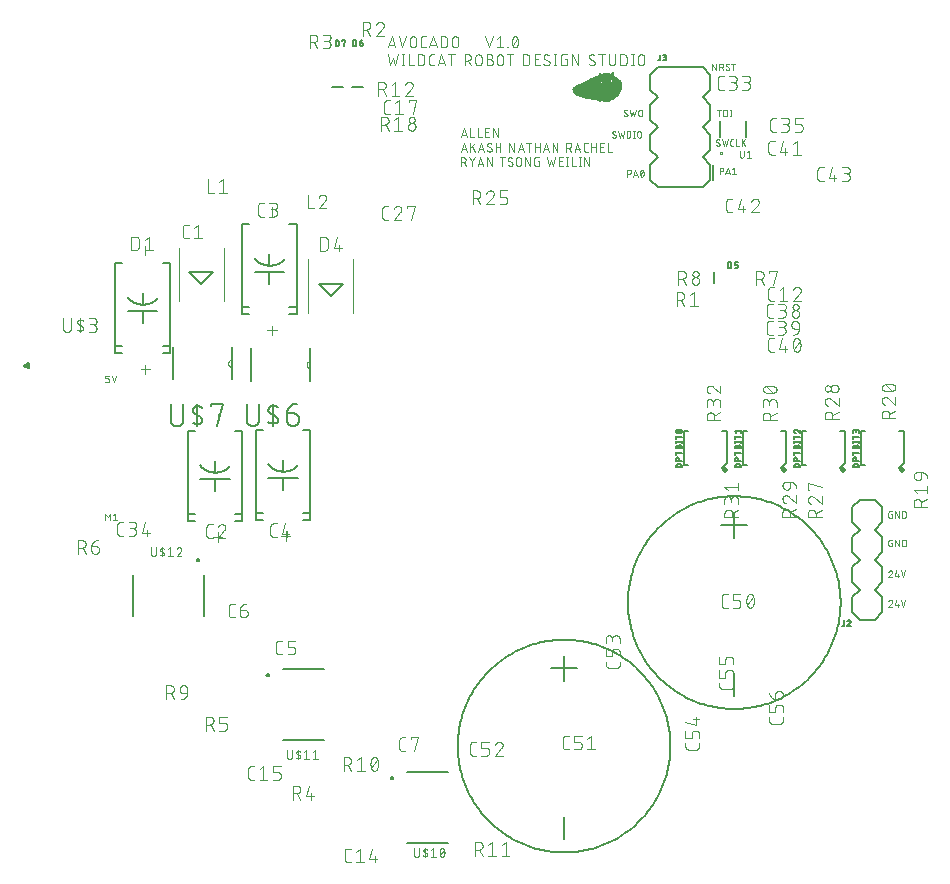
<source format=gbr>
G04 EAGLE Gerber X2 export*
%TF.Part,Single*%
%TF.FileFunction,Legend,Top,1*%
%TF.FilePolarity,Positive*%
%TF.GenerationSoftware,Autodesk,EAGLE,8.6.0*%
%TF.CreationDate,2018-04-20T19:50:09Z*%
G75*
%MOMM*%
%FSLAX34Y34*%
%LPD*%
%AMOC8*
5,1,8,0,0,1.08239X$1,22.5*%
G01*
%ADD10C,0.050800*%
%ADD11C,0.076200*%
%ADD12R,0.010000X0.010000*%
%ADD13R,0.020000X0.010000*%
%ADD14R,0.030000X0.010000*%
%ADD15R,0.040000X0.010000*%
%ADD16R,0.100000X0.010000*%
%ADD17R,0.080000X0.010000*%
%ADD18R,0.050000X0.010000*%
%ADD19R,0.090000X0.010000*%
%ADD20R,0.150000X0.010000*%
%ADD21R,0.140000X0.010000*%
%ADD22R,0.240000X0.010000*%
%ADD23R,0.170000X0.010000*%
%ADD24R,0.120000X0.010000*%
%ADD25R,0.250000X0.010000*%
%ADD26R,0.160000X0.010000*%
%ADD27R,0.110000X0.010000*%
%ADD28R,0.320000X0.010000*%
%ADD29R,0.070000X0.010000*%
%ADD30R,0.060000X0.010000*%
%ADD31R,0.200000X0.010000*%
%ADD32R,0.590000X0.010000*%
%ADD33R,0.220000X0.010000*%
%ADD34R,0.210000X0.010000*%
%ADD35R,0.130000X0.010000*%
%ADD36R,0.290000X0.010000*%
%ADD37R,0.260000X0.010000*%
%ADD38R,0.190000X0.010000*%
%ADD39R,0.720000X0.010000*%
%ADD40R,0.360000X0.010000*%
%ADD41R,0.180000X0.010000*%
%ADD42R,0.300000X0.010000*%
%ADD43R,0.380000X0.010000*%
%ADD44R,0.350000X0.010000*%
%ADD45R,0.340000X0.010000*%
%ADD46R,0.310000X0.010000*%
%ADD47R,0.270000X0.010000*%
%ADD48R,0.280000X0.010000*%
%ADD49R,0.230000X0.010000*%
%ADD50R,0.490000X0.010000*%
%ADD51R,0.510000X0.010000*%
%ADD52R,0.410000X0.010000*%
%ADD53R,0.370000X0.010000*%
%ADD54R,0.560000X0.010000*%
%ADD55R,0.390000X0.010000*%
%ADD56R,0.440000X0.010000*%
%ADD57R,0.540000X0.010000*%
%ADD58R,0.670000X0.010000*%
%ADD59R,0.400000X0.010000*%
%ADD60R,0.420000X0.010000*%
%ADD61R,0.690000X0.010000*%
%ADD62R,0.480000X0.010000*%
%ADD63R,0.330000X0.010000*%
%ADD64R,0.500000X0.010000*%
%ADD65R,0.430000X0.010000*%
%ADD66C,0.152400*%
%ADD67C,0.000000*%
%ADD68C,0.203200*%
%ADD69C,0.127000*%
%ADD70C,0.101600*%
%ADD71C,0.508000*%
%ADD72C,0.200000*%
%ADD73C,0.100000*%

G36*
X144308Y588992D02*
X144308Y588992D01*
X144316Y588991D01*
X144446Y589025D01*
X144576Y589057D01*
X144583Y589061D01*
X144591Y589063D01*
X144706Y589131D01*
X144823Y589198D01*
X144829Y589204D01*
X144836Y589209D01*
X144928Y589306D01*
X145021Y589402D01*
X145024Y589410D01*
X145030Y589416D01*
X145091Y589535D01*
X145154Y589653D01*
X145156Y589661D01*
X145160Y589669D01*
X145168Y589721D01*
X145213Y589931D01*
X145210Y589969D01*
X145215Y590000D01*
X145215Y594000D01*
X145214Y594008D01*
X145215Y594017D01*
X145194Y594149D01*
X145175Y594282D01*
X145172Y594289D01*
X145171Y594298D01*
X145114Y594419D01*
X145059Y594541D01*
X145054Y594547D01*
X145050Y594555D01*
X144962Y594656D01*
X144876Y594758D01*
X144868Y594763D01*
X144863Y594769D01*
X144750Y594841D01*
X144639Y594916D01*
X144631Y594918D01*
X144624Y594923D01*
X144495Y594961D01*
X144368Y595001D01*
X144359Y595002D01*
X144351Y595004D01*
X144217Y595005D01*
X144084Y595009D01*
X144075Y595006D01*
X144067Y595007D01*
X144016Y594991D01*
X143809Y594937D01*
X143776Y594917D01*
X143746Y594908D01*
X139746Y592908D01*
X139664Y592851D01*
X139577Y592802D01*
X139547Y592771D01*
X139512Y592747D01*
X139449Y592669D01*
X139380Y592598D01*
X139359Y592560D01*
X139332Y592527D01*
X139293Y592435D01*
X139246Y592347D01*
X139237Y592305D01*
X139220Y592265D01*
X139208Y592166D01*
X139187Y592069D01*
X139190Y592026D01*
X139185Y591983D01*
X139201Y591885D01*
X139208Y591785D01*
X139223Y591745D01*
X139229Y591702D01*
X139272Y591612D01*
X139306Y591519D01*
X139332Y591484D01*
X139350Y591445D01*
X139416Y591370D01*
X139475Y591290D01*
X139506Y591267D01*
X139537Y591231D01*
X139689Y591134D01*
X139746Y591092D01*
X143746Y589092D01*
X143754Y589089D01*
X143761Y589085D01*
X143889Y589044D01*
X144016Y589002D01*
X144024Y589001D01*
X144032Y588999D01*
X144167Y588995D01*
X144300Y588990D01*
X144308Y588992D01*
G37*
D10*
X874427Y466358D02*
X875358Y466358D01*
X875358Y463254D01*
X873496Y463254D01*
X873426Y463256D01*
X873357Y463262D01*
X873288Y463272D01*
X873220Y463285D01*
X873152Y463303D01*
X873086Y463324D01*
X873021Y463349D01*
X872957Y463377D01*
X872895Y463409D01*
X872835Y463444D01*
X872777Y463483D01*
X872722Y463525D01*
X872668Y463570D01*
X872618Y463618D01*
X872570Y463668D01*
X872525Y463722D01*
X872483Y463777D01*
X872444Y463835D01*
X872409Y463895D01*
X872377Y463957D01*
X872349Y464021D01*
X872324Y464086D01*
X872303Y464152D01*
X872285Y464220D01*
X872272Y464288D01*
X872262Y464357D01*
X872256Y464426D01*
X872254Y464496D01*
X872254Y467600D01*
X872256Y467670D01*
X872262Y467739D01*
X872272Y467808D01*
X872285Y467876D01*
X872303Y467944D01*
X872324Y468010D01*
X872349Y468075D01*
X872377Y468139D01*
X872409Y468201D01*
X872444Y468261D01*
X872483Y468319D01*
X872525Y468374D01*
X872570Y468428D01*
X872618Y468478D01*
X872668Y468526D01*
X872722Y468571D01*
X872777Y468613D01*
X872835Y468652D01*
X872895Y468687D01*
X872957Y468719D01*
X873021Y468747D01*
X873086Y468772D01*
X873152Y468793D01*
X873220Y468811D01*
X873288Y468824D01*
X873357Y468834D01*
X873426Y468840D01*
X873496Y468842D01*
X875358Y468842D01*
X878106Y468842D02*
X878106Y463254D01*
X881211Y463254D02*
X878106Y468842D01*
X881211Y468842D02*
X881211Y463254D01*
X883958Y463254D02*
X883958Y468842D01*
X885510Y468842D01*
X885586Y468840D01*
X885662Y468835D01*
X885738Y468825D01*
X885813Y468812D01*
X885887Y468795D01*
X885961Y468775D01*
X886033Y468751D01*
X886104Y468724D01*
X886174Y468693D01*
X886242Y468659D01*
X886308Y468621D01*
X886372Y468580D01*
X886435Y468537D01*
X886495Y468490D01*
X886552Y468440D01*
X886607Y468387D01*
X886660Y468332D01*
X886710Y468275D01*
X886757Y468215D01*
X886800Y468152D01*
X886841Y468088D01*
X886879Y468022D01*
X886913Y467954D01*
X886944Y467884D01*
X886971Y467813D01*
X886995Y467740D01*
X887015Y467667D01*
X887032Y467593D01*
X887045Y467518D01*
X887055Y467442D01*
X887060Y467366D01*
X887062Y467290D01*
X887063Y467290D02*
X887063Y464806D01*
X887062Y464806D02*
X887060Y464727D01*
X887054Y464649D01*
X887044Y464571D01*
X887030Y464494D01*
X887012Y464417D01*
X886991Y464341D01*
X886965Y464267D01*
X886936Y464194D01*
X886903Y464123D01*
X886867Y464053D01*
X886827Y463985D01*
X886784Y463919D01*
X886737Y463856D01*
X886688Y463795D01*
X886635Y463737D01*
X886579Y463681D01*
X886521Y463628D01*
X886460Y463579D01*
X886397Y463532D01*
X886331Y463489D01*
X886263Y463449D01*
X886194Y463413D01*
X886122Y463380D01*
X886049Y463351D01*
X885975Y463325D01*
X885899Y463304D01*
X885822Y463286D01*
X885745Y463272D01*
X885667Y463262D01*
X885589Y463256D01*
X885510Y463254D01*
X883958Y463254D01*
X875358Y442358D02*
X874427Y442358D01*
X875358Y442358D02*
X875358Y439254D01*
X873496Y439254D01*
X873426Y439256D01*
X873357Y439262D01*
X873288Y439272D01*
X873220Y439285D01*
X873152Y439303D01*
X873086Y439324D01*
X873021Y439349D01*
X872957Y439377D01*
X872895Y439409D01*
X872835Y439444D01*
X872777Y439483D01*
X872722Y439525D01*
X872668Y439570D01*
X872618Y439618D01*
X872570Y439668D01*
X872525Y439722D01*
X872483Y439777D01*
X872444Y439835D01*
X872409Y439895D01*
X872377Y439957D01*
X872349Y440021D01*
X872324Y440086D01*
X872303Y440152D01*
X872285Y440220D01*
X872272Y440288D01*
X872262Y440357D01*
X872256Y440426D01*
X872254Y440496D01*
X872254Y443600D01*
X872256Y443670D01*
X872262Y443739D01*
X872272Y443808D01*
X872285Y443876D01*
X872303Y443944D01*
X872324Y444010D01*
X872349Y444075D01*
X872377Y444139D01*
X872409Y444201D01*
X872444Y444261D01*
X872483Y444319D01*
X872525Y444374D01*
X872570Y444428D01*
X872618Y444478D01*
X872668Y444526D01*
X872722Y444571D01*
X872777Y444613D01*
X872835Y444652D01*
X872895Y444687D01*
X872957Y444719D01*
X873021Y444747D01*
X873086Y444772D01*
X873152Y444793D01*
X873220Y444811D01*
X873288Y444824D01*
X873357Y444834D01*
X873426Y444840D01*
X873496Y444842D01*
X875358Y444842D01*
X878106Y444842D02*
X878106Y439254D01*
X881211Y439254D02*
X878106Y444842D01*
X881211Y444842D02*
X881211Y439254D01*
X883958Y439254D02*
X883958Y444842D01*
X885510Y444842D01*
X885586Y444840D01*
X885662Y444835D01*
X885738Y444825D01*
X885813Y444812D01*
X885887Y444795D01*
X885961Y444775D01*
X886033Y444751D01*
X886104Y444724D01*
X886174Y444693D01*
X886242Y444659D01*
X886308Y444621D01*
X886372Y444580D01*
X886435Y444537D01*
X886495Y444490D01*
X886552Y444440D01*
X886607Y444387D01*
X886660Y444332D01*
X886710Y444275D01*
X886757Y444215D01*
X886800Y444152D01*
X886841Y444088D01*
X886879Y444022D01*
X886913Y443954D01*
X886944Y443884D01*
X886971Y443813D01*
X886995Y443740D01*
X887015Y443667D01*
X887032Y443593D01*
X887045Y443518D01*
X887055Y443442D01*
X887060Y443366D01*
X887062Y443290D01*
X887063Y443290D02*
X887063Y440806D01*
X887062Y440806D02*
X887060Y440727D01*
X887054Y440649D01*
X887044Y440571D01*
X887030Y440494D01*
X887012Y440417D01*
X886991Y440341D01*
X886965Y440267D01*
X886936Y440194D01*
X886903Y440123D01*
X886867Y440053D01*
X886827Y439985D01*
X886784Y439919D01*
X886737Y439856D01*
X886688Y439795D01*
X886635Y439737D01*
X886579Y439681D01*
X886521Y439628D01*
X886460Y439579D01*
X886397Y439532D01*
X886331Y439489D01*
X886263Y439449D01*
X886194Y439413D01*
X886122Y439380D01*
X886049Y439351D01*
X885975Y439325D01*
X885899Y439304D01*
X885822Y439286D01*
X885745Y439272D01*
X885667Y439262D01*
X885589Y439256D01*
X885510Y439254D01*
X883958Y439254D01*
X873961Y418842D02*
X874034Y418840D01*
X874107Y418834D01*
X874180Y418825D01*
X874251Y418811D01*
X874323Y418794D01*
X874393Y418774D01*
X874462Y418749D01*
X874529Y418721D01*
X874595Y418690D01*
X874660Y418655D01*
X874722Y418617D01*
X874782Y418575D01*
X874840Y418531D01*
X874896Y418483D01*
X874949Y418433D01*
X874999Y418380D01*
X875047Y418324D01*
X875091Y418266D01*
X875133Y418206D01*
X875171Y418144D01*
X875206Y418079D01*
X875237Y418013D01*
X875265Y417946D01*
X875290Y417877D01*
X875310Y417807D01*
X875327Y417735D01*
X875341Y417664D01*
X875350Y417591D01*
X875356Y417518D01*
X875358Y417445D01*
X873961Y418842D02*
X873877Y418840D01*
X873794Y418834D01*
X873711Y418825D01*
X873629Y418811D01*
X873547Y418794D01*
X873466Y418772D01*
X873386Y418747D01*
X873308Y418719D01*
X873230Y418687D01*
X873155Y418651D01*
X873081Y418612D01*
X873009Y418569D01*
X872939Y418523D01*
X872872Y418474D01*
X872806Y418421D01*
X872744Y418366D01*
X872684Y418308D01*
X872626Y418247D01*
X872572Y418184D01*
X872520Y418118D01*
X872472Y418050D01*
X872427Y417979D01*
X872385Y417907D01*
X872347Y417832D01*
X872312Y417756D01*
X872281Y417679D01*
X872253Y417600D01*
X874892Y416359D02*
X874946Y416412D01*
X874997Y416469D01*
X875045Y416528D01*
X875090Y416589D01*
X875131Y416652D01*
X875170Y416718D01*
X875205Y416785D01*
X875237Y416854D01*
X875265Y416925D01*
X875289Y416996D01*
X875310Y417069D01*
X875327Y417143D01*
X875341Y417218D01*
X875350Y417293D01*
X875356Y417369D01*
X875358Y417445D01*
X874893Y416358D02*
X872254Y413254D01*
X875358Y413254D01*
X877740Y414496D02*
X878982Y418842D01*
X877740Y414496D02*
X880845Y414496D01*
X879913Y415738D02*
X879913Y413254D01*
X884779Y413254D02*
X882916Y418842D01*
X886642Y418842D02*
X884779Y413254D01*
X873961Y393842D02*
X874034Y393840D01*
X874107Y393834D01*
X874180Y393825D01*
X874251Y393811D01*
X874323Y393794D01*
X874393Y393774D01*
X874462Y393749D01*
X874529Y393721D01*
X874595Y393690D01*
X874660Y393655D01*
X874722Y393617D01*
X874782Y393575D01*
X874840Y393531D01*
X874896Y393483D01*
X874949Y393433D01*
X874999Y393380D01*
X875047Y393324D01*
X875091Y393266D01*
X875133Y393206D01*
X875171Y393144D01*
X875206Y393079D01*
X875237Y393013D01*
X875265Y392946D01*
X875290Y392877D01*
X875310Y392807D01*
X875327Y392735D01*
X875341Y392664D01*
X875350Y392591D01*
X875356Y392518D01*
X875358Y392445D01*
X873961Y393842D02*
X873877Y393840D01*
X873794Y393834D01*
X873711Y393825D01*
X873629Y393811D01*
X873547Y393794D01*
X873466Y393772D01*
X873386Y393747D01*
X873308Y393719D01*
X873230Y393687D01*
X873155Y393651D01*
X873081Y393612D01*
X873009Y393569D01*
X872939Y393523D01*
X872872Y393474D01*
X872806Y393421D01*
X872744Y393366D01*
X872684Y393308D01*
X872626Y393247D01*
X872572Y393184D01*
X872520Y393118D01*
X872472Y393050D01*
X872427Y392979D01*
X872385Y392907D01*
X872347Y392832D01*
X872312Y392756D01*
X872281Y392679D01*
X872253Y392600D01*
X874892Y391359D02*
X874946Y391412D01*
X874997Y391469D01*
X875045Y391528D01*
X875090Y391589D01*
X875131Y391652D01*
X875170Y391718D01*
X875205Y391785D01*
X875237Y391854D01*
X875265Y391925D01*
X875289Y391996D01*
X875310Y392069D01*
X875327Y392143D01*
X875341Y392218D01*
X875350Y392293D01*
X875356Y392369D01*
X875358Y392445D01*
X874893Y391358D02*
X872254Y388254D01*
X875358Y388254D01*
X877740Y389496D02*
X878982Y393842D01*
X877740Y389496D02*
X880845Y389496D01*
X879913Y390738D02*
X879913Y388254D01*
X884779Y388254D02*
X882916Y393842D01*
X886642Y393842D02*
X884779Y388254D01*
X209254Y461254D02*
X209254Y466842D01*
X211117Y463738D01*
X212979Y466842D01*
X212979Y461254D01*
X215599Y465600D02*
X217152Y466842D01*
X217152Y461254D01*
X218704Y461254D02*
X215599Y461254D01*
X211117Y578254D02*
X209254Y578254D01*
X211117Y578254D02*
X211187Y578256D01*
X211256Y578262D01*
X211325Y578272D01*
X211393Y578285D01*
X211461Y578303D01*
X211527Y578324D01*
X211592Y578349D01*
X211656Y578377D01*
X211718Y578409D01*
X211778Y578444D01*
X211836Y578483D01*
X211891Y578525D01*
X211945Y578570D01*
X211995Y578618D01*
X212043Y578668D01*
X212088Y578722D01*
X212130Y578777D01*
X212169Y578835D01*
X212204Y578895D01*
X212236Y578957D01*
X212264Y579021D01*
X212289Y579086D01*
X212310Y579152D01*
X212328Y579220D01*
X212341Y579288D01*
X212351Y579357D01*
X212357Y579426D01*
X212359Y579496D01*
X212358Y579496D02*
X212358Y580117D01*
X212359Y580117D02*
X212357Y580187D01*
X212351Y580256D01*
X212341Y580325D01*
X212328Y580393D01*
X212310Y580461D01*
X212289Y580527D01*
X212264Y580592D01*
X212236Y580656D01*
X212204Y580718D01*
X212169Y580778D01*
X212130Y580836D01*
X212088Y580891D01*
X212043Y580945D01*
X211995Y580995D01*
X211945Y581043D01*
X211891Y581088D01*
X211836Y581130D01*
X211778Y581169D01*
X211718Y581204D01*
X211656Y581236D01*
X211592Y581264D01*
X211527Y581289D01*
X211461Y581310D01*
X211393Y581328D01*
X211325Y581341D01*
X211256Y581351D01*
X211187Y581357D01*
X211117Y581359D01*
X211117Y581358D02*
X209254Y581358D01*
X209254Y583842D01*
X212358Y583842D01*
X214430Y583842D02*
X216293Y578254D01*
X218155Y583842D01*
X651254Y752254D02*
X651254Y757842D01*
X652806Y757842D01*
X652883Y757840D01*
X652961Y757834D01*
X653037Y757825D01*
X653114Y757811D01*
X653189Y757794D01*
X653263Y757773D01*
X653337Y757748D01*
X653409Y757720D01*
X653479Y757688D01*
X653548Y757653D01*
X653615Y757614D01*
X653680Y757572D01*
X653743Y757527D01*
X653804Y757479D01*
X653862Y757428D01*
X653917Y757374D01*
X653970Y757317D01*
X654019Y757258D01*
X654066Y757196D01*
X654110Y757132D01*
X654150Y757066D01*
X654187Y756998D01*
X654221Y756928D01*
X654251Y756857D01*
X654277Y756784D01*
X654300Y756710D01*
X654319Y756635D01*
X654334Y756560D01*
X654346Y756483D01*
X654354Y756406D01*
X654358Y756329D01*
X654358Y756251D01*
X654354Y756174D01*
X654346Y756097D01*
X654334Y756020D01*
X654319Y755945D01*
X654300Y755870D01*
X654277Y755796D01*
X654251Y755723D01*
X654221Y755652D01*
X654187Y755582D01*
X654150Y755514D01*
X654110Y755448D01*
X654066Y755384D01*
X654019Y755322D01*
X653970Y755263D01*
X653917Y755206D01*
X653862Y755152D01*
X653804Y755101D01*
X653743Y755053D01*
X653680Y755008D01*
X653615Y754966D01*
X653548Y754927D01*
X653479Y754892D01*
X653409Y754860D01*
X653337Y754832D01*
X653263Y754807D01*
X653189Y754786D01*
X653114Y754769D01*
X653037Y754755D01*
X652961Y754746D01*
X652883Y754740D01*
X652806Y754738D01*
X651254Y754738D01*
X656164Y752254D02*
X658027Y757842D01*
X659889Y752254D01*
X659424Y753651D02*
X656630Y753651D01*
X661961Y755048D02*
X661963Y755179D01*
X661968Y755309D01*
X661978Y755439D01*
X661991Y755569D01*
X662007Y755699D01*
X662027Y755828D01*
X662051Y755956D01*
X662079Y756083D01*
X662110Y756210D01*
X662145Y756336D01*
X662183Y756461D01*
X662225Y756585D01*
X662270Y756707D01*
X662319Y756828D01*
X662371Y756948D01*
X662427Y757066D01*
X662426Y757066D02*
X662449Y757126D01*
X662475Y757186D01*
X662504Y757243D01*
X662537Y757299D01*
X662573Y757353D01*
X662611Y757405D01*
X662653Y757455D01*
X662697Y757502D01*
X662744Y757547D01*
X662794Y757589D01*
X662845Y757628D01*
X662899Y757664D01*
X662955Y757697D01*
X663012Y757727D01*
X663071Y757754D01*
X663132Y757777D01*
X663193Y757797D01*
X663256Y757813D01*
X663320Y757826D01*
X663384Y757835D01*
X663448Y757840D01*
X663513Y757842D01*
X663578Y757840D01*
X663642Y757835D01*
X663706Y757826D01*
X663770Y757813D01*
X663833Y757797D01*
X663894Y757777D01*
X663955Y757754D01*
X664014Y757727D01*
X664071Y757697D01*
X664127Y757664D01*
X664181Y757628D01*
X664232Y757589D01*
X664282Y757547D01*
X664329Y757502D01*
X664373Y757455D01*
X664415Y757405D01*
X664453Y757353D01*
X664489Y757299D01*
X664522Y757243D01*
X664551Y757186D01*
X664577Y757126D01*
X664600Y757066D01*
X664656Y756948D01*
X664708Y756828D01*
X664757Y756707D01*
X664802Y756585D01*
X664844Y756461D01*
X664882Y756336D01*
X664917Y756210D01*
X664948Y756084D01*
X664976Y755956D01*
X665000Y755828D01*
X665020Y755699D01*
X665036Y755569D01*
X665049Y755439D01*
X665059Y755309D01*
X665064Y755179D01*
X665066Y755048D01*
X661961Y755048D02*
X661963Y754917D01*
X661968Y754787D01*
X661978Y754657D01*
X661991Y754527D01*
X662007Y754397D01*
X662027Y754268D01*
X662051Y754140D01*
X662079Y754013D01*
X662110Y753886D01*
X662145Y753760D01*
X662183Y753635D01*
X662225Y753511D01*
X662270Y753389D01*
X662319Y753268D01*
X662371Y753148D01*
X662427Y753030D01*
X662426Y753030D02*
X662449Y752970D01*
X662475Y752910D01*
X662504Y752853D01*
X662537Y752797D01*
X662573Y752743D01*
X662611Y752691D01*
X662653Y752641D01*
X662697Y752594D01*
X662744Y752549D01*
X662794Y752507D01*
X662845Y752468D01*
X662899Y752432D01*
X662955Y752399D01*
X663012Y752369D01*
X663071Y752342D01*
X663132Y752319D01*
X663193Y752299D01*
X663256Y752283D01*
X663320Y752270D01*
X663384Y752261D01*
X663448Y752256D01*
X663513Y752254D01*
X664599Y753030D02*
X664655Y753148D01*
X664707Y753268D01*
X664756Y753389D01*
X664801Y753511D01*
X664843Y753635D01*
X664881Y753760D01*
X664916Y753886D01*
X664947Y754012D01*
X664975Y754140D01*
X664999Y754268D01*
X665019Y754397D01*
X665035Y754527D01*
X665048Y754657D01*
X665058Y754787D01*
X665063Y754917D01*
X665065Y755048D01*
X664600Y753030D02*
X664577Y752970D01*
X664551Y752910D01*
X664522Y752853D01*
X664489Y752797D01*
X664453Y752743D01*
X664415Y752691D01*
X664373Y752641D01*
X664329Y752594D01*
X664282Y752549D01*
X664232Y752507D01*
X664181Y752468D01*
X664127Y752432D01*
X664071Y752399D01*
X664014Y752369D01*
X663955Y752342D01*
X663894Y752319D01*
X663833Y752299D01*
X663770Y752283D01*
X663706Y752270D01*
X663642Y752261D01*
X663578Y752256D01*
X663513Y752254D01*
X662271Y753496D02*
X664755Y756600D01*
X729254Y754254D02*
X729254Y759842D01*
X730806Y759842D01*
X730883Y759840D01*
X730961Y759834D01*
X731037Y759825D01*
X731114Y759811D01*
X731189Y759794D01*
X731263Y759773D01*
X731337Y759748D01*
X731409Y759720D01*
X731479Y759688D01*
X731548Y759653D01*
X731615Y759614D01*
X731680Y759572D01*
X731743Y759527D01*
X731804Y759479D01*
X731862Y759428D01*
X731917Y759374D01*
X731970Y759317D01*
X732019Y759258D01*
X732066Y759196D01*
X732110Y759132D01*
X732150Y759066D01*
X732187Y758998D01*
X732221Y758928D01*
X732251Y758857D01*
X732277Y758784D01*
X732300Y758710D01*
X732319Y758635D01*
X732334Y758560D01*
X732346Y758483D01*
X732354Y758406D01*
X732358Y758329D01*
X732358Y758251D01*
X732354Y758174D01*
X732346Y758097D01*
X732334Y758020D01*
X732319Y757945D01*
X732300Y757870D01*
X732277Y757796D01*
X732251Y757723D01*
X732221Y757652D01*
X732187Y757582D01*
X732150Y757514D01*
X732110Y757448D01*
X732066Y757384D01*
X732019Y757322D01*
X731970Y757263D01*
X731917Y757206D01*
X731862Y757152D01*
X731804Y757101D01*
X731743Y757053D01*
X731680Y757008D01*
X731615Y756966D01*
X731548Y756927D01*
X731479Y756892D01*
X731409Y756860D01*
X731337Y756832D01*
X731263Y756807D01*
X731189Y756786D01*
X731114Y756769D01*
X731037Y756755D01*
X730961Y756746D01*
X730883Y756740D01*
X730806Y756738D01*
X729254Y756738D01*
X734164Y754254D02*
X736027Y759842D01*
X737889Y754254D01*
X737424Y755651D02*
X734630Y755651D01*
X739961Y758600D02*
X741513Y759842D01*
X741513Y754254D01*
X739961Y754254D02*
X743065Y754254D01*
X641359Y786496D02*
X641357Y786426D01*
X641351Y786357D01*
X641341Y786288D01*
X641328Y786220D01*
X641310Y786152D01*
X641289Y786086D01*
X641264Y786021D01*
X641236Y785957D01*
X641204Y785895D01*
X641169Y785835D01*
X641130Y785777D01*
X641088Y785722D01*
X641043Y785668D01*
X640995Y785618D01*
X640945Y785570D01*
X640891Y785525D01*
X640836Y785483D01*
X640778Y785444D01*
X640718Y785409D01*
X640656Y785377D01*
X640592Y785349D01*
X640527Y785324D01*
X640461Y785303D01*
X640393Y785285D01*
X640325Y785272D01*
X640256Y785262D01*
X640187Y785256D01*
X640117Y785254D01*
X640018Y785256D01*
X639920Y785261D01*
X639822Y785271D01*
X639724Y785284D01*
X639627Y785300D01*
X639530Y785320D01*
X639435Y785344D01*
X639340Y785372D01*
X639246Y785403D01*
X639154Y785437D01*
X639063Y785475D01*
X638973Y785516D01*
X638885Y785561D01*
X638799Y785609D01*
X638715Y785660D01*
X638633Y785714D01*
X638552Y785772D01*
X638474Y785832D01*
X638399Y785895D01*
X638325Y785961D01*
X638255Y786030D01*
X638409Y789600D02*
X638411Y789670D01*
X638417Y789739D01*
X638427Y789808D01*
X638440Y789876D01*
X638458Y789944D01*
X638479Y790010D01*
X638504Y790075D01*
X638532Y790139D01*
X638564Y790201D01*
X638599Y790261D01*
X638638Y790319D01*
X638680Y790374D01*
X638725Y790428D01*
X638773Y790478D01*
X638823Y790526D01*
X638877Y790571D01*
X638932Y790613D01*
X638990Y790652D01*
X639050Y790687D01*
X639112Y790719D01*
X639176Y790747D01*
X639241Y790772D01*
X639307Y790793D01*
X639375Y790811D01*
X639443Y790824D01*
X639512Y790834D01*
X639581Y790840D01*
X639651Y790842D01*
X639745Y790840D01*
X639838Y790834D01*
X639931Y790825D01*
X640024Y790812D01*
X640116Y790795D01*
X640207Y790775D01*
X640298Y790750D01*
X640387Y790723D01*
X640475Y790691D01*
X640562Y790656D01*
X640648Y790618D01*
X640731Y790576D01*
X640813Y790531D01*
X640894Y790483D01*
X640972Y790431D01*
X641048Y790376D01*
X639030Y788514D02*
X638971Y788550D01*
X638915Y788590D01*
X638861Y788633D01*
X638809Y788678D01*
X638760Y788727D01*
X638714Y788778D01*
X638671Y788831D01*
X638630Y788887D01*
X638593Y788945D01*
X638558Y789005D01*
X638528Y789066D01*
X638500Y789129D01*
X638476Y789194D01*
X638456Y789260D01*
X638439Y789327D01*
X638426Y789394D01*
X638417Y789462D01*
X638411Y789531D01*
X638409Y789600D01*
X640737Y787582D02*
X640796Y787546D01*
X640852Y787506D01*
X640906Y787463D01*
X640958Y787418D01*
X641007Y787369D01*
X641053Y787318D01*
X641096Y787265D01*
X641137Y787209D01*
X641174Y787151D01*
X641209Y787091D01*
X641239Y787030D01*
X641267Y786967D01*
X641291Y786902D01*
X641311Y786836D01*
X641328Y786769D01*
X641341Y786702D01*
X641350Y786634D01*
X641356Y786565D01*
X641358Y786496D01*
X640738Y787582D02*
X639030Y788514D01*
X643358Y790842D02*
X644599Y785254D01*
X645841Y788979D01*
X647083Y785254D01*
X648325Y790842D01*
X650690Y790842D02*
X650690Y785254D01*
X650690Y790842D02*
X652242Y790842D01*
X652318Y790840D01*
X652394Y790835D01*
X652470Y790825D01*
X652545Y790812D01*
X652619Y790795D01*
X652693Y790775D01*
X652765Y790751D01*
X652836Y790724D01*
X652906Y790693D01*
X652974Y790659D01*
X653040Y790621D01*
X653104Y790580D01*
X653167Y790537D01*
X653227Y790490D01*
X653284Y790440D01*
X653339Y790387D01*
X653392Y790332D01*
X653442Y790275D01*
X653489Y790215D01*
X653532Y790152D01*
X653573Y790088D01*
X653611Y790022D01*
X653645Y789954D01*
X653676Y789884D01*
X653703Y789813D01*
X653727Y789740D01*
X653747Y789667D01*
X653764Y789593D01*
X653777Y789518D01*
X653787Y789442D01*
X653792Y789366D01*
X653794Y789290D01*
X653794Y786806D01*
X653792Y786727D01*
X653786Y786649D01*
X653776Y786571D01*
X653762Y786494D01*
X653744Y786417D01*
X653723Y786341D01*
X653697Y786267D01*
X653668Y786194D01*
X653635Y786123D01*
X653599Y786053D01*
X653559Y785985D01*
X653516Y785919D01*
X653469Y785856D01*
X653420Y785795D01*
X653367Y785737D01*
X653311Y785681D01*
X653253Y785628D01*
X653192Y785579D01*
X653129Y785532D01*
X653063Y785489D01*
X652995Y785449D01*
X652926Y785413D01*
X652854Y785380D01*
X652781Y785351D01*
X652707Y785325D01*
X652631Y785304D01*
X652554Y785286D01*
X652477Y785272D01*
X652399Y785262D01*
X652321Y785256D01*
X652242Y785254D01*
X650690Y785254D01*
X656814Y785254D02*
X656814Y790842D01*
X656193Y785254D02*
X657435Y785254D01*
X657435Y790842D02*
X656193Y790842D01*
X659651Y789290D02*
X659651Y786806D01*
X659651Y789290D02*
X659653Y789367D01*
X659659Y789445D01*
X659668Y789521D01*
X659682Y789598D01*
X659699Y789673D01*
X659720Y789747D01*
X659745Y789821D01*
X659773Y789893D01*
X659805Y789963D01*
X659840Y790032D01*
X659879Y790099D01*
X659921Y790164D01*
X659966Y790227D01*
X660014Y790288D01*
X660065Y790346D01*
X660119Y790401D01*
X660176Y790454D01*
X660235Y790503D01*
X660297Y790550D01*
X660361Y790594D01*
X660427Y790634D01*
X660495Y790671D01*
X660565Y790705D01*
X660636Y790735D01*
X660709Y790761D01*
X660783Y790784D01*
X660858Y790803D01*
X660933Y790818D01*
X661010Y790830D01*
X661087Y790838D01*
X661164Y790842D01*
X661242Y790842D01*
X661319Y790838D01*
X661396Y790830D01*
X661473Y790818D01*
X661548Y790803D01*
X661623Y790784D01*
X661697Y790761D01*
X661770Y790735D01*
X661841Y790705D01*
X661911Y790671D01*
X661979Y790634D01*
X662045Y790594D01*
X662109Y790550D01*
X662171Y790503D01*
X662230Y790454D01*
X662287Y790401D01*
X662341Y790346D01*
X662392Y790288D01*
X662440Y790227D01*
X662485Y790164D01*
X662527Y790099D01*
X662566Y790032D01*
X662601Y789963D01*
X662633Y789893D01*
X662661Y789821D01*
X662686Y789747D01*
X662707Y789673D01*
X662724Y789598D01*
X662738Y789521D01*
X662747Y789445D01*
X662753Y789367D01*
X662755Y789290D01*
X662755Y786806D01*
X662753Y786729D01*
X662747Y786651D01*
X662738Y786575D01*
X662724Y786498D01*
X662707Y786423D01*
X662686Y786349D01*
X662661Y786275D01*
X662633Y786203D01*
X662601Y786133D01*
X662566Y786064D01*
X662527Y785997D01*
X662485Y785932D01*
X662440Y785869D01*
X662392Y785808D01*
X662341Y785750D01*
X662287Y785695D01*
X662230Y785642D01*
X662171Y785593D01*
X662109Y785546D01*
X662045Y785502D01*
X661979Y785462D01*
X661911Y785425D01*
X661841Y785391D01*
X661770Y785361D01*
X661697Y785335D01*
X661623Y785312D01*
X661548Y785293D01*
X661473Y785278D01*
X661396Y785266D01*
X661319Y785258D01*
X661242Y785254D01*
X661164Y785254D01*
X661087Y785258D01*
X661010Y785266D01*
X660933Y785278D01*
X660858Y785293D01*
X660783Y785312D01*
X660709Y785335D01*
X660636Y785361D01*
X660565Y785391D01*
X660495Y785425D01*
X660427Y785462D01*
X660361Y785502D01*
X660297Y785546D01*
X660235Y785593D01*
X660176Y785642D01*
X660119Y785695D01*
X660065Y785750D01*
X660014Y785808D01*
X659966Y785869D01*
X659921Y785932D01*
X659879Y785997D01*
X659840Y786064D01*
X659805Y786133D01*
X659773Y786203D01*
X659745Y786275D01*
X659720Y786349D01*
X659699Y786423D01*
X659682Y786498D01*
X659668Y786575D01*
X659659Y786651D01*
X659653Y786729D01*
X659651Y786806D01*
X650117Y803254D02*
X650187Y803256D01*
X650256Y803262D01*
X650325Y803272D01*
X650393Y803285D01*
X650461Y803303D01*
X650527Y803324D01*
X650592Y803349D01*
X650656Y803377D01*
X650718Y803409D01*
X650778Y803444D01*
X650836Y803483D01*
X650891Y803525D01*
X650945Y803570D01*
X650995Y803618D01*
X651043Y803668D01*
X651088Y803722D01*
X651130Y803777D01*
X651169Y803835D01*
X651204Y803895D01*
X651236Y803957D01*
X651264Y804021D01*
X651289Y804086D01*
X651310Y804152D01*
X651328Y804220D01*
X651341Y804288D01*
X651351Y804357D01*
X651357Y804426D01*
X651359Y804496D01*
X650117Y803254D02*
X650018Y803256D01*
X649920Y803261D01*
X649822Y803271D01*
X649724Y803284D01*
X649627Y803300D01*
X649530Y803320D01*
X649435Y803344D01*
X649340Y803372D01*
X649246Y803403D01*
X649154Y803437D01*
X649063Y803475D01*
X648973Y803516D01*
X648885Y803561D01*
X648799Y803609D01*
X648715Y803660D01*
X648633Y803714D01*
X648552Y803772D01*
X648474Y803832D01*
X648399Y803895D01*
X648325Y803961D01*
X648255Y804030D01*
X648409Y807600D02*
X648411Y807670D01*
X648417Y807739D01*
X648427Y807808D01*
X648440Y807876D01*
X648458Y807944D01*
X648479Y808010D01*
X648504Y808075D01*
X648532Y808139D01*
X648564Y808201D01*
X648599Y808261D01*
X648638Y808319D01*
X648680Y808374D01*
X648725Y808428D01*
X648773Y808478D01*
X648823Y808526D01*
X648877Y808571D01*
X648932Y808613D01*
X648990Y808652D01*
X649050Y808687D01*
X649112Y808719D01*
X649176Y808747D01*
X649241Y808772D01*
X649307Y808793D01*
X649375Y808811D01*
X649443Y808824D01*
X649512Y808834D01*
X649581Y808840D01*
X649651Y808842D01*
X649745Y808840D01*
X649838Y808834D01*
X649931Y808825D01*
X650024Y808812D01*
X650116Y808795D01*
X650207Y808775D01*
X650298Y808750D01*
X650387Y808723D01*
X650475Y808691D01*
X650562Y808656D01*
X650648Y808618D01*
X650731Y808576D01*
X650813Y808531D01*
X650894Y808483D01*
X650972Y808431D01*
X651048Y808376D01*
X649030Y806514D02*
X648971Y806550D01*
X648915Y806590D01*
X648861Y806633D01*
X648809Y806678D01*
X648760Y806727D01*
X648714Y806778D01*
X648671Y806831D01*
X648630Y806887D01*
X648593Y806945D01*
X648558Y807005D01*
X648528Y807066D01*
X648500Y807129D01*
X648476Y807194D01*
X648456Y807260D01*
X648439Y807327D01*
X648426Y807394D01*
X648417Y807462D01*
X648411Y807531D01*
X648409Y807600D01*
X650737Y805582D02*
X650796Y805546D01*
X650852Y805506D01*
X650906Y805463D01*
X650958Y805418D01*
X651007Y805369D01*
X651053Y805318D01*
X651096Y805265D01*
X651137Y805209D01*
X651174Y805151D01*
X651209Y805091D01*
X651239Y805030D01*
X651267Y804967D01*
X651291Y804902D01*
X651311Y804836D01*
X651328Y804769D01*
X651341Y804702D01*
X651350Y804634D01*
X651356Y804565D01*
X651358Y804496D01*
X650738Y805582D02*
X649030Y806514D01*
X653358Y808842D02*
X654599Y803254D01*
X655841Y806979D01*
X657083Y803254D01*
X658325Y808842D01*
X660507Y807290D02*
X660507Y804806D01*
X660507Y807290D02*
X660509Y807367D01*
X660515Y807445D01*
X660524Y807521D01*
X660538Y807598D01*
X660555Y807673D01*
X660576Y807747D01*
X660601Y807821D01*
X660629Y807893D01*
X660661Y807963D01*
X660696Y808032D01*
X660735Y808099D01*
X660777Y808164D01*
X660822Y808227D01*
X660870Y808288D01*
X660921Y808346D01*
X660975Y808401D01*
X661032Y808454D01*
X661091Y808503D01*
X661153Y808550D01*
X661217Y808594D01*
X661283Y808634D01*
X661351Y808671D01*
X661421Y808705D01*
X661492Y808735D01*
X661565Y808761D01*
X661639Y808784D01*
X661714Y808803D01*
X661789Y808818D01*
X661866Y808830D01*
X661943Y808838D01*
X662020Y808842D01*
X662098Y808842D01*
X662175Y808838D01*
X662252Y808830D01*
X662329Y808818D01*
X662404Y808803D01*
X662479Y808784D01*
X662553Y808761D01*
X662626Y808735D01*
X662697Y808705D01*
X662767Y808671D01*
X662835Y808634D01*
X662901Y808594D01*
X662965Y808550D01*
X663027Y808503D01*
X663086Y808454D01*
X663143Y808401D01*
X663197Y808346D01*
X663248Y808288D01*
X663296Y808227D01*
X663341Y808164D01*
X663383Y808099D01*
X663422Y808032D01*
X663457Y807963D01*
X663489Y807893D01*
X663517Y807821D01*
X663542Y807747D01*
X663563Y807673D01*
X663580Y807598D01*
X663594Y807521D01*
X663603Y807445D01*
X663609Y807367D01*
X663611Y807290D01*
X663611Y804806D01*
X663609Y804729D01*
X663603Y804651D01*
X663594Y804575D01*
X663580Y804498D01*
X663563Y804423D01*
X663542Y804349D01*
X663517Y804275D01*
X663489Y804203D01*
X663457Y804133D01*
X663422Y804064D01*
X663383Y803997D01*
X663341Y803932D01*
X663296Y803869D01*
X663248Y803808D01*
X663197Y803750D01*
X663143Y803695D01*
X663086Y803642D01*
X663027Y803593D01*
X662965Y803546D01*
X662901Y803502D01*
X662835Y803462D01*
X662767Y803425D01*
X662697Y803391D01*
X662626Y803361D01*
X662553Y803335D01*
X662479Y803312D01*
X662404Y803293D01*
X662329Y803278D01*
X662252Y803266D01*
X662175Y803258D01*
X662098Y803254D01*
X662020Y803254D01*
X661943Y803258D01*
X661866Y803266D01*
X661789Y803278D01*
X661714Y803293D01*
X661639Y803312D01*
X661565Y803335D01*
X661492Y803361D01*
X661421Y803391D01*
X661351Y803425D01*
X661283Y803462D01*
X661217Y803502D01*
X661153Y803546D01*
X661091Y803593D01*
X661032Y803642D01*
X660975Y803695D01*
X660921Y803750D01*
X660870Y803808D01*
X660822Y803869D01*
X660777Y803932D01*
X660735Y803997D01*
X660696Y804064D01*
X660661Y804133D01*
X660629Y804203D01*
X660601Y804275D01*
X660576Y804349D01*
X660555Y804423D01*
X660538Y804498D01*
X660524Y804575D01*
X660515Y804651D01*
X660509Y804729D01*
X660507Y804806D01*
X723254Y842254D02*
X723254Y847842D01*
X726358Y842254D01*
X726358Y847842D01*
X729142Y847842D02*
X729142Y842254D01*
X729142Y847842D02*
X730694Y847842D01*
X730771Y847840D01*
X730849Y847834D01*
X730925Y847825D01*
X731002Y847811D01*
X731077Y847794D01*
X731151Y847773D01*
X731225Y847748D01*
X731297Y847720D01*
X731367Y847688D01*
X731436Y847653D01*
X731503Y847614D01*
X731568Y847572D01*
X731631Y847527D01*
X731692Y847479D01*
X731750Y847428D01*
X731805Y847374D01*
X731858Y847317D01*
X731907Y847258D01*
X731954Y847196D01*
X731998Y847132D01*
X732038Y847066D01*
X732075Y846998D01*
X732109Y846928D01*
X732139Y846857D01*
X732165Y846784D01*
X732188Y846710D01*
X732207Y846635D01*
X732222Y846560D01*
X732234Y846483D01*
X732242Y846406D01*
X732246Y846329D01*
X732246Y846251D01*
X732242Y846174D01*
X732234Y846097D01*
X732222Y846020D01*
X732207Y845945D01*
X732188Y845870D01*
X732165Y845796D01*
X732139Y845723D01*
X732109Y845652D01*
X732075Y845582D01*
X732038Y845514D01*
X731998Y845448D01*
X731954Y845384D01*
X731907Y845322D01*
X731858Y845263D01*
X731805Y845206D01*
X731750Y845152D01*
X731692Y845101D01*
X731631Y845053D01*
X731568Y845008D01*
X731503Y844966D01*
X731436Y844927D01*
X731367Y844892D01*
X731297Y844860D01*
X731225Y844832D01*
X731151Y844807D01*
X731077Y844786D01*
X731002Y844769D01*
X730925Y844755D01*
X730849Y844746D01*
X730771Y844740D01*
X730694Y844738D01*
X729142Y844738D01*
X731005Y844738D02*
X732247Y842254D01*
X736272Y842254D02*
X736342Y842256D01*
X736411Y842262D01*
X736480Y842272D01*
X736548Y842285D01*
X736616Y842303D01*
X736682Y842324D01*
X736747Y842349D01*
X736811Y842377D01*
X736873Y842409D01*
X736933Y842444D01*
X736991Y842483D01*
X737046Y842525D01*
X737100Y842570D01*
X737150Y842618D01*
X737198Y842668D01*
X737243Y842722D01*
X737285Y842777D01*
X737324Y842835D01*
X737359Y842895D01*
X737391Y842957D01*
X737419Y843021D01*
X737444Y843086D01*
X737465Y843152D01*
X737483Y843220D01*
X737496Y843288D01*
X737506Y843357D01*
X737512Y843426D01*
X737514Y843496D01*
X736272Y842254D02*
X736173Y842256D01*
X736075Y842261D01*
X735977Y842271D01*
X735879Y842284D01*
X735782Y842300D01*
X735685Y842320D01*
X735590Y842344D01*
X735495Y842372D01*
X735401Y842403D01*
X735309Y842437D01*
X735218Y842475D01*
X735128Y842516D01*
X735040Y842561D01*
X734954Y842609D01*
X734870Y842660D01*
X734788Y842714D01*
X734707Y842772D01*
X734629Y842832D01*
X734554Y842895D01*
X734480Y842961D01*
X734410Y843030D01*
X734565Y846600D02*
X734567Y846670D01*
X734573Y846739D01*
X734583Y846808D01*
X734596Y846876D01*
X734614Y846944D01*
X734635Y847010D01*
X734660Y847075D01*
X734688Y847139D01*
X734720Y847201D01*
X734755Y847261D01*
X734794Y847319D01*
X734836Y847374D01*
X734881Y847428D01*
X734929Y847478D01*
X734979Y847526D01*
X735033Y847571D01*
X735088Y847613D01*
X735146Y847652D01*
X735206Y847687D01*
X735268Y847719D01*
X735332Y847747D01*
X735397Y847772D01*
X735463Y847793D01*
X735531Y847811D01*
X735599Y847824D01*
X735668Y847834D01*
X735737Y847840D01*
X735807Y847842D01*
X735901Y847840D01*
X735994Y847834D01*
X736087Y847825D01*
X736180Y847812D01*
X736272Y847795D01*
X736363Y847775D01*
X736454Y847750D01*
X736543Y847723D01*
X736631Y847691D01*
X736718Y847656D01*
X736804Y847618D01*
X736887Y847576D01*
X736969Y847531D01*
X737050Y847483D01*
X737128Y847431D01*
X737204Y847376D01*
X735186Y845514D02*
X735127Y845550D01*
X735071Y845590D01*
X735017Y845633D01*
X734965Y845678D01*
X734916Y845727D01*
X734870Y845778D01*
X734827Y845831D01*
X734786Y845887D01*
X734749Y845945D01*
X734714Y846005D01*
X734684Y846066D01*
X734656Y846129D01*
X734632Y846194D01*
X734612Y846260D01*
X734595Y846327D01*
X734582Y846394D01*
X734573Y846462D01*
X734567Y846531D01*
X734565Y846600D01*
X736893Y844582D02*
X736952Y844546D01*
X737008Y844506D01*
X737062Y844463D01*
X737114Y844418D01*
X737163Y844369D01*
X737209Y844318D01*
X737252Y844265D01*
X737293Y844209D01*
X737330Y844151D01*
X737365Y844091D01*
X737395Y844030D01*
X737423Y843967D01*
X737447Y843902D01*
X737467Y843836D01*
X737484Y843769D01*
X737497Y843702D01*
X737506Y843634D01*
X737512Y843565D01*
X737514Y843496D01*
X736893Y844582D02*
X735186Y845514D01*
X740900Y847842D02*
X740900Y842254D01*
X739347Y847842D02*
X742452Y847842D01*
X729359Y779496D02*
X729357Y779426D01*
X729351Y779357D01*
X729341Y779288D01*
X729328Y779220D01*
X729310Y779152D01*
X729289Y779086D01*
X729264Y779021D01*
X729236Y778957D01*
X729204Y778895D01*
X729169Y778835D01*
X729130Y778777D01*
X729088Y778722D01*
X729043Y778668D01*
X728995Y778618D01*
X728945Y778570D01*
X728891Y778525D01*
X728836Y778483D01*
X728778Y778444D01*
X728718Y778409D01*
X728656Y778377D01*
X728592Y778349D01*
X728527Y778324D01*
X728461Y778303D01*
X728393Y778285D01*
X728325Y778272D01*
X728256Y778262D01*
X728187Y778256D01*
X728117Y778254D01*
X728018Y778256D01*
X727920Y778261D01*
X727822Y778271D01*
X727724Y778284D01*
X727627Y778300D01*
X727530Y778320D01*
X727435Y778344D01*
X727340Y778372D01*
X727246Y778403D01*
X727154Y778437D01*
X727063Y778475D01*
X726973Y778516D01*
X726885Y778561D01*
X726799Y778609D01*
X726715Y778660D01*
X726633Y778714D01*
X726552Y778772D01*
X726474Y778832D01*
X726399Y778895D01*
X726325Y778961D01*
X726255Y779030D01*
X726409Y782600D02*
X726411Y782670D01*
X726417Y782739D01*
X726427Y782808D01*
X726440Y782876D01*
X726458Y782944D01*
X726479Y783010D01*
X726504Y783075D01*
X726532Y783139D01*
X726564Y783201D01*
X726599Y783261D01*
X726638Y783319D01*
X726680Y783374D01*
X726725Y783428D01*
X726773Y783478D01*
X726823Y783526D01*
X726877Y783571D01*
X726932Y783613D01*
X726990Y783652D01*
X727050Y783687D01*
X727112Y783719D01*
X727176Y783747D01*
X727241Y783772D01*
X727307Y783793D01*
X727375Y783811D01*
X727443Y783824D01*
X727512Y783834D01*
X727581Y783840D01*
X727651Y783842D01*
X727745Y783840D01*
X727838Y783834D01*
X727931Y783825D01*
X728024Y783812D01*
X728116Y783795D01*
X728207Y783775D01*
X728298Y783750D01*
X728387Y783723D01*
X728475Y783691D01*
X728562Y783656D01*
X728648Y783618D01*
X728731Y783576D01*
X728813Y783531D01*
X728894Y783483D01*
X728972Y783431D01*
X729048Y783376D01*
X727030Y781514D02*
X726971Y781550D01*
X726915Y781590D01*
X726861Y781633D01*
X726809Y781678D01*
X726760Y781727D01*
X726714Y781778D01*
X726671Y781831D01*
X726630Y781887D01*
X726593Y781945D01*
X726558Y782005D01*
X726528Y782066D01*
X726500Y782129D01*
X726476Y782194D01*
X726456Y782260D01*
X726439Y782327D01*
X726426Y782394D01*
X726417Y782462D01*
X726411Y782531D01*
X726409Y782600D01*
X728737Y780582D02*
X728796Y780546D01*
X728852Y780506D01*
X728906Y780463D01*
X728958Y780418D01*
X729007Y780369D01*
X729053Y780318D01*
X729096Y780265D01*
X729137Y780209D01*
X729174Y780151D01*
X729209Y780091D01*
X729239Y780030D01*
X729267Y779967D01*
X729291Y779902D01*
X729311Y779836D01*
X729328Y779769D01*
X729341Y779702D01*
X729350Y779634D01*
X729356Y779565D01*
X729358Y779496D01*
X728738Y780582D02*
X727030Y781514D01*
X731358Y783842D02*
X732599Y778254D01*
X733841Y781979D01*
X735083Y778254D01*
X736325Y783842D01*
X739732Y778254D02*
X740974Y778254D01*
X739732Y778254D02*
X739662Y778256D01*
X739593Y778262D01*
X739524Y778272D01*
X739456Y778285D01*
X739388Y778303D01*
X739322Y778324D01*
X739257Y778349D01*
X739193Y778377D01*
X739131Y778409D01*
X739071Y778444D01*
X739013Y778483D01*
X738958Y778525D01*
X738904Y778570D01*
X738854Y778618D01*
X738806Y778668D01*
X738761Y778722D01*
X738719Y778777D01*
X738680Y778835D01*
X738645Y778895D01*
X738613Y778957D01*
X738585Y779021D01*
X738560Y779086D01*
X738539Y779152D01*
X738521Y779220D01*
X738508Y779288D01*
X738498Y779357D01*
X738492Y779426D01*
X738490Y779496D01*
X738491Y779496D02*
X738491Y782600D01*
X738490Y782600D02*
X738492Y782670D01*
X738498Y782739D01*
X738508Y782808D01*
X738521Y782876D01*
X738539Y782944D01*
X738560Y783010D01*
X738585Y783075D01*
X738613Y783139D01*
X738645Y783201D01*
X738680Y783261D01*
X738719Y783319D01*
X738761Y783374D01*
X738806Y783428D01*
X738854Y783478D01*
X738904Y783526D01*
X738958Y783571D01*
X739013Y783613D01*
X739071Y783652D01*
X739131Y783687D01*
X739193Y783719D01*
X739257Y783747D01*
X739322Y783772D01*
X739388Y783793D01*
X739456Y783811D01*
X739524Y783824D01*
X739593Y783834D01*
X739662Y783840D01*
X739732Y783842D01*
X740974Y783842D01*
X743273Y783842D02*
X743273Y778254D01*
X745756Y778254D01*
X748100Y778254D02*
X748100Y783842D01*
X751204Y783842D02*
X748100Y780427D01*
X749341Y781669D02*
X751204Y778254D01*
X728806Y803254D02*
X728806Y808842D01*
X727254Y808842D02*
X730358Y808842D01*
X732558Y808842D02*
X732558Y803254D01*
X732558Y808842D02*
X734110Y808842D01*
X734186Y808840D01*
X734262Y808835D01*
X734338Y808825D01*
X734413Y808812D01*
X734487Y808795D01*
X734561Y808775D01*
X734633Y808751D01*
X734704Y808724D01*
X734774Y808693D01*
X734842Y808659D01*
X734908Y808621D01*
X734972Y808580D01*
X735035Y808537D01*
X735095Y808490D01*
X735152Y808440D01*
X735207Y808387D01*
X735260Y808332D01*
X735310Y808275D01*
X735357Y808215D01*
X735400Y808152D01*
X735441Y808088D01*
X735479Y808022D01*
X735513Y807954D01*
X735544Y807884D01*
X735571Y807813D01*
X735595Y807740D01*
X735615Y807667D01*
X735632Y807593D01*
X735645Y807518D01*
X735655Y807442D01*
X735660Y807366D01*
X735662Y807290D01*
X735662Y804806D01*
X735660Y804727D01*
X735654Y804649D01*
X735644Y804571D01*
X735630Y804494D01*
X735612Y804417D01*
X735591Y804341D01*
X735565Y804267D01*
X735536Y804194D01*
X735503Y804123D01*
X735467Y804053D01*
X735427Y803985D01*
X735384Y803919D01*
X735337Y803856D01*
X735288Y803795D01*
X735235Y803737D01*
X735179Y803681D01*
X735121Y803628D01*
X735060Y803579D01*
X734997Y803532D01*
X734931Y803489D01*
X734863Y803449D01*
X734794Y803413D01*
X734722Y803380D01*
X734649Y803351D01*
X734575Y803325D01*
X734499Y803304D01*
X734422Y803286D01*
X734345Y803272D01*
X734267Y803262D01*
X734189Y803256D01*
X734110Y803254D01*
X732558Y803254D01*
X738682Y803254D02*
X738682Y808842D01*
X738061Y803254D02*
X739303Y803254D01*
X739303Y808842D02*
X738061Y808842D01*
D11*
X451514Y871019D02*
X448381Y861621D01*
X454646Y861621D02*
X451514Y871019D01*
X453863Y863971D02*
X449164Y863971D01*
X457525Y871019D02*
X460658Y861621D01*
X463790Y871019D01*
X467191Y868408D02*
X467191Y864232D01*
X467191Y868408D02*
X467193Y868509D01*
X467199Y868610D01*
X467209Y868711D01*
X467222Y868811D01*
X467240Y868911D01*
X467261Y869010D01*
X467287Y869108D01*
X467316Y869205D01*
X467348Y869301D01*
X467385Y869395D01*
X467425Y869488D01*
X467469Y869580D01*
X467516Y869669D01*
X467567Y869757D01*
X467621Y869843D01*
X467678Y869926D01*
X467738Y870008D01*
X467802Y870086D01*
X467868Y870163D01*
X467938Y870236D01*
X468010Y870307D01*
X468085Y870375D01*
X468163Y870440D01*
X468243Y870502D01*
X468325Y870561D01*
X468410Y870617D01*
X468497Y870669D01*
X468585Y870718D01*
X468676Y870764D01*
X468768Y870805D01*
X468862Y870844D01*
X468957Y870878D01*
X469053Y870909D01*
X469151Y870936D01*
X469249Y870960D01*
X469349Y870979D01*
X469449Y870995D01*
X469549Y871007D01*
X469650Y871015D01*
X469751Y871019D01*
X469853Y871019D01*
X469954Y871015D01*
X470055Y871007D01*
X470155Y870995D01*
X470255Y870979D01*
X470355Y870960D01*
X470453Y870936D01*
X470551Y870909D01*
X470647Y870878D01*
X470742Y870844D01*
X470836Y870805D01*
X470928Y870764D01*
X471019Y870718D01*
X471108Y870669D01*
X471194Y870617D01*
X471279Y870561D01*
X471361Y870502D01*
X471441Y870440D01*
X471519Y870375D01*
X471594Y870307D01*
X471666Y870236D01*
X471736Y870163D01*
X471802Y870086D01*
X471866Y870008D01*
X471926Y869926D01*
X471983Y869843D01*
X472037Y869757D01*
X472088Y869669D01*
X472135Y869580D01*
X472179Y869488D01*
X472219Y869395D01*
X472256Y869301D01*
X472288Y869205D01*
X472317Y869108D01*
X472343Y869010D01*
X472364Y868911D01*
X472382Y868811D01*
X472395Y868711D01*
X472405Y868610D01*
X472411Y868509D01*
X472413Y868408D01*
X472412Y868408D02*
X472412Y864232D01*
X472413Y864232D02*
X472411Y864131D01*
X472405Y864030D01*
X472395Y863929D01*
X472382Y863829D01*
X472364Y863729D01*
X472343Y863630D01*
X472317Y863532D01*
X472288Y863435D01*
X472256Y863339D01*
X472219Y863245D01*
X472179Y863152D01*
X472135Y863060D01*
X472088Y862971D01*
X472037Y862883D01*
X471983Y862797D01*
X471926Y862714D01*
X471866Y862632D01*
X471802Y862554D01*
X471736Y862477D01*
X471666Y862404D01*
X471594Y862333D01*
X471519Y862265D01*
X471441Y862200D01*
X471361Y862138D01*
X471279Y862079D01*
X471194Y862023D01*
X471107Y861971D01*
X471019Y861922D01*
X470928Y861876D01*
X470836Y861835D01*
X470742Y861796D01*
X470647Y861762D01*
X470551Y861731D01*
X470453Y861704D01*
X470355Y861680D01*
X470255Y861661D01*
X470155Y861645D01*
X470055Y861633D01*
X469954Y861625D01*
X469853Y861621D01*
X469751Y861621D01*
X469650Y861625D01*
X469549Y861633D01*
X469449Y861645D01*
X469349Y861661D01*
X469249Y861680D01*
X469151Y861704D01*
X469053Y861731D01*
X468957Y861762D01*
X468862Y861796D01*
X468768Y861835D01*
X468676Y861876D01*
X468585Y861922D01*
X468497Y861971D01*
X468410Y862023D01*
X468325Y862079D01*
X468243Y862138D01*
X468163Y862200D01*
X468085Y862265D01*
X468010Y862333D01*
X467938Y862404D01*
X467868Y862477D01*
X467802Y862554D01*
X467738Y862632D01*
X467678Y862714D01*
X467621Y862797D01*
X467567Y862883D01*
X467516Y862971D01*
X467469Y863060D01*
X467425Y863152D01*
X467385Y863245D01*
X467348Y863339D01*
X467316Y863435D01*
X467287Y863532D01*
X467261Y863630D01*
X467240Y863729D01*
X467222Y863829D01*
X467209Y863929D01*
X467199Y864030D01*
X467193Y864131D01*
X467191Y864232D01*
X478398Y861621D02*
X480486Y861621D01*
X478398Y861621D02*
X478309Y861623D01*
X478221Y861629D01*
X478133Y861638D01*
X478045Y861651D01*
X477958Y861668D01*
X477872Y861688D01*
X477787Y861713D01*
X477702Y861740D01*
X477619Y861772D01*
X477538Y861806D01*
X477458Y861845D01*
X477380Y861886D01*
X477303Y861931D01*
X477229Y861979D01*
X477156Y862030D01*
X477086Y862084D01*
X477019Y862142D01*
X476953Y862202D01*
X476891Y862264D01*
X476831Y862330D01*
X476773Y862397D01*
X476719Y862467D01*
X476668Y862540D01*
X476620Y862614D01*
X476575Y862691D01*
X476534Y862769D01*
X476495Y862849D01*
X476461Y862930D01*
X476429Y863013D01*
X476402Y863098D01*
X476377Y863183D01*
X476357Y863269D01*
X476340Y863356D01*
X476327Y863444D01*
X476318Y863532D01*
X476312Y863620D01*
X476310Y863709D01*
X476309Y863709D02*
X476309Y868931D01*
X476310Y868931D02*
X476312Y869022D01*
X476318Y869113D01*
X476328Y869204D01*
X476342Y869294D01*
X476359Y869383D01*
X476381Y869471D01*
X476407Y869559D01*
X476436Y869645D01*
X476469Y869730D01*
X476506Y869813D01*
X476546Y869895D01*
X476590Y869975D01*
X476637Y870053D01*
X476688Y870129D01*
X476741Y870202D01*
X476798Y870273D01*
X476859Y870342D01*
X476922Y870407D01*
X476987Y870470D01*
X477056Y870530D01*
X477127Y870588D01*
X477200Y870641D01*
X477276Y870692D01*
X477354Y870739D01*
X477434Y870783D01*
X477516Y870823D01*
X477599Y870860D01*
X477684Y870893D01*
X477770Y870922D01*
X477858Y870948D01*
X477946Y870970D01*
X478035Y870987D01*
X478125Y871001D01*
X478216Y871011D01*
X478307Y871017D01*
X478398Y871019D01*
X480486Y871019D01*
X486565Y871019D02*
X483433Y861621D01*
X489698Y861621D02*
X486565Y871019D01*
X488915Y863971D02*
X484216Y863971D01*
X493404Y861621D02*
X493404Y871019D01*
X496014Y871019D01*
X496114Y871017D01*
X496214Y871011D01*
X496313Y871002D01*
X496413Y870988D01*
X496511Y870971D01*
X496609Y870950D01*
X496706Y870926D01*
X496802Y870897D01*
X496897Y870865D01*
X496990Y870830D01*
X497082Y870791D01*
X497173Y870748D01*
X497261Y870702D01*
X497348Y870652D01*
X497433Y870600D01*
X497516Y870544D01*
X497597Y870485D01*
X497675Y870422D01*
X497751Y870357D01*
X497825Y870289D01*
X497895Y870219D01*
X497963Y870145D01*
X498028Y870069D01*
X498091Y869991D01*
X498150Y869910D01*
X498206Y869827D01*
X498258Y869742D01*
X498308Y869655D01*
X498354Y869567D01*
X498397Y869476D01*
X498436Y869384D01*
X498471Y869291D01*
X498503Y869196D01*
X498532Y869100D01*
X498556Y869003D01*
X498577Y868905D01*
X498594Y868807D01*
X498608Y868707D01*
X498617Y868608D01*
X498623Y868508D01*
X498625Y868408D01*
X498625Y864232D01*
X498623Y864132D01*
X498617Y864032D01*
X498608Y863933D01*
X498594Y863833D01*
X498577Y863735D01*
X498556Y863637D01*
X498532Y863540D01*
X498503Y863444D01*
X498471Y863349D01*
X498436Y863256D01*
X498397Y863164D01*
X498354Y863073D01*
X498308Y862985D01*
X498258Y862898D01*
X498206Y862813D01*
X498150Y862730D01*
X498091Y862649D01*
X498028Y862571D01*
X497963Y862495D01*
X497895Y862421D01*
X497825Y862351D01*
X497751Y862283D01*
X497675Y862218D01*
X497597Y862155D01*
X497516Y862096D01*
X497433Y862040D01*
X497348Y861988D01*
X497261Y861938D01*
X497173Y861892D01*
X497082Y861849D01*
X496990Y861810D01*
X496897Y861775D01*
X496802Y861743D01*
X496706Y861714D01*
X496609Y861690D01*
X496511Y861669D01*
X496413Y861652D01*
X496313Y861638D01*
X496214Y861629D01*
X496114Y861623D01*
X496014Y861621D01*
X493404Y861621D01*
X502852Y864232D02*
X502852Y868408D01*
X502854Y868509D01*
X502860Y868610D01*
X502870Y868711D01*
X502883Y868811D01*
X502901Y868911D01*
X502922Y869010D01*
X502948Y869108D01*
X502977Y869205D01*
X503009Y869301D01*
X503046Y869395D01*
X503086Y869488D01*
X503130Y869580D01*
X503177Y869669D01*
X503228Y869757D01*
X503282Y869843D01*
X503339Y869926D01*
X503399Y870008D01*
X503463Y870086D01*
X503529Y870163D01*
X503599Y870236D01*
X503671Y870307D01*
X503746Y870375D01*
X503824Y870440D01*
X503904Y870502D01*
X503986Y870561D01*
X504071Y870617D01*
X504158Y870669D01*
X504246Y870718D01*
X504337Y870764D01*
X504429Y870805D01*
X504523Y870844D01*
X504618Y870878D01*
X504714Y870909D01*
X504812Y870936D01*
X504910Y870960D01*
X505010Y870979D01*
X505110Y870995D01*
X505210Y871007D01*
X505311Y871015D01*
X505412Y871019D01*
X505514Y871019D01*
X505615Y871015D01*
X505716Y871007D01*
X505816Y870995D01*
X505916Y870979D01*
X506016Y870960D01*
X506114Y870936D01*
X506212Y870909D01*
X506308Y870878D01*
X506403Y870844D01*
X506497Y870805D01*
X506589Y870764D01*
X506680Y870718D01*
X506769Y870669D01*
X506855Y870617D01*
X506940Y870561D01*
X507022Y870502D01*
X507102Y870440D01*
X507180Y870375D01*
X507255Y870307D01*
X507327Y870236D01*
X507397Y870163D01*
X507463Y870086D01*
X507527Y870008D01*
X507587Y869926D01*
X507644Y869843D01*
X507698Y869757D01*
X507749Y869669D01*
X507796Y869580D01*
X507840Y869488D01*
X507880Y869395D01*
X507917Y869301D01*
X507949Y869205D01*
X507978Y869108D01*
X508004Y869010D01*
X508025Y868911D01*
X508043Y868811D01*
X508056Y868711D01*
X508066Y868610D01*
X508072Y868509D01*
X508074Y868408D01*
X508074Y864232D01*
X508072Y864131D01*
X508066Y864030D01*
X508056Y863929D01*
X508043Y863829D01*
X508025Y863729D01*
X508004Y863630D01*
X507978Y863532D01*
X507949Y863435D01*
X507917Y863339D01*
X507880Y863245D01*
X507840Y863152D01*
X507796Y863060D01*
X507749Y862971D01*
X507698Y862883D01*
X507644Y862797D01*
X507587Y862714D01*
X507527Y862632D01*
X507463Y862554D01*
X507397Y862477D01*
X507327Y862404D01*
X507255Y862333D01*
X507180Y862265D01*
X507102Y862200D01*
X507022Y862138D01*
X506940Y862079D01*
X506855Y862023D01*
X506768Y861971D01*
X506680Y861922D01*
X506589Y861876D01*
X506497Y861835D01*
X506403Y861796D01*
X506308Y861762D01*
X506212Y861731D01*
X506114Y861704D01*
X506016Y861680D01*
X505916Y861661D01*
X505816Y861645D01*
X505716Y861633D01*
X505615Y861625D01*
X505514Y861621D01*
X505412Y861621D01*
X505311Y861625D01*
X505210Y861633D01*
X505110Y861645D01*
X505010Y861661D01*
X504910Y861680D01*
X504812Y861704D01*
X504714Y861731D01*
X504618Y861762D01*
X504523Y861796D01*
X504429Y861835D01*
X504337Y861876D01*
X504246Y861922D01*
X504158Y861971D01*
X504071Y862023D01*
X503986Y862079D01*
X503904Y862138D01*
X503824Y862200D01*
X503746Y862265D01*
X503671Y862333D01*
X503599Y862404D01*
X503529Y862477D01*
X503463Y862554D01*
X503399Y862632D01*
X503339Y862714D01*
X503282Y862797D01*
X503228Y862883D01*
X503177Y862971D01*
X503130Y863060D01*
X503086Y863152D01*
X503046Y863245D01*
X503009Y863339D01*
X502977Y863435D01*
X502948Y863532D01*
X502922Y863630D01*
X502901Y863729D01*
X502883Y863829D01*
X502870Y863929D01*
X502860Y864030D01*
X502854Y864131D01*
X502852Y864232D01*
X530981Y871019D02*
X534114Y861621D01*
X537247Y871019D01*
X540647Y868931D02*
X543258Y871019D01*
X543258Y861621D01*
X545868Y861621D02*
X540647Y861621D01*
X549398Y861621D02*
X549398Y862143D01*
X549920Y862143D01*
X549920Y861621D01*
X549398Y861621D01*
X553449Y866320D02*
X553451Y866505D01*
X553458Y866690D01*
X553469Y866874D01*
X553484Y867058D01*
X553504Y867242D01*
X553528Y867426D01*
X553557Y867608D01*
X553590Y867790D01*
X553627Y867971D01*
X553669Y868151D01*
X553715Y868331D01*
X553765Y868509D01*
X553819Y868685D01*
X553878Y868861D01*
X553940Y869035D01*
X554007Y869207D01*
X554078Y869378D01*
X554153Y869547D01*
X554232Y869714D01*
X554231Y869714D02*
X554261Y869794D01*
X554294Y869873D01*
X554331Y869950D01*
X554371Y870026D01*
X554414Y870100D01*
X554460Y870172D01*
X554510Y870241D01*
X554562Y870309D01*
X554618Y870374D01*
X554676Y870437D01*
X554738Y870496D01*
X554801Y870554D01*
X554868Y870608D01*
X554936Y870659D01*
X555007Y870707D01*
X555080Y870752D01*
X555154Y870794D01*
X555231Y870832D01*
X555309Y870867D01*
X555388Y870899D01*
X555469Y870927D01*
X555551Y870951D01*
X555635Y870972D01*
X555718Y870989D01*
X555803Y871002D01*
X555888Y871011D01*
X555973Y871017D01*
X556059Y871019D01*
X556145Y871017D01*
X556230Y871011D01*
X556315Y871002D01*
X556400Y870989D01*
X556483Y870972D01*
X556567Y870951D01*
X556649Y870927D01*
X556730Y870899D01*
X556809Y870867D01*
X556887Y870832D01*
X556964Y870794D01*
X557038Y870752D01*
X557111Y870707D01*
X557182Y870659D01*
X557250Y870608D01*
X557317Y870554D01*
X557380Y870496D01*
X557442Y870437D01*
X557500Y870374D01*
X557556Y870309D01*
X557608Y870241D01*
X557658Y870172D01*
X557704Y870100D01*
X557747Y870026D01*
X557787Y869950D01*
X557824Y869873D01*
X557857Y869794D01*
X557887Y869714D01*
X557966Y869547D01*
X558041Y869378D01*
X558112Y869207D01*
X558179Y869035D01*
X558241Y868861D01*
X558300Y868685D01*
X558354Y868509D01*
X558404Y868331D01*
X558450Y868151D01*
X558492Y867971D01*
X558529Y867790D01*
X558562Y867608D01*
X558591Y867426D01*
X558615Y867242D01*
X558635Y867058D01*
X558650Y866874D01*
X558661Y866690D01*
X558668Y866505D01*
X558670Y866320D01*
X553449Y866320D02*
X553451Y866135D01*
X553458Y865950D01*
X553469Y865766D01*
X553484Y865582D01*
X553504Y865398D01*
X553528Y865214D01*
X553557Y865032D01*
X553590Y864850D01*
X553627Y864669D01*
X553669Y864489D01*
X553715Y864309D01*
X553765Y864131D01*
X553819Y863955D01*
X553878Y863779D01*
X553940Y863605D01*
X554007Y863433D01*
X554078Y863262D01*
X554153Y863093D01*
X554232Y862926D01*
X554231Y862926D02*
X554261Y862846D01*
X554294Y862767D01*
X554331Y862690D01*
X554371Y862614D01*
X554414Y862540D01*
X554460Y862468D01*
X554510Y862399D01*
X554563Y862331D01*
X554618Y862266D01*
X554677Y862203D01*
X554738Y862144D01*
X554801Y862086D01*
X554868Y862032D01*
X554936Y861981D01*
X555007Y861933D01*
X555080Y861888D01*
X555154Y861846D01*
X555231Y861808D01*
X555309Y861773D01*
X555388Y861741D01*
X555469Y861713D01*
X555551Y861689D01*
X555635Y861668D01*
X555718Y861651D01*
X555803Y861638D01*
X555888Y861629D01*
X555973Y861623D01*
X556059Y861621D01*
X557887Y862926D02*
X557966Y863093D01*
X558041Y863262D01*
X558112Y863433D01*
X558179Y863605D01*
X558241Y863779D01*
X558300Y863955D01*
X558354Y864131D01*
X558404Y864309D01*
X558450Y864489D01*
X558492Y864669D01*
X558529Y864850D01*
X558562Y865032D01*
X558591Y865214D01*
X558615Y865398D01*
X558635Y865582D01*
X558650Y865766D01*
X558661Y865950D01*
X558668Y866135D01*
X558670Y866320D01*
X557887Y862926D02*
X557857Y862846D01*
X557824Y862767D01*
X557787Y862690D01*
X557747Y862614D01*
X557704Y862540D01*
X557658Y862468D01*
X557608Y862399D01*
X557556Y862331D01*
X557500Y862266D01*
X557442Y862203D01*
X557380Y862144D01*
X557317Y862086D01*
X557250Y862032D01*
X557182Y861981D01*
X557111Y861933D01*
X557038Y861888D01*
X556964Y861846D01*
X556887Y861808D01*
X556809Y861773D01*
X556730Y861741D01*
X556649Y861713D01*
X556567Y861689D01*
X556483Y861668D01*
X556400Y861651D01*
X556315Y861638D01*
X556230Y861629D01*
X556145Y861623D01*
X556059Y861621D01*
X553971Y863709D02*
X558148Y868931D01*
X450469Y846381D02*
X448381Y855779D01*
X452558Y852646D02*
X450469Y846381D01*
X454646Y846381D02*
X452558Y852646D01*
X456735Y855779D02*
X454646Y846381D01*
X461092Y846381D02*
X461092Y855779D01*
X460048Y846381D02*
X462136Y846381D01*
X462136Y855779D02*
X460048Y855779D01*
X466119Y855779D02*
X466119Y846381D01*
X470296Y846381D01*
X474026Y846381D02*
X474026Y855779D01*
X476637Y855779D01*
X476737Y855777D01*
X476837Y855771D01*
X476936Y855762D01*
X477036Y855748D01*
X477134Y855731D01*
X477232Y855710D01*
X477329Y855686D01*
X477425Y855657D01*
X477520Y855625D01*
X477613Y855590D01*
X477705Y855551D01*
X477796Y855508D01*
X477884Y855462D01*
X477971Y855412D01*
X478056Y855360D01*
X478139Y855304D01*
X478220Y855245D01*
X478298Y855182D01*
X478374Y855117D01*
X478448Y855049D01*
X478518Y854979D01*
X478586Y854905D01*
X478651Y854829D01*
X478714Y854751D01*
X478773Y854670D01*
X478829Y854587D01*
X478881Y854502D01*
X478931Y854415D01*
X478977Y854327D01*
X479020Y854236D01*
X479059Y854144D01*
X479094Y854051D01*
X479126Y853956D01*
X479155Y853860D01*
X479179Y853763D01*
X479200Y853665D01*
X479217Y853567D01*
X479231Y853467D01*
X479240Y853368D01*
X479246Y853268D01*
X479248Y853168D01*
X479248Y848992D01*
X479246Y848892D01*
X479240Y848792D01*
X479231Y848693D01*
X479217Y848593D01*
X479200Y848495D01*
X479179Y848397D01*
X479155Y848300D01*
X479126Y848204D01*
X479094Y848109D01*
X479059Y848016D01*
X479020Y847924D01*
X478977Y847833D01*
X478931Y847745D01*
X478881Y847658D01*
X478829Y847573D01*
X478773Y847490D01*
X478714Y847409D01*
X478651Y847331D01*
X478586Y847255D01*
X478518Y847181D01*
X478448Y847111D01*
X478374Y847043D01*
X478298Y846978D01*
X478220Y846915D01*
X478139Y846856D01*
X478056Y846800D01*
X477971Y846748D01*
X477884Y846698D01*
X477796Y846652D01*
X477705Y846609D01*
X477613Y846570D01*
X477520Y846535D01*
X477425Y846503D01*
X477329Y846474D01*
X477232Y846450D01*
X477134Y846429D01*
X477036Y846412D01*
X476936Y846398D01*
X476837Y846389D01*
X476737Y846383D01*
X476637Y846381D01*
X474026Y846381D01*
X485538Y846381D02*
X487626Y846381D01*
X485538Y846381D02*
X485449Y846383D01*
X485361Y846389D01*
X485273Y846398D01*
X485185Y846411D01*
X485098Y846428D01*
X485012Y846448D01*
X484927Y846473D01*
X484842Y846500D01*
X484759Y846532D01*
X484678Y846566D01*
X484598Y846605D01*
X484520Y846646D01*
X484443Y846691D01*
X484369Y846739D01*
X484296Y846790D01*
X484226Y846844D01*
X484159Y846902D01*
X484093Y846962D01*
X484031Y847024D01*
X483971Y847090D01*
X483913Y847157D01*
X483859Y847227D01*
X483808Y847300D01*
X483760Y847374D01*
X483715Y847451D01*
X483674Y847529D01*
X483635Y847609D01*
X483601Y847690D01*
X483569Y847773D01*
X483542Y847858D01*
X483517Y847943D01*
X483497Y848029D01*
X483480Y848116D01*
X483467Y848204D01*
X483458Y848292D01*
X483452Y848380D01*
X483450Y848469D01*
X483449Y848469D02*
X483449Y853691D01*
X483450Y853691D02*
X483452Y853782D01*
X483458Y853873D01*
X483468Y853964D01*
X483482Y854054D01*
X483499Y854143D01*
X483521Y854231D01*
X483547Y854319D01*
X483576Y854405D01*
X483609Y854490D01*
X483646Y854573D01*
X483686Y854655D01*
X483730Y854735D01*
X483777Y854813D01*
X483828Y854889D01*
X483881Y854962D01*
X483938Y855033D01*
X483999Y855102D01*
X484062Y855167D01*
X484127Y855230D01*
X484196Y855290D01*
X484267Y855348D01*
X484340Y855401D01*
X484416Y855452D01*
X484494Y855499D01*
X484574Y855543D01*
X484656Y855583D01*
X484739Y855620D01*
X484824Y855653D01*
X484910Y855682D01*
X484998Y855708D01*
X485086Y855730D01*
X485175Y855747D01*
X485265Y855761D01*
X485356Y855771D01*
X485447Y855777D01*
X485538Y855779D01*
X487626Y855779D01*
X493706Y855779D02*
X490573Y846381D01*
X496838Y846381D02*
X493706Y855779D01*
X496055Y848731D02*
X491356Y848731D01*
X502240Y846381D02*
X502240Y855779D01*
X499630Y855779D02*
X504851Y855779D01*
X513402Y855779D02*
X513402Y846381D01*
X513402Y855779D02*
X516013Y855779D01*
X516114Y855777D01*
X516215Y855771D01*
X516316Y855761D01*
X516416Y855748D01*
X516516Y855730D01*
X516615Y855709D01*
X516713Y855683D01*
X516810Y855654D01*
X516906Y855622D01*
X517000Y855585D01*
X517093Y855545D01*
X517185Y855501D01*
X517274Y855454D01*
X517362Y855403D01*
X517448Y855349D01*
X517531Y855292D01*
X517613Y855232D01*
X517691Y855168D01*
X517768Y855102D01*
X517841Y855032D01*
X517912Y854960D01*
X517980Y854885D01*
X518045Y854807D01*
X518107Y854727D01*
X518166Y854645D01*
X518222Y854560D01*
X518274Y854474D01*
X518323Y854385D01*
X518369Y854294D01*
X518410Y854202D01*
X518449Y854108D01*
X518483Y854013D01*
X518514Y853917D01*
X518541Y853819D01*
X518565Y853721D01*
X518584Y853621D01*
X518600Y853521D01*
X518612Y853421D01*
X518620Y853320D01*
X518624Y853219D01*
X518624Y853117D01*
X518620Y853016D01*
X518612Y852915D01*
X518600Y852815D01*
X518584Y852715D01*
X518565Y852615D01*
X518541Y852517D01*
X518514Y852419D01*
X518483Y852323D01*
X518449Y852228D01*
X518410Y852134D01*
X518369Y852042D01*
X518323Y851951D01*
X518274Y851863D01*
X518222Y851776D01*
X518166Y851691D01*
X518107Y851609D01*
X518045Y851529D01*
X517980Y851451D01*
X517912Y851376D01*
X517841Y851304D01*
X517768Y851234D01*
X517691Y851168D01*
X517613Y851104D01*
X517531Y851044D01*
X517448Y850987D01*
X517362Y850933D01*
X517274Y850882D01*
X517185Y850835D01*
X517093Y850791D01*
X517000Y850751D01*
X516906Y850714D01*
X516810Y850682D01*
X516713Y850653D01*
X516615Y850627D01*
X516516Y850606D01*
X516416Y850588D01*
X516316Y850575D01*
X516215Y850565D01*
X516114Y850559D01*
X516013Y850557D01*
X516013Y850558D02*
X513402Y850558D01*
X516535Y850558D02*
X518624Y846381D01*
X522489Y848992D02*
X522489Y853168D01*
X522491Y853269D01*
X522497Y853370D01*
X522507Y853471D01*
X522520Y853571D01*
X522538Y853671D01*
X522559Y853770D01*
X522585Y853868D01*
X522614Y853965D01*
X522646Y854061D01*
X522683Y854155D01*
X522723Y854248D01*
X522767Y854340D01*
X522814Y854429D01*
X522865Y854517D01*
X522919Y854603D01*
X522976Y854686D01*
X523036Y854768D01*
X523100Y854846D01*
X523166Y854923D01*
X523236Y854996D01*
X523308Y855067D01*
X523383Y855135D01*
X523461Y855200D01*
X523541Y855262D01*
X523623Y855321D01*
X523708Y855377D01*
X523795Y855429D01*
X523883Y855478D01*
X523974Y855524D01*
X524066Y855565D01*
X524160Y855604D01*
X524255Y855638D01*
X524351Y855669D01*
X524449Y855696D01*
X524547Y855720D01*
X524647Y855739D01*
X524747Y855755D01*
X524847Y855767D01*
X524948Y855775D01*
X525049Y855779D01*
X525151Y855779D01*
X525252Y855775D01*
X525353Y855767D01*
X525453Y855755D01*
X525553Y855739D01*
X525653Y855720D01*
X525751Y855696D01*
X525849Y855669D01*
X525945Y855638D01*
X526040Y855604D01*
X526134Y855565D01*
X526226Y855524D01*
X526317Y855478D01*
X526406Y855429D01*
X526492Y855377D01*
X526577Y855321D01*
X526659Y855262D01*
X526739Y855200D01*
X526817Y855135D01*
X526892Y855067D01*
X526964Y854996D01*
X527034Y854923D01*
X527100Y854846D01*
X527164Y854768D01*
X527224Y854686D01*
X527281Y854603D01*
X527335Y854517D01*
X527386Y854429D01*
X527433Y854340D01*
X527477Y854248D01*
X527517Y854155D01*
X527554Y854061D01*
X527586Y853965D01*
X527615Y853868D01*
X527641Y853770D01*
X527662Y853671D01*
X527680Y853571D01*
X527693Y853471D01*
X527703Y853370D01*
X527709Y853269D01*
X527711Y853168D01*
X527710Y853168D02*
X527710Y848992D01*
X527711Y848992D02*
X527709Y848891D01*
X527703Y848790D01*
X527693Y848689D01*
X527680Y848589D01*
X527662Y848489D01*
X527641Y848390D01*
X527615Y848292D01*
X527586Y848195D01*
X527554Y848099D01*
X527517Y848005D01*
X527477Y847912D01*
X527433Y847820D01*
X527386Y847731D01*
X527335Y847643D01*
X527281Y847557D01*
X527224Y847474D01*
X527164Y847392D01*
X527100Y847314D01*
X527034Y847237D01*
X526964Y847164D01*
X526892Y847093D01*
X526817Y847025D01*
X526739Y846960D01*
X526659Y846898D01*
X526577Y846839D01*
X526492Y846783D01*
X526406Y846731D01*
X526317Y846682D01*
X526226Y846636D01*
X526134Y846595D01*
X526040Y846556D01*
X525945Y846522D01*
X525849Y846491D01*
X525751Y846464D01*
X525653Y846440D01*
X525553Y846421D01*
X525453Y846405D01*
X525353Y846393D01*
X525252Y846385D01*
X525151Y846381D01*
X525049Y846381D01*
X524948Y846385D01*
X524847Y846393D01*
X524747Y846405D01*
X524647Y846421D01*
X524547Y846440D01*
X524449Y846464D01*
X524351Y846491D01*
X524255Y846522D01*
X524160Y846556D01*
X524066Y846595D01*
X523974Y846636D01*
X523883Y846682D01*
X523795Y846731D01*
X523708Y846783D01*
X523623Y846839D01*
X523541Y846898D01*
X523461Y846960D01*
X523383Y847025D01*
X523308Y847093D01*
X523236Y847164D01*
X523166Y847237D01*
X523100Y847314D01*
X523036Y847392D01*
X522976Y847474D01*
X522919Y847557D01*
X522865Y847643D01*
X522814Y847731D01*
X522767Y847820D01*
X522723Y847912D01*
X522683Y848005D01*
X522646Y848099D01*
X522614Y848195D01*
X522585Y848292D01*
X522559Y848390D01*
X522538Y848489D01*
X522520Y848589D01*
X522507Y848689D01*
X522497Y848790D01*
X522491Y848891D01*
X522489Y848992D01*
X532069Y851602D02*
X534680Y851602D01*
X534680Y851603D02*
X534781Y851601D01*
X534882Y851595D01*
X534983Y851585D01*
X535083Y851572D01*
X535183Y851554D01*
X535282Y851533D01*
X535380Y851507D01*
X535477Y851478D01*
X535573Y851446D01*
X535667Y851409D01*
X535760Y851369D01*
X535852Y851325D01*
X535941Y851278D01*
X536029Y851227D01*
X536115Y851173D01*
X536198Y851116D01*
X536280Y851056D01*
X536358Y850992D01*
X536435Y850926D01*
X536508Y850856D01*
X536579Y850784D01*
X536647Y850709D01*
X536712Y850631D01*
X536774Y850551D01*
X536833Y850469D01*
X536889Y850384D01*
X536941Y850298D01*
X536990Y850209D01*
X537036Y850118D01*
X537077Y850026D01*
X537116Y849932D01*
X537150Y849837D01*
X537181Y849741D01*
X537208Y849643D01*
X537232Y849545D01*
X537251Y849445D01*
X537267Y849345D01*
X537279Y849245D01*
X537287Y849144D01*
X537291Y849043D01*
X537291Y848941D01*
X537287Y848840D01*
X537279Y848739D01*
X537267Y848639D01*
X537251Y848539D01*
X537232Y848439D01*
X537208Y848341D01*
X537181Y848243D01*
X537150Y848147D01*
X537116Y848052D01*
X537077Y847958D01*
X537036Y847866D01*
X536990Y847775D01*
X536941Y847687D01*
X536889Y847600D01*
X536833Y847515D01*
X536774Y847433D01*
X536712Y847353D01*
X536647Y847275D01*
X536579Y847200D01*
X536508Y847128D01*
X536435Y847058D01*
X536358Y846992D01*
X536280Y846928D01*
X536198Y846868D01*
X536115Y846811D01*
X536029Y846757D01*
X535941Y846706D01*
X535852Y846659D01*
X535760Y846615D01*
X535667Y846575D01*
X535573Y846538D01*
X535477Y846506D01*
X535380Y846477D01*
X535282Y846451D01*
X535183Y846430D01*
X535083Y846412D01*
X534983Y846399D01*
X534882Y846389D01*
X534781Y846383D01*
X534680Y846381D01*
X532069Y846381D01*
X532069Y855779D01*
X534680Y855779D01*
X534770Y855777D01*
X534859Y855771D01*
X534949Y855762D01*
X535038Y855748D01*
X535126Y855731D01*
X535213Y855710D01*
X535300Y855685D01*
X535385Y855656D01*
X535469Y855624D01*
X535551Y855589D01*
X535632Y855549D01*
X535711Y855507D01*
X535788Y855461D01*
X535863Y855411D01*
X535936Y855359D01*
X536007Y855303D01*
X536075Y855245D01*
X536140Y855183D01*
X536203Y855119D01*
X536263Y855052D01*
X536320Y854983D01*
X536374Y854911D01*
X536425Y854837D01*
X536473Y854761D01*
X536517Y854683D01*
X536558Y854603D01*
X536596Y854521D01*
X536630Y854438D01*
X536660Y854353D01*
X536687Y854267D01*
X536710Y854181D01*
X536729Y854093D01*
X536744Y854004D01*
X536756Y853915D01*
X536764Y853826D01*
X536768Y853736D01*
X536768Y853646D01*
X536764Y853556D01*
X536756Y853467D01*
X536744Y853378D01*
X536729Y853289D01*
X536710Y853201D01*
X536687Y853115D01*
X536660Y853029D01*
X536630Y852944D01*
X536596Y852861D01*
X536558Y852779D01*
X536517Y852699D01*
X536473Y852621D01*
X536425Y852545D01*
X536374Y852471D01*
X536320Y852399D01*
X536263Y852330D01*
X536203Y852263D01*
X536140Y852199D01*
X536075Y852137D01*
X536007Y852079D01*
X535936Y852023D01*
X535863Y851971D01*
X535788Y851921D01*
X535711Y851875D01*
X535632Y851833D01*
X535551Y851793D01*
X535469Y851758D01*
X535385Y851726D01*
X535300Y851697D01*
X535213Y851672D01*
X535126Y851651D01*
X535038Y851634D01*
X534949Y851620D01*
X534859Y851611D01*
X534770Y851605D01*
X534680Y851603D01*
X540777Y853168D02*
X540777Y848992D01*
X540777Y853168D02*
X540779Y853269D01*
X540785Y853370D01*
X540795Y853471D01*
X540808Y853571D01*
X540826Y853671D01*
X540847Y853770D01*
X540873Y853868D01*
X540902Y853965D01*
X540934Y854061D01*
X540971Y854155D01*
X541011Y854248D01*
X541055Y854340D01*
X541102Y854429D01*
X541153Y854517D01*
X541207Y854603D01*
X541264Y854686D01*
X541324Y854768D01*
X541388Y854846D01*
X541454Y854923D01*
X541524Y854996D01*
X541596Y855067D01*
X541671Y855135D01*
X541749Y855200D01*
X541829Y855262D01*
X541911Y855321D01*
X541996Y855377D01*
X542083Y855429D01*
X542171Y855478D01*
X542262Y855524D01*
X542354Y855565D01*
X542448Y855604D01*
X542543Y855638D01*
X542639Y855669D01*
X542737Y855696D01*
X542835Y855720D01*
X542935Y855739D01*
X543035Y855755D01*
X543135Y855767D01*
X543236Y855775D01*
X543337Y855779D01*
X543439Y855779D01*
X543540Y855775D01*
X543641Y855767D01*
X543741Y855755D01*
X543841Y855739D01*
X543941Y855720D01*
X544039Y855696D01*
X544137Y855669D01*
X544233Y855638D01*
X544328Y855604D01*
X544422Y855565D01*
X544514Y855524D01*
X544605Y855478D01*
X544694Y855429D01*
X544780Y855377D01*
X544865Y855321D01*
X544947Y855262D01*
X545027Y855200D01*
X545105Y855135D01*
X545180Y855067D01*
X545252Y854996D01*
X545322Y854923D01*
X545388Y854846D01*
X545452Y854768D01*
X545512Y854686D01*
X545569Y854603D01*
X545623Y854517D01*
X545674Y854429D01*
X545721Y854340D01*
X545765Y854248D01*
X545805Y854155D01*
X545842Y854061D01*
X545874Y853965D01*
X545903Y853868D01*
X545929Y853770D01*
X545950Y853671D01*
X545968Y853571D01*
X545981Y853471D01*
X545991Y853370D01*
X545997Y853269D01*
X545999Y853168D01*
X545998Y853168D02*
X545998Y848992D01*
X545999Y848992D02*
X545997Y848891D01*
X545991Y848790D01*
X545981Y848689D01*
X545968Y848589D01*
X545950Y848489D01*
X545929Y848390D01*
X545903Y848292D01*
X545874Y848195D01*
X545842Y848099D01*
X545805Y848005D01*
X545765Y847912D01*
X545721Y847820D01*
X545674Y847731D01*
X545623Y847643D01*
X545569Y847557D01*
X545512Y847474D01*
X545452Y847392D01*
X545388Y847314D01*
X545322Y847237D01*
X545252Y847164D01*
X545180Y847093D01*
X545105Y847025D01*
X545027Y846960D01*
X544947Y846898D01*
X544865Y846839D01*
X544780Y846783D01*
X544694Y846731D01*
X544605Y846682D01*
X544514Y846636D01*
X544422Y846595D01*
X544328Y846556D01*
X544233Y846522D01*
X544137Y846491D01*
X544039Y846464D01*
X543941Y846440D01*
X543841Y846421D01*
X543741Y846405D01*
X543641Y846393D01*
X543540Y846385D01*
X543439Y846381D01*
X543337Y846381D01*
X543236Y846385D01*
X543135Y846393D01*
X543035Y846405D01*
X542935Y846421D01*
X542835Y846440D01*
X542737Y846464D01*
X542639Y846491D01*
X542543Y846522D01*
X542448Y846556D01*
X542354Y846595D01*
X542262Y846636D01*
X542171Y846682D01*
X542083Y846731D01*
X541996Y846783D01*
X541911Y846839D01*
X541829Y846898D01*
X541749Y846960D01*
X541671Y847025D01*
X541596Y847093D01*
X541524Y847164D01*
X541454Y847237D01*
X541388Y847314D01*
X541324Y847392D01*
X541264Y847474D01*
X541207Y847557D01*
X541153Y847643D01*
X541102Y847731D01*
X541055Y847820D01*
X541011Y847912D01*
X540971Y848005D01*
X540934Y848099D01*
X540902Y848195D01*
X540873Y848292D01*
X540847Y848390D01*
X540826Y848489D01*
X540808Y848589D01*
X540795Y848689D01*
X540785Y848790D01*
X540779Y848891D01*
X540777Y848992D01*
X551922Y846381D02*
X551922Y855779D01*
X549312Y855779D02*
X554533Y855779D01*
X563028Y855779D02*
X563028Y846381D01*
X563028Y855779D02*
X565638Y855779D01*
X565738Y855777D01*
X565838Y855771D01*
X565937Y855762D01*
X566037Y855748D01*
X566135Y855731D01*
X566233Y855710D01*
X566330Y855686D01*
X566426Y855657D01*
X566521Y855625D01*
X566614Y855590D01*
X566706Y855551D01*
X566797Y855508D01*
X566885Y855462D01*
X566972Y855412D01*
X567057Y855360D01*
X567140Y855304D01*
X567221Y855245D01*
X567299Y855182D01*
X567375Y855117D01*
X567449Y855049D01*
X567519Y854979D01*
X567587Y854905D01*
X567652Y854829D01*
X567715Y854751D01*
X567774Y854670D01*
X567830Y854587D01*
X567882Y854502D01*
X567932Y854415D01*
X567978Y854327D01*
X568021Y854236D01*
X568060Y854144D01*
X568095Y854051D01*
X568127Y853956D01*
X568156Y853860D01*
X568180Y853763D01*
X568201Y853665D01*
X568218Y853567D01*
X568232Y853467D01*
X568241Y853368D01*
X568247Y853268D01*
X568249Y853168D01*
X568249Y848992D01*
X568247Y848892D01*
X568241Y848792D01*
X568232Y848693D01*
X568218Y848593D01*
X568201Y848495D01*
X568180Y848397D01*
X568156Y848300D01*
X568127Y848204D01*
X568095Y848109D01*
X568060Y848016D01*
X568021Y847924D01*
X567978Y847833D01*
X567932Y847745D01*
X567882Y847658D01*
X567830Y847573D01*
X567774Y847490D01*
X567715Y847409D01*
X567652Y847331D01*
X567587Y847255D01*
X567519Y847181D01*
X567449Y847111D01*
X567375Y847043D01*
X567299Y846978D01*
X567221Y846915D01*
X567140Y846856D01*
X567057Y846800D01*
X566972Y846748D01*
X566885Y846698D01*
X566797Y846652D01*
X566706Y846609D01*
X566614Y846570D01*
X566521Y846535D01*
X566426Y846503D01*
X566330Y846474D01*
X566233Y846450D01*
X566135Y846429D01*
X566037Y846412D01*
X565937Y846398D01*
X565838Y846389D01*
X565738Y846383D01*
X565638Y846381D01*
X563028Y846381D01*
X572799Y846381D02*
X576976Y846381D01*
X572799Y846381D02*
X572799Y855779D01*
X576976Y855779D01*
X575931Y851602D02*
X572799Y851602D01*
X583229Y846381D02*
X583318Y846383D01*
X583406Y846389D01*
X583494Y846398D01*
X583582Y846411D01*
X583669Y846428D01*
X583755Y846448D01*
X583840Y846473D01*
X583925Y846500D01*
X584008Y846532D01*
X584089Y846566D01*
X584169Y846605D01*
X584247Y846646D01*
X584324Y846691D01*
X584398Y846739D01*
X584471Y846790D01*
X584541Y846844D01*
X584608Y846902D01*
X584674Y846962D01*
X584736Y847024D01*
X584796Y847090D01*
X584854Y847157D01*
X584908Y847227D01*
X584959Y847300D01*
X585007Y847374D01*
X585052Y847451D01*
X585093Y847529D01*
X585132Y847609D01*
X585166Y847690D01*
X585198Y847773D01*
X585225Y847858D01*
X585250Y847943D01*
X585270Y848029D01*
X585287Y848116D01*
X585300Y848204D01*
X585309Y848292D01*
X585315Y848380D01*
X585317Y848469D01*
X583229Y846381D02*
X583100Y846383D01*
X582971Y846389D01*
X582842Y846398D01*
X582714Y846411D01*
X582586Y846428D01*
X582459Y846449D01*
X582332Y846473D01*
X582206Y846501D01*
X582081Y846533D01*
X581957Y846568D01*
X581834Y846607D01*
X581712Y846650D01*
X581592Y846696D01*
X581473Y846746D01*
X581355Y846799D01*
X581239Y846855D01*
X581125Y846915D01*
X581012Y846978D01*
X580902Y847045D01*
X580793Y847114D01*
X580687Y847187D01*
X580582Y847263D01*
X580480Y847342D01*
X580381Y847424D01*
X580283Y847508D01*
X580188Y847596D01*
X580096Y847686D01*
X580358Y853691D02*
X580360Y853780D01*
X580366Y853868D01*
X580375Y853956D01*
X580388Y854044D01*
X580405Y854131D01*
X580425Y854217D01*
X580450Y854302D01*
X580477Y854387D01*
X580509Y854470D01*
X580543Y854551D01*
X580582Y854631D01*
X580623Y854709D01*
X580668Y854786D01*
X580716Y854860D01*
X580767Y854933D01*
X580821Y855003D01*
X580879Y855070D01*
X580939Y855136D01*
X581001Y855198D01*
X581067Y855258D01*
X581134Y855316D01*
X581204Y855370D01*
X581277Y855421D01*
X581351Y855469D01*
X581428Y855514D01*
X581506Y855555D01*
X581586Y855594D01*
X581667Y855628D01*
X581750Y855660D01*
X581835Y855687D01*
X581920Y855712D01*
X582006Y855732D01*
X582093Y855749D01*
X582181Y855762D01*
X582269Y855771D01*
X582357Y855777D01*
X582446Y855779D01*
X582566Y855777D01*
X582686Y855772D01*
X582806Y855762D01*
X582925Y855750D01*
X583044Y855733D01*
X583162Y855713D01*
X583280Y855689D01*
X583396Y855662D01*
X583512Y855631D01*
X583627Y855597D01*
X583741Y855559D01*
X583854Y855517D01*
X583965Y855472D01*
X584075Y855424D01*
X584183Y855373D01*
X584290Y855318D01*
X584395Y855260D01*
X584498Y855198D01*
X584599Y855134D01*
X584699Y855066D01*
X584796Y854996D01*
X581401Y851864D02*
X581323Y851912D01*
X581247Y851964D01*
X581174Y852018D01*
X581103Y852076D01*
X581034Y852137D01*
X580968Y852201D01*
X580905Y852268D01*
X580845Y852337D01*
X580788Y852409D01*
X580734Y852483D01*
X580684Y852560D01*
X580636Y852639D01*
X580593Y852719D01*
X580552Y852802D01*
X580516Y852886D01*
X580483Y852971D01*
X580454Y853058D01*
X580428Y853147D01*
X580406Y853236D01*
X580389Y853326D01*
X580375Y853416D01*
X580365Y853508D01*
X580359Y853599D01*
X580357Y853691D01*
X584273Y850296D02*
X584351Y850248D01*
X584427Y850196D01*
X584500Y850142D01*
X584571Y850084D01*
X584640Y850023D01*
X584706Y849959D01*
X584769Y849892D01*
X584829Y849823D01*
X584886Y849751D01*
X584940Y849677D01*
X584990Y849600D01*
X585038Y849521D01*
X585081Y849441D01*
X585122Y849358D01*
X585158Y849274D01*
X585191Y849189D01*
X585220Y849102D01*
X585246Y849013D01*
X585268Y848924D01*
X585285Y848834D01*
X585299Y848744D01*
X585309Y848652D01*
X585315Y848561D01*
X585317Y848469D01*
X584273Y850297D02*
X581402Y851863D01*
X589717Y855779D02*
X589717Y846381D01*
X588673Y846381D02*
X590761Y846381D01*
X590761Y855779D02*
X588673Y855779D01*
X598381Y851602D02*
X599948Y851602D01*
X599948Y846381D01*
X596815Y846381D01*
X596726Y846383D01*
X596638Y846389D01*
X596550Y846398D01*
X596462Y846411D01*
X596375Y846428D01*
X596289Y846448D01*
X596204Y846473D01*
X596119Y846500D01*
X596036Y846532D01*
X595955Y846566D01*
X595875Y846605D01*
X595797Y846646D01*
X595720Y846691D01*
X595646Y846739D01*
X595573Y846790D01*
X595503Y846844D01*
X595436Y846902D01*
X595370Y846962D01*
X595308Y847024D01*
X595248Y847090D01*
X595190Y847157D01*
X595136Y847227D01*
X595085Y847300D01*
X595037Y847374D01*
X594992Y847451D01*
X594951Y847529D01*
X594912Y847609D01*
X594878Y847690D01*
X594846Y847773D01*
X594819Y847858D01*
X594794Y847943D01*
X594774Y848029D01*
X594757Y848116D01*
X594744Y848204D01*
X594735Y848292D01*
X594729Y848380D01*
X594727Y848469D01*
X594727Y853691D01*
X594729Y853782D01*
X594735Y853873D01*
X594745Y853964D01*
X594759Y854054D01*
X594776Y854143D01*
X594798Y854231D01*
X594824Y854319D01*
X594853Y854405D01*
X594886Y854490D01*
X594923Y854573D01*
X594963Y854655D01*
X595007Y854735D01*
X595054Y854813D01*
X595105Y854889D01*
X595158Y854962D01*
X595215Y855033D01*
X595276Y855102D01*
X595339Y855167D01*
X595404Y855230D01*
X595473Y855290D01*
X595544Y855348D01*
X595617Y855401D01*
X595693Y855452D01*
X595771Y855499D01*
X595851Y855543D01*
X595933Y855583D01*
X596016Y855620D01*
X596101Y855653D01*
X596187Y855682D01*
X596275Y855708D01*
X596363Y855730D01*
X596452Y855747D01*
X596542Y855761D01*
X596633Y855771D01*
X596724Y855777D01*
X596815Y855779D01*
X599948Y855779D01*
X604480Y855779D02*
X604480Y846381D01*
X609701Y846381D02*
X604480Y855779D01*
X609701Y855779D02*
X609701Y846381D01*
X621634Y846381D02*
X621723Y846383D01*
X621811Y846389D01*
X621899Y846398D01*
X621987Y846411D01*
X622074Y846428D01*
X622160Y846448D01*
X622245Y846473D01*
X622330Y846500D01*
X622413Y846532D01*
X622494Y846566D01*
X622574Y846605D01*
X622652Y846646D01*
X622729Y846691D01*
X622803Y846739D01*
X622876Y846790D01*
X622946Y846844D01*
X623013Y846902D01*
X623079Y846962D01*
X623141Y847024D01*
X623201Y847090D01*
X623259Y847157D01*
X623313Y847227D01*
X623364Y847300D01*
X623412Y847374D01*
X623457Y847451D01*
X623498Y847529D01*
X623537Y847609D01*
X623571Y847690D01*
X623603Y847773D01*
X623630Y847858D01*
X623655Y847943D01*
X623675Y848029D01*
X623692Y848116D01*
X623705Y848204D01*
X623714Y848292D01*
X623720Y848380D01*
X623722Y848469D01*
X621634Y846381D02*
X621505Y846383D01*
X621376Y846389D01*
X621247Y846398D01*
X621119Y846411D01*
X620991Y846428D01*
X620864Y846449D01*
X620737Y846473D01*
X620611Y846501D01*
X620486Y846533D01*
X620362Y846568D01*
X620239Y846607D01*
X620117Y846650D01*
X619997Y846696D01*
X619878Y846746D01*
X619760Y846799D01*
X619644Y846855D01*
X619530Y846915D01*
X619417Y846978D01*
X619307Y847045D01*
X619198Y847114D01*
X619092Y847187D01*
X618987Y847263D01*
X618885Y847342D01*
X618786Y847424D01*
X618688Y847508D01*
X618593Y847596D01*
X618501Y847686D01*
X618762Y853691D02*
X618764Y853780D01*
X618770Y853868D01*
X618779Y853956D01*
X618792Y854044D01*
X618809Y854131D01*
X618829Y854217D01*
X618854Y854302D01*
X618881Y854387D01*
X618913Y854470D01*
X618947Y854551D01*
X618986Y854631D01*
X619027Y854709D01*
X619072Y854786D01*
X619120Y854860D01*
X619171Y854933D01*
X619225Y855003D01*
X619283Y855070D01*
X619343Y855136D01*
X619405Y855198D01*
X619471Y855258D01*
X619538Y855316D01*
X619608Y855370D01*
X619681Y855421D01*
X619755Y855469D01*
X619832Y855514D01*
X619910Y855555D01*
X619990Y855594D01*
X620071Y855628D01*
X620154Y855660D01*
X620239Y855687D01*
X620324Y855712D01*
X620410Y855732D01*
X620497Y855749D01*
X620585Y855762D01*
X620673Y855771D01*
X620761Y855777D01*
X620850Y855779D01*
X620970Y855777D01*
X621090Y855772D01*
X621210Y855762D01*
X621329Y855750D01*
X621448Y855733D01*
X621566Y855713D01*
X621684Y855689D01*
X621800Y855662D01*
X621916Y855631D01*
X622031Y855597D01*
X622145Y855559D01*
X622258Y855517D01*
X622369Y855472D01*
X622479Y855424D01*
X622587Y855373D01*
X622694Y855318D01*
X622799Y855260D01*
X622902Y855198D01*
X623003Y855134D01*
X623103Y855066D01*
X623200Y854996D01*
X619806Y851864D02*
X619728Y851912D01*
X619652Y851964D01*
X619579Y852018D01*
X619508Y852076D01*
X619439Y852137D01*
X619373Y852201D01*
X619310Y852268D01*
X619250Y852337D01*
X619193Y852409D01*
X619139Y852483D01*
X619089Y852560D01*
X619041Y852639D01*
X618998Y852719D01*
X618957Y852802D01*
X618921Y852886D01*
X618888Y852971D01*
X618859Y853058D01*
X618833Y853147D01*
X618811Y853236D01*
X618794Y853326D01*
X618780Y853416D01*
X618770Y853508D01*
X618764Y853599D01*
X618762Y853691D01*
X622678Y850296D02*
X622756Y850248D01*
X622832Y850196D01*
X622905Y850142D01*
X622976Y850084D01*
X623045Y850023D01*
X623111Y849959D01*
X623174Y849892D01*
X623234Y849823D01*
X623291Y849751D01*
X623345Y849677D01*
X623395Y849600D01*
X623443Y849521D01*
X623486Y849441D01*
X623527Y849358D01*
X623563Y849274D01*
X623596Y849189D01*
X623625Y849102D01*
X623651Y849013D01*
X623673Y848924D01*
X623690Y848834D01*
X623704Y848744D01*
X623714Y848652D01*
X623720Y848561D01*
X623722Y848469D01*
X622678Y850297D02*
X619806Y851863D01*
X629341Y855779D02*
X629341Y846381D01*
X626731Y855779D02*
X631952Y855779D01*
X635570Y855779D02*
X635570Y848992D01*
X635569Y848992D02*
X635571Y848891D01*
X635577Y848790D01*
X635587Y848689D01*
X635600Y848589D01*
X635618Y848489D01*
X635639Y848390D01*
X635665Y848292D01*
X635694Y848195D01*
X635726Y848099D01*
X635763Y848005D01*
X635803Y847912D01*
X635847Y847820D01*
X635894Y847731D01*
X635945Y847643D01*
X635999Y847557D01*
X636056Y847474D01*
X636116Y847392D01*
X636180Y847314D01*
X636246Y847237D01*
X636316Y847164D01*
X636388Y847093D01*
X636463Y847025D01*
X636541Y846960D01*
X636621Y846898D01*
X636703Y846839D01*
X636788Y846783D01*
X636875Y846731D01*
X636963Y846682D01*
X637054Y846636D01*
X637146Y846595D01*
X637240Y846556D01*
X637335Y846522D01*
X637431Y846491D01*
X637529Y846464D01*
X637627Y846440D01*
X637727Y846421D01*
X637827Y846405D01*
X637927Y846393D01*
X638028Y846385D01*
X638129Y846381D01*
X638231Y846381D01*
X638332Y846385D01*
X638433Y846393D01*
X638533Y846405D01*
X638633Y846421D01*
X638733Y846440D01*
X638831Y846464D01*
X638929Y846491D01*
X639025Y846522D01*
X639120Y846556D01*
X639214Y846595D01*
X639306Y846636D01*
X639397Y846682D01*
X639486Y846731D01*
X639572Y846783D01*
X639657Y846839D01*
X639739Y846898D01*
X639819Y846960D01*
X639897Y847025D01*
X639972Y847093D01*
X640044Y847164D01*
X640114Y847237D01*
X640180Y847314D01*
X640244Y847392D01*
X640304Y847474D01*
X640361Y847557D01*
X640415Y847643D01*
X640466Y847731D01*
X640513Y847820D01*
X640557Y847912D01*
X640597Y848005D01*
X640634Y848099D01*
X640666Y848195D01*
X640695Y848292D01*
X640721Y848390D01*
X640742Y848489D01*
X640760Y848589D01*
X640773Y848689D01*
X640783Y848790D01*
X640789Y848891D01*
X640791Y848992D01*
X640791Y855779D01*
X645323Y855779D02*
X645323Y846381D01*
X645323Y855779D02*
X647934Y855779D01*
X648034Y855777D01*
X648134Y855771D01*
X648233Y855762D01*
X648333Y855748D01*
X648431Y855731D01*
X648529Y855710D01*
X648626Y855686D01*
X648722Y855657D01*
X648817Y855625D01*
X648910Y855590D01*
X649002Y855551D01*
X649093Y855508D01*
X649181Y855462D01*
X649268Y855412D01*
X649353Y855360D01*
X649436Y855304D01*
X649517Y855245D01*
X649595Y855182D01*
X649671Y855117D01*
X649745Y855049D01*
X649815Y854979D01*
X649883Y854905D01*
X649948Y854829D01*
X650011Y854751D01*
X650070Y854670D01*
X650126Y854587D01*
X650178Y854502D01*
X650228Y854415D01*
X650274Y854327D01*
X650317Y854236D01*
X650356Y854144D01*
X650391Y854051D01*
X650423Y853956D01*
X650452Y853860D01*
X650476Y853763D01*
X650497Y853665D01*
X650514Y853567D01*
X650528Y853467D01*
X650537Y853368D01*
X650543Y853268D01*
X650545Y853168D01*
X650544Y853168D02*
X650544Y848992D01*
X650545Y848992D02*
X650543Y848892D01*
X650537Y848792D01*
X650528Y848693D01*
X650514Y848593D01*
X650497Y848495D01*
X650476Y848397D01*
X650452Y848300D01*
X650423Y848204D01*
X650391Y848109D01*
X650356Y848016D01*
X650317Y847924D01*
X650274Y847833D01*
X650228Y847745D01*
X650178Y847658D01*
X650126Y847573D01*
X650070Y847490D01*
X650011Y847409D01*
X649948Y847331D01*
X649883Y847255D01*
X649815Y847181D01*
X649745Y847111D01*
X649671Y847043D01*
X649595Y846978D01*
X649517Y846915D01*
X649436Y846856D01*
X649353Y846800D01*
X649268Y846748D01*
X649181Y846698D01*
X649093Y846652D01*
X649002Y846609D01*
X648910Y846570D01*
X648817Y846535D01*
X648722Y846503D01*
X648626Y846474D01*
X648529Y846450D01*
X648431Y846429D01*
X648333Y846412D01*
X648233Y846398D01*
X648134Y846389D01*
X648034Y846383D01*
X647934Y846381D01*
X645323Y846381D01*
X655554Y846381D02*
X655554Y855779D01*
X654510Y846381D02*
X656598Y846381D01*
X656598Y855779D02*
X654510Y855779D01*
X660259Y853168D02*
X660259Y848992D01*
X660258Y853168D02*
X660260Y853269D01*
X660266Y853370D01*
X660276Y853471D01*
X660289Y853571D01*
X660307Y853671D01*
X660328Y853770D01*
X660354Y853868D01*
X660383Y853965D01*
X660415Y854061D01*
X660452Y854155D01*
X660492Y854248D01*
X660536Y854340D01*
X660583Y854429D01*
X660634Y854517D01*
X660688Y854603D01*
X660745Y854686D01*
X660805Y854768D01*
X660869Y854846D01*
X660935Y854923D01*
X661005Y854996D01*
X661077Y855067D01*
X661152Y855135D01*
X661230Y855200D01*
X661310Y855262D01*
X661392Y855321D01*
X661477Y855377D01*
X661564Y855429D01*
X661652Y855478D01*
X661743Y855524D01*
X661835Y855565D01*
X661929Y855604D01*
X662024Y855638D01*
X662120Y855669D01*
X662218Y855696D01*
X662316Y855720D01*
X662416Y855739D01*
X662516Y855755D01*
X662616Y855767D01*
X662717Y855775D01*
X662818Y855779D01*
X662920Y855779D01*
X663021Y855775D01*
X663122Y855767D01*
X663222Y855755D01*
X663322Y855739D01*
X663422Y855720D01*
X663520Y855696D01*
X663618Y855669D01*
X663714Y855638D01*
X663809Y855604D01*
X663903Y855565D01*
X663995Y855524D01*
X664086Y855478D01*
X664175Y855429D01*
X664261Y855377D01*
X664346Y855321D01*
X664428Y855262D01*
X664508Y855200D01*
X664586Y855135D01*
X664661Y855067D01*
X664733Y854996D01*
X664803Y854923D01*
X664869Y854846D01*
X664933Y854768D01*
X664993Y854686D01*
X665050Y854603D01*
X665104Y854517D01*
X665155Y854429D01*
X665202Y854340D01*
X665246Y854248D01*
X665286Y854155D01*
X665323Y854061D01*
X665355Y853965D01*
X665384Y853868D01*
X665410Y853770D01*
X665431Y853671D01*
X665449Y853571D01*
X665462Y853471D01*
X665472Y853370D01*
X665478Y853269D01*
X665480Y853168D01*
X665480Y848992D01*
X665478Y848891D01*
X665472Y848790D01*
X665462Y848689D01*
X665449Y848589D01*
X665431Y848489D01*
X665410Y848390D01*
X665384Y848292D01*
X665355Y848195D01*
X665323Y848099D01*
X665286Y848005D01*
X665246Y847912D01*
X665202Y847820D01*
X665155Y847731D01*
X665104Y847643D01*
X665050Y847557D01*
X664993Y847474D01*
X664933Y847392D01*
X664869Y847314D01*
X664803Y847237D01*
X664733Y847164D01*
X664661Y847093D01*
X664586Y847025D01*
X664508Y846960D01*
X664428Y846898D01*
X664346Y846839D01*
X664261Y846783D01*
X664175Y846731D01*
X664086Y846682D01*
X663995Y846636D01*
X663903Y846595D01*
X663809Y846556D01*
X663714Y846522D01*
X663618Y846491D01*
X663520Y846464D01*
X663422Y846440D01*
X663322Y846421D01*
X663222Y846405D01*
X663122Y846393D01*
X663021Y846385D01*
X662920Y846381D01*
X662818Y846381D01*
X662717Y846385D01*
X662616Y846393D01*
X662516Y846405D01*
X662416Y846421D01*
X662316Y846440D01*
X662218Y846464D01*
X662120Y846491D01*
X662024Y846522D01*
X661929Y846556D01*
X661835Y846595D01*
X661743Y846636D01*
X661652Y846682D01*
X661564Y846731D01*
X661477Y846783D01*
X661392Y846839D01*
X661310Y846898D01*
X661230Y846960D01*
X661152Y847025D01*
X661077Y847093D01*
X661005Y847164D01*
X660935Y847237D01*
X660869Y847314D01*
X660805Y847392D01*
X660745Y847474D01*
X660688Y847557D01*
X660634Y847643D01*
X660583Y847731D01*
X660536Y847820D01*
X660492Y847912D01*
X660452Y848005D01*
X660415Y848099D01*
X660383Y848195D01*
X660354Y848292D01*
X660328Y848390D01*
X660307Y848489D01*
X660289Y848589D01*
X660276Y848689D01*
X660266Y848790D01*
X660260Y848891D01*
X660258Y848992D01*
X512636Y793031D02*
X510181Y785665D01*
X515092Y785665D02*
X512636Y793031D01*
X510795Y787507D02*
X514478Y787507D01*
X518165Y785665D02*
X518165Y793031D01*
X518165Y785665D02*
X521439Y785665D01*
X524505Y785665D02*
X524505Y793031D01*
X524505Y785665D02*
X527779Y785665D01*
X530845Y785665D02*
X534118Y785665D01*
X530845Y785665D02*
X530845Y793031D01*
X534118Y793031D01*
X533300Y789757D02*
X530845Y789757D01*
X537169Y793031D02*
X537169Y785665D01*
X541261Y785665D02*
X537169Y793031D01*
X541261Y793031D02*
X541261Y785665D01*
X512636Y780839D02*
X510181Y773473D01*
X515092Y773473D02*
X512636Y780839D01*
X510795Y775315D02*
X514478Y775315D01*
X518267Y773473D02*
X518267Y780839D01*
X522359Y780839D02*
X518267Y776338D01*
X519904Y777974D02*
X522359Y773473D01*
X524811Y773473D02*
X527267Y780839D01*
X529722Y773473D01*
X529108Y775315D02*
X525425Y775315D01*
X534747Y773473D02*
X534825Y773475D01*
X534903Y773480D01*
X534980Y773490D01*
X535057Y773503D01*
X535133Y773519D01*
X535208Y773539D01*
X535282Y773563D01*
X535355Y773590D01*
X535427Y773621D01*
X535497Y773655D01*
X535566Y773692D01*
X535632Y773733D01*
X535697Y773777D01*
X535759Y773823D01*
X535819Y773873D01*
X535877Y773925D01*
X535932Y773980D01*
X535984Y774038D01*
X536034Y774098D01*
X536080Y774160D01*
X536124Y774225D01*
X536165Y774292D01*
X536202Y774360D01*
X536236Y774430D01*
X536267Y774502D01*
X536294Y774575D01*
X536318Y774649D01*
X536338Y774724D01*
X536354Y774800D01*
X536367Y774877D01*
X536377Y774954D01*
X536382Y775032D01*
X536384Y775110D01*
X534747Y773473D02*
X534633Y773475D01*
X534520Y773480D01*
X534406Y773490D01*
X534293Y773503D01*
X534181Y773520D01*
X534069Y773540D01*
X533958Y773564D01*
X533847Y773592D01*
X533738Y773623D01*
X533630Y773658D01*
X533523Y773697D01*
X533417Y773739D01*
X533313Y773784D01*
X533210Y773833D01*
X533109Y773886D01*
X533010Y773941D01*
X532912Y774000D01*
X532817Y774062D01*
X532724Y774127D01*
X532632Y774195D01*
X532544Y774266D01*
X532457Y774340D01*
X532373Y774417D01*
X532292Y774496D01*
X532496Y779202D02*
X532498Y779280D01*
X532503Y779358D01*
X532513Y779435D01*
X532526Y779512D01*
X532542Y779588D01*
X532562Y779663D01*
X532586Y779737D01*
X532613Y779810D01*
X532644Y779882D01*
X532678Y779952D01*
X532715Y780021D01*
X532756Y780087D01*
X532800Y780152D01*
X532846Y780214D01*
X532896Y780274D01*
X532948Y780332D01*
X533003Y780387D01*
X533061Y780439D01*
X533121Y780489D01*
X533183Y780535D01*
X533248Y780579D01*
X533315Y780620D01*
X533383Y780657D01*
X533453Y780691D01*
X533525Y780722D01*
X533598Y780749D01*
X533672Y780773D01*
X533747Y780793D01*
X533823Y780809D01*
X533900Y780822D01*
X533977Y780832D01*
X534055Y780837D01*
X534133Y780839D01*
X534243Y780837D01*
X534352Y780831D01*
X534462Y780821D01*
X534570Y780808D01*
X534679Y780790D01*
X534786Y780769D01*
X534893Y780743D01*
X534999Y780714D01*
X535104Y780682D01*
X535207Y780645D01*
X535309Y780605D01*
X535410Y780561D01*
X535509Y780513D01*
X535606Y780463D01*
X535701Y780408D01*
X535794Y780350D01*
X535885Y780289D01*
X535974Y780225D01*
X533315Y777769D02*
X533248Y777811D01*
X533183Y777855D01*
X533121Y777903D01*
X533061Y777953D01*
X533003Y778006D01*
X532948Y778062D01*
X532896Y778121D01*
X532846Y778181D01*
X532799Y778245D01*
X532756Y778310D01*
X532715Y778377D01*
X532678Y778446D01*
X532644Y778517D01*
X532613Y778589D01*
X532586Y778663D01*
X532562Y778737D01*
X532542Y778813D01*
X532526Y778890D01*
X532513Y778967D01*
X532503Y779045D01*
X532498Y779124D01*
X532496Y779202D01*
X535566Y776542D02*
X535632Y776500D01*
X535697Y776456D01*
X535759Y776409D01*
X535819Y776358D01*
X535877Y776305D01*
X535932Y776249D01*
X535985Y776191D01*
X536034Y776130D01*
X536081Y776067D01*
X536124Y776002D01*
X536165Y775935D01*
X536202Y775866D01*
X536236Y775795D01*
X536267Y775723D01*
X536294Y775649D01*
X536318Y775574D01*
X536338Y775499D01*
X536354Y775422D01*
X536367Y775345D01*
X536377Y775267D01*
X536382Y775188D01*
X536384Y775110D01*
X535566Y776542D02*
X533315Y777770D01*
X539607Y780839D02*
X539607Y773473D01*
X539607Y777565D02*
X543699Y777565D01*
X543699Y780839D02*
X543699Y773473D01*
X551311Y773473D02*
X551311Y780839D01*
X555404Y773473D01*
X555404Y780839D01*
X560916Y780839D02*
X558461Y773473D01*
X563372Y773473D02*
X560916Y780839D01*
X559075Y775315D02*
X562758Y775315D01*
X567744Y773473D02*
X567744Y780839D01*
X565698Y780839D02*
X569790Y780839D01*
X572769Y780839D02*
X572769Y773473D01*
X572769Y777565D02*
X576861Y777565D01*
X576861Y780839D02*
X576861Y773473D01*
X579919Y773473D02*
X582374Y780839D01*
X584830Y773473D01*
X584216Y775315D02*
X580533Y775315D01*
X587887Y773473D02*
X587887Y780839D01*
X591979Y773473D01*
X591979Y780839D01*
X599643Y780839D02*
X599643Y773473D01*
X599643Y780839D02*
X601689Y780839D01*
X601778Y780837D01*
X601867Y780831D01*
X601956Y780821D01*
X602044Y780808D01*
X602132Y780791D01*
X602219Y780769D01*
X602304Y780744D01*
X602389Y780716D01*
X602472Y780683D01*
X602554Y780647D01*
X602634Y780608D01*
X602712Y780565D01*
X602788Y780519D01*
X602863Y780469D01*
X602935Y780416D01*
X603004Y780360D01*
X603071Y780301D01*
X603136Y780240D01*
X603197Y780175D01*
X603256Y780108D01*
X603312Y780039D01*
X603365Y779967D01*
X603415Y779892D01*
X603461Y779816D01*
X603504Y779738D01*
X603543Y779658D01*
X603579Y779576D01*
X603612Y779493D01*
X603640Y779408D01*
X603665Y779323D01*
X603687Y779236D01*
X603704Y779148D01*
X603717Y779060D01*
X603727Y778971D01*
X603733Y778882D01*
X603735Y778793D01*
X603733Y778704D01*
X603727Y778615D01*
X603717Y778526D01*
X603704Y778438D01*
X603687Y778350D01*
X603665Y778263D01*
X603640Y778178D01*
X603612Y778093D01*
X603579Y778010D01*
X603543Y777928D01*
X603504Y777848D01*
X603461Y777770D01*
X603415Y777694D01*
X603365Y777619D01*
X603312Y777547D01*
X603256Y777478D01*
X603197Y777411D01*
X603136Y777346D01*
X603071Y777285D01*
X603004Y777226D01*
X602935Y777170D01*
X602863Y777117D01*
X602788Y777067D01*
X602712Y777021D01*
X602634Y776978D01*
X602554Y776939D01*
X602472Y776903D01*
X602389Y776870D01*
X602304Y776842D01*
X602219Y776817D01*
X602132Y776795D01*
X602044Y776778D01*
X601956Y776765D01*
X601867Y776755D01*
X601778Y776749D01*
X601689Y776747D01*
X599643Y776747D01*
X602098Y776747D02*
X603735Y773473D01*
X606497Y773473D02*
X608953Y780839D01*
X611408Y773473D01*
X610794Y775315D02*
X607111Y775315D01*
X615836Y773473D02*
X617473Y773473D01*
X615836Y773473D02*
X615758Y773475D01*
X615680Y773480D01*
X615603Y773490D01*
X615526Y773503D01*
X615450Y773519D01*
X615375Y773539D01*
X615301Y773563D01*
X615228Y773590D01*
X615156Y773621D01*
X615086Y773655D01*
X615018Y773692D01*
X614951Y773733D01*
X614886Y773777D01*
X614824Y773823D01*
X614764Y773873D01*
X614706Y773925D01*
X614651Y773980D01*
X614599Y774038D01*
X614549Y774098D01*
X614503Y774160D01*
X614459Y774225D01*
X614418Y774292D01*
X614381Y774360D01*
X614347Y774430D01*
X614316Y774502D01*
X614289Y774575D01*
X614265Y774649D01*
X614245Y774724D01*
X614229Y774800D01*
X614216Y774877D01*
X614206Y774954D01*
X614201Y775032D01*
X614199Y775110D01*
X614199Y779202D01*
X614201Y779282D01*
X614207Y779362D01*
X614217Y779442D01*
X614230Y779521D01*
X614248Y779600D01*
X614269Y779677D01*
X614295Y779753D01*
X614324Y779828D01*
X614356Y779902D01*
X614392Y779974D01*
X614432Y780044D01*
X614475Y780111D01*
X614521Y780177D01*
X614571Y780240D01*
X614623Y780301D01*
X614678Y780360D01*
X614737Y780415D01*
X614797Y780467D01*
X614861Y780517D01*
X614927Y780563D01*
X614994Y780606D01*
X615064Y780646D01*
X615136Y780682D01*
X615210Y780714D01*
X615284Y780743D01*
X615361Y780769D01*
X615438Y780790D01*
X615517Y780808D01*
X615596Y780821D01*
X615676Y780831D01*
X615756Y780837D01*
X615836Y780839D01*
X617473Y780839D01*
X620562Y780839D02*
X620562Y773473D01*
X620562Y777565D02*
X624654Y777565D01*
X624654Y780839D02*
X624654Y773473D01*
X628380Y773473D02*
X631654Y773473D01*
X628380Y773473D02*
X628380Y780839D01*
X631654Y780839D01*
X630836Y777565D02*
X628380Y777565D01*
X634720Y780839D02*
X634720Y773473D01*
X637994Y773473D01*
X510181Y768647D02*
X510181Y761281D01*
X510181Y768647D02*
X512227Y768647D01*
X512316Y768645D01*
X512405Y768639D01*
X512494Y768629D01*
X512582Y768616D01*
X512670Y768599D01*
X512757Y768577D01*
X512842Y768552D01*
X512927Y768524D01*
X513010Y768491D01*
X513092Y768455D01*
X513172Y768416D01*
X513250Y768373D01*
X513326Y768327D01*
X513401Y768277D01*
X513473Y768224D01*
X513542Y768168D01*
X513609Y768109D01*
X513674Y768048D01*
X513735Y767983D01*
X513794Y767916D01*
X513850Y767847D01*
X513903Y767775D01*
X513953Y767700D01*
X513999Y767624D01*
X514042Y767546D01*
X514081Y767466D01*
X514117Y767384D01*
X514150Y767301D01*
X514178Y767216D01*
X514203Y767131D01*
X514225Y767044D01*
X514242Y766956D01*
X514255Y766868D01*
X514265Y766779D01*
X514271Y766690D01*
X514273Y766601D01*
X514271Y766512D01*
X514265Y766423D01*
X514255Y766334D01*
X514242Y766246D01*
X514225Y766158D01*
X514203Y766071D01*
X514178Y765986D01*
X514150Y765901D01*
X514117Y765818D01*
X514081Y765736D01*
X514042Y765656D01*
X513999Y765578D01*
X513953Y765502D01*
X513903Y765427D01*
X513850Y765355D01*
X513794Y765286D01*
X513735Y765219D01*
X513674Y765154D01*
X513609Y765093D01*
X513542Y765034D01*
X513473Y764978D01*
X513401Y764925D01*
X513326Y764875D01*
X513250Y764829D01*
X513172Y764786D01*
X513092Y764747D01*
X513010Y764711D01*
X512927Y764678D01*
X512842Y764650D01*
X512757Y764625D01*
X512670Y764603D01*
X512582Y764586D01*
X512494Y764573D01*
X512405Y764563D01*
X512316Y764557D01*
X512227Y764555D01*
X510181Y764555D01*
X512636Y764555D02*
X514273Y761281D01*
X519491Y765169D02*
X517036Y768647D01*
X519491Y765169D02*
X521946Y768647D01*
X519491Y765169D02*
X519491Y761281D01*
X524351Y761281D02*
X526806Y768647D01*
X529262Y761281D01*
X528648Y763123D02*
X524965Y763123D01*
X532319Y761281D02*
X532319Y768647D01*
X536411Y761281D01*
X536411Y768647D01*
X545338Y768647D02*
X545338Y761281D01*
X543292Y768647D02*
X547384Y768647D01*
X553968Y762918D02*
X553966Y762840D01*
X553961Y762762D01*
X553951Y762685D01*
X553938Y762608D01*
X553922Y762532D01*
X553902Y762457D01*
X553878Y762383D01*
X553851Y762310D01*
X553820Y762238D01*
X553786Y762168D01*
X553749Y762100D01*
X553708Y762033D01*
X553664Y761968D01*
X553618Y761906D01*
X553568Y761846D01*
X553516Y761788D01*
X553461Y761733D01*
X553403Y761681D01*
X553343Y761631D01*
X553281Y761585D01*
X553216Y761541D01*
X553150Y761500D01*
X553081Y761463D01*
X553011Y761429D01*
X552939Y761398D01*
X552866Y761371D01*
X552792Y761347D01*
X552717Y761327D01*
X552641Y761311D01*
X552564Y761298D01*
X552487Y761288D01*
X552409Y761283D01*
X552331Y761281D01*
X552217Y761283D01*
X552104Y761288D01*
X551990Y761298D01*
X551877Y761311D01*
X551765Y761328D01*
X551653Y761348D01*
X551542Y761372D01*
X551431Y761400D01*
X551322Y761431D01*
X551214Y761466D01*
X551107Y761505D01*
X551001Y761547D01*
X550897Y761592D01*
X550794Y761641D01*
X550693Y761694D01*
X550594Y761749D01*
X550496Y761808D01*
X550401Y761870D01*
X550308Y761935D01*
X550216Y762003D01*
X550128Y762074D01*
X550041Y762148D01*
X549957Y762225D01*
X549876Y762304D01*
X550080Y767010D02*
X550082Y767088D01*
X550087Y767166D01*
X550097Y767243D01*
X550110Y767320D01*
X550126Y767396D01*
X550146Y767471D01*
X550170Y767545D01*
X550197Y767618D01*
X550228Y767690D01*
X550262Y767760D01*
X550299Y767829D01*
X550340Y767895D01*
X550384Y767960D01*
X550430Y768022D01*
X550480Y768082D01*
X550532Y768140D01*
X550587Y768195D01*
X550645Y768247D01*
X550705Y768297D01*
X550767Y768343D01*
X550832Y768387D01*
X550899Y768428D01*
X550967Y768465D01*
X551037Y768499D01*
X551109Y768530D01*
X551182Y768557D01*
X551256Y768581D01*
X551331Y768601D01*
X551407Y768617D01*
X551484Y768630D01*
X551561Y768640D01*
X551639Y768645D01*
X551717Y768647D01*
X551827Y768645D01*
X551936Y768639D01*
X552046Y768629D01*
X552154Y768616D01*
X552263Y768598D01*
X552370Y768577D01*
X552477Y768551D01*
X552583Y768522D01*
X552688Y768490D01*
X552791Y768453D01*
X552893Y768413D01*
X552994Y768369D01*
X553093Y768321D01*
X553190Y768271D01*
X553285Y768216D01*
X553378Y768158D01*
X553469Y768097D01*
X553558Y768033D01*
X550899Y765577D02*
X550832Y765619D01*
X550767Y765663D01*
X550705Y765711D01*
X550645Y765761D01*
X550587Y765814D01*
X550532Y765870D01*
X550480Y765929D01*
X550430Y765989D01*
X550383Y766053D01*
X550340Y766118D01*
X550299Y766185D01*
X550262Y766254D01*
X550228Y766325D01*
X550197Y766397D01*
X550170Y766471D01*
X550146Y766545D01*
X550126Y766621D01*
X550110Y766698D01*
X550097Y766775D01*
X550087Y766853D01*
X550082Y766932D01*
X550080Y767010D01*
X553149Y764350D02*
X553215Y764308D01*
X553280Y764264D01*
X553342Y764217D01*
X553402Y764166D01*
X553460Y764113D01*
X553515Y764057D01*
X553568Y763999D01*
X553617Y763938D01*
X553664Y763875D01*
X553707Y763810D01*
X553748Y763743D01*
X553785Y763674D01*
X553819Y763603D01*
X553850Y763531D01*
X553877Y763457D01*
X553901Y763382D01*
X553921Y763307D01*
X553937Y763230D01*
X553950Y763153D01*
X553960Y763075D01*
X553965Y762996D01*
X553967Y762918D01*
X553149Y764350D02*
X550899Y765578D01*
X556947Y766601D02*
X556947Y763327D01*
X556947Y766601D02*
X556949Y766690D01*
X556955Y766779D01*
X556965Y766868D01*
X556978Y766956D01*
X556995Y767044D01*
X557017Y767131D01*
X557042Y767216D01*
X557070Y767301D01*
X557103Y767384D01*
X557139Y767466D01*
X557178Y767546D01*
X557221Y767624D01*
X557267Y767700D01*
X557317Y767775D01*
X557370Y767847D01*
X557426Y767916D01*
X557485Y767983D01*
X557546Y768048D01*
X557611Y768109D01*
X557678Y768168D01*
X557747Y768224D01*
X557819Y768277D01*
X557894Y768327D01*
X557970Y768373D01*
X558048Y768416D01*
X558128Y768455D01*
X558210Y768491D01*
X558293Y768524D01*
X558378Y768552D01*
X558463Y768577D01*
X558550Y768599D01*
X558638Y768616D01*
X558726Y768629D01*
X558815Y768639D01*
X558904Y768645D01*
X558993Y768647D01*
X559082Y768645D01*
X559171Y768639D01*
X559260Y768629D01*
X559348Y768616D01*
X559436Y768599D01*
X559523Y768577D01*
X559608Y768552D01*
X559693Y768524D01*
X559776Y768491D01*
X559858Y768455D01*
X559938Y768416D01*
X560016Y768373D01*
X560092Y768327D01*
X560167Y768277D01*
X560239Y768224D01*
X560308Y768168D01*
X560375Y768109D01*
X560440Y768048D01*
X560501Y767983D01*
X560560Y767916D01*
X560616Y767847D01*
X560669Y767775D01*
X560719Y767700D01*
X560765Y767624D01*
X560808Y767546D01*
X560847Y767466D01*
X560883Y767384D01*
X560916Y767301D01*
X560944Y767216D01*
X560969Y767131D01*
X560991Y767044D01*
X561008Y766956D01*
X561021Y766868D01*
X561031Y766779D01*
X561037Y766690D01*
X561039Y766601D01*
X561039Y763327D01*
X561037Y763238D01*
X561031Y763149D01*
X561021Y763060D01*
X561008Y762972D01*
X560991Y762884D01*
X560969Y762797D01*
X560944Y762712D01*
X560916Y762627D01*
X560883Y762544D01*
X560847Y762462D01*
X560808Y762382D01*
X560765Y762304D01*
X560719Y762228D01*
X560669Y762153D01*
X560616Y762081D01*
X560560Y762012D01*
X560501Y761945D01*
X560440Y761880D01*
X560375Y761819D01*
X560308Y761760D01*
X560239Y761704D01*
X560167Y761651D01*
X560092Y761601D01*
X560016Y761555D01*
X559938Y761512D01*
X559858Y761473D01*
X559776Y761437D01*
X559693Y761404D01*
X559608Y761376D01*
X559523Y761351D01*
X559436Y761329D01*
X559348Y761312D01*
X559260Y761299D01*
X559171Y761289D01*
X559082Y761283D01*
X558993Y761281D01*
X558904Y761283D01*
X558815Y761289D01*
X558726Y761299D01*
X558638Y761312D01*
X558550Y761329D01*
X558463Y761351D01*
X558378Y761376D01*
X558293Y761404D01*
X558210Y761437D01*
X558128Y761473D01*
X558048Y761512D01*
X557970Y761555D01*
X557894Y761601D01*
X557819Y761651D01*
X557747Y761704D01*
X557678Y761760D01*
X557611Y761819D01*
X557546Y761880D01*
X557485Y761945D01*
X557426Y762012D01*
X557370Y762081D01*
X557317Y762153D01*
X557267Y762228D01*
X557221Y762304D01*
X557178Y762382D01*
X557139Y762462D01*
X557103Y762544D01*
X557070Y762627D01*
X557042Y762712D01*
X557017Y762797D01*
X556995Y762884D01*
X556978Y762972D01*
X556965Y763060D01*
X556955Y763149D01*
X556949Y763238D01*
X556947Y763327D01*
X564506Y761281D02*
X564506Y768647D01*
X568598Y761281D01*
X568598Y768647D01*
X575173Y765373D02*
X576401Y765373D01*
X576401Y761281D01*
X573946Y761281D01*
X573868Y761283D01*
X573790Y761288D01*
X573713Y761298D01*
X573636Y761311D01*
X573560Y761327D01*
X573485Y761347D01*
X573411Y761371D01*
X573338Y761398D01*
X573266Y761429D01*
X573196Y761463D01*
X573128Y761500D01*
X573061Y761541D01*
X572996Y761585D01*
X572934Y761631D01*
X572874Y761681D01*
X572816Y761733D01*
X572761Y761788D01*
X572709Y761846D01*
X572659Y761906D01*
X572613Y761968D01*
X572569Y762033D01*
X572528Y762100D01*
X572491Y762168D01*
X572457Y762238D01*
X572426Y762310D01*
X572399Y762383D01*
X572375Y762457D01*
X572355Y762532D01*
X572339Y762608D01*
X572326Y762685D01*
X572316Y762762D01*
X572311Y762840D01*
X572309Y762918D01*
X572309Y767010D01*
X572311Y767090D01*
X572317Y767170D01*
X572327Y767250D01*
X572340Y767329D01*
X572358Y767408D01*
X572379Y767485D01*
X572405Y767561D01*
X572434Y767636D01*
X572466Y767710D01*
X572502Y767782D01*
X572542Y767852D01*
X572585Y767919D01*
X572631Y767985D01*
X572681Y768048D01*
X572733Y768109D01*
X572788Y768168D01*
X572847Y768223D01*
X572907Y768275D01*
X572971Y768325D01*
X573037Y768371D01*
X573104Y768414D01*
X573174Y768454D01*
X573246Y768490D01*
X573320Y768522D01*
X573394Y768551D01*
X573471Y768577D01*
X573548Y768598D01*
X573627Y768616D01*
X573706Y768629D01*
X573786Y768639D01*
X573866Y768645D01*
X573946Y768647D01*
X576401Y768647D01*
X583517Y768647D02*
X585154Y761281D01*
X586791Y766192D01*
X588428Y761281D01*
X590065Y768647D01*
X593295Y761281D02*
X596569Y761281D01*
X593295Y761281D02*
X593295Y768647D01*
X596569Y768647D01*
X595750Y765373D02*
X593295Y765373D01*
X599958Y768647D02*
X599958Y761281D01*
X599140Y761281D02*
X600777Y761281D01*
X600777Y768647D02*
X599140Y768647D01*
X604024Y768647D02*
X604024Y761281D01*
X607297Y761281D01*
X610687Y761281D02*
X610687Y768647D01*
X609869Y761281D02*
X611506Y761281D01*
X611506Y768647D02*
X609869Y768647D01*
X614737Y768647D02*
X614737Y761281D01*
X618829Y761281D02*
X614737Y768647D01*
X618829Y768647D02*
X618829Y761281D01*
D12*
X632300Y815500D03*
X632700Y815500D03*
X633200Y815500D03*
X631900Y815600D03*
X632200Y815600D03*
X632400Y815600D03*
X632600Y815600D03*
X632800Y815600D03*
D13*
X633050Y815600D03*
D12*
X633500Y815600D03*
D13*
X633750Y815600D03*
D12*
X634000Y815600D03*
X634400Y815600D03*
X634600Y815600D03*
X635000Y815600D03*
X631800Y815700D03*
X632000Y815700D03*
X632300Y815700D03*
X632500Y815700D03*
X632700Y815700D03*
X632900Y815700D03*
X633100Y815700D03*
X633300Y815700D03*
X633600Y815700D03*
D13*
X633950Y815700D03*
D12*
X634200Y815700D03*
X634500Y815700D03*
X634700Y815700D03*
D13*
X634950Y815700D03*
D12*
X635200Y815700D03*
X635500Y815700D03*
D13*
X635750Y815700D03*
D12*
X628300Y815800D03*
X628600Y815800D03*
D13*
X631350Y815800D03*
D12*
X631600Y815800D03*
X631900Y815800D03*
D13*
X632150Y815800D03*
D12*
X632400Y815800D03*
X632600Y815800D03*
X632800Y815800D03*
X633000Y815800D03*
X633200Y815800D03*
X633500Y815800D03*
D13*
X633750Y815800D03*
D12*
X634100Y815800D03*
D13*
X634350Y815800D03*
D12*
X634600Y815800D03*
X635100Y815800D03*
D13*
X635350Y815800D03*
D12*
X635600Y815800D03*
X635900Y815800D03*
X636100Y815800D03*
X627800Y815900D03*
D13*
X628050Y815900D03*
D12*
X628300Y815900D03*
X628500Y815900D03*
X628800Y815900D03*
X629100Y815900D03*
X629400Y815900D03*
X629800Y815900D03*
X630100Y815900D03*
X630400Y815900D03*
X630700Y815900D03*
X631000Y815900D03*
X631500Y815900D03*
X631700Y815900D03*
D13*
X631950Y815900D03*
D12*
X632200Y815900D03*
X632700Y815900D03*
X632900Y815900D03*
X633100Y815900D03*
D13*
X633350Y815900D03*
D12*
X633600Y815900D03*
X634000Y815900D03*
D13*
X634250Y815900D03*
X634550Y815900D03*
D12*
X634800Y815900D03*
X635000Y815900D03*
X635300Y815900D03*
X635500Y815900D03*
D13*
X635750Y815900D03*
D12*
X636000Y815900D03*
X636300Y815900D03*
X627600Y816000D03*
X627900Y816000D03*
X628200Y816000D03*
X628400Y816000D03*
X628700Y816000D03*
D13*
X628950Y816000D03*
D12*
X629200Y816000D03*
D13*
X629550Y816000D03*
D12*
X629900Y816000D03*
X630200Y816000D03*
X630500Y816000D03*
X630900Y816000D03*
X631100Y816000D03*
D13*
X631350Y816000D03*
D12*
X631600Y816000D03*
X631900Y816000D03*
X632100Y816000D03*
X632300Y816000D03*
D13*
X632550Y816000D03*
D12*
X632800Y816000D03*
X633000Y816000D03*
X633200Y816000D03*
X633500Y816000D03*
X633700Y816000D03*
X633900Y816000D03*
X634100Y816000D03*
X634400Y816000D03*
X634700Y816000D03*
X634900Y816000D03*
X635200Y816000D03*
X635400Y816000D03*
X635700Y816000D03*
X635900Y816000D03*
D13*
X636150Y816000D03*
X636450Y816000D03*
D12*
X627500Y816100D03*
D13*
X627750Y816100D03*
D12*
X628000Y816100D03*
X628200Y816100D03*
X628400Y816100D03*
X628600Y816100D03*
D13*
X628950Y816100D03*
D12*
X629200Y816100D03*
X629500Y816100D03*
D14*
X629800Y816100D03*
D12*
X630100Y816100D03*
X630300Y816100D03*
X630500Y816100D03*
D13*
X630750Y816100D03*
D12*
X631000Y816100D03*
X631300Y816100D03*
X631500Y816100D03*
X631700Y816100D03*
X631900Y816100D03*
X632100Y816100D03*
X632300Y816100D03*
X632500Y816100D03*
X632700Y816100D03*
X632900Y816100D03*
X633100Y816100D03*
D13*
X633350Y816100D03*
D12*
X633600Y816100D03*
X633900Y816100D03*
X634100Y816100D03*
X634300Y816100D03*
D13*
X634550Y816100D03*
D12*
X634800Y816100D03*
X635100Y816100D03*
D13*
X635350Y816100D03*
D12*
X635600Y816100D03*
X635800Y816100D03*
X636000Y816100D03*
X636200Y816100D03*
X636500Y816100D03*
X636700Y816100D03*
D13*
X627250Y816200D03*
D12*
X627600Y816200D03*
X627900Y816200D03*
X628100Y816200D03*
X628300Y816200D03*
X628500Y816200D03*
X628800Y816200D03*
X629100Y816200D03*
X629400Y816200D03*
X629600Y816200D03*
X630000Y816200D03*
X630200Y816200D03*
X630400Y816200D03*
X630600Y816200D03*
X630900Y816200D03*
D13*
X631150Y816200D03*
D12*
X631400Y816200D03*
X631600Y816200D03*
X631800Y816200D03*
X632000Y816200D03*
X632200Y816200D03*
X632400Y816200D03*
X632600Y816200D03*
X632800Y816200D03*
X633000Y816200D03*
X633200Y816200D03*
X633500Y816200D03*
D13*
X633750Y816200D03*
D12*
X634000Y816200D03*
X634200Y816200D03*
X634400Y816200D03*
X634700Y816200D03*
D13*
X634950Y816200D03*
D12*
X635200Y816200D03*
X635500Y816200D03*
X635700Y816200D03*
X635900Y816200D03*
D13*
X636150Y816200D03*
D12*
X636400Y816200D03*
X636600Y816200D03*
X636800Y816200D03*
D13*
X627150Y816300D03*
D12*
X627400Y816300D03*
D13*
X627750Y816300D03*
D12*
X628000Y816300D03*
X628200Y816300D03*
X628400Y816300D03*
X628600Y816300D03*
D13*
X628950Y816300D03*
D12*
X629300Y816300D03*
X629500Y816300D03*
X629700Y816300D03*
X629900Y816300D03*
X630100Y816300D03*
X630300Y816300D03*
X630500Y816300D03*
X630800Y816300D03*
X631100Y816300D03*
X631300Y816300D03*
X631500Y816300D03*
X631700Y816300D03*
X631900Y816300D03*
X632100Y816300D03*
X632300Y816300D03*
X632500Y816300D03*
X632700Y816300D03*
X633100Y816300D03*
X633300Y816300D03*
D13*
X633550Y816300D03*
D12*
X633900Y816300D03*
X634100Y816300D03*
X634300Y816300D03*
D13*
X634550Y816300D03*
D12*
X634800Y816300D03*
X635100Y816300D03*
D13*
X635350Y816300D03*
D12*
X635600Y816300D03*
X635800Y816300D03*
X636000Y816300D03*
X636300Y816300D03*
D13*
X636550Y816300D03*
D12*
X636900Y816300D03*
X627000Y816400D03*
X627300Y816400D03*
D13*
X627550Y816400D03*
D12*
X627800Y816400D03*
X628100Y816400D03*
X628300Y816400D03*
X628500Y816400D03*
D13*
X628750Y816400D03*
X629150Y816400D03*
D12*
X629400Y816400D03*
X629600Y816400D03*
X629800Y816400D03*
X630000Y816400D03*
X630200Y816400D03*
X630400Y816400D03*
X630700Y816400D03*
D13*
X630950Y816400D03*
D12*
X631200Y816400D03*
X631400Y816400D03*
X631600Y816400D03*
X631800Y816400D03*
X632000Y816400D03*
X632400Y816400D03*
X632600Y816400D03*
D14*
X632900Y816400D03*
D12*
X633200Y816400D03*
X633400Y816400D03*
D13*
X633750Y816400D03*
D12*
X634000Y816400D03*
X634200Y816400D03*
X634400Y816400D03*
X634700Y816400D03*
D13*
X634950Y816400D03*
D12*
X635200Y816400D03*
X635500Y816400D03*
X635700Y816400D03*
X635900Y816400D03*
D13*
X636150Y816400D03*
D12*
X636400Y816400D03*
X636800Y816400D03*
X637000Y816400D03*
X637200Y816400D03*
X626700Y816500D03*
X626900Y816500D03*
X627100Y816500D03*
X627400Y816500D03*
X627600Y816500D03*
X627900Y816500D03*
X628200Y816500D03*
X628500Y816500D03*
X628700Y816500D03*
D13*
X628950Y816500D03*
D12*
X629200Y816500D03*
X629400Y816500D03*
D13*
X629650Y816500D03*
X629950Y816500D03*
D12*
X630200Y816500D03*
D13*
X630550Y816500D03*
D12*
X630800Y816500D03*
X631100Y816500D03*
X631500Y816500D03*
D13*
X631750Y816500D03*
D12*
X632000Y816500D03*
X632200Y816500D03*
X632400Y816500D03*
X632600Y816500D03*
X632800Y816500D03*
X633100Y816500D03*
X633300Y816500D03*
X633600Y816500D03*
X633900Y816500D03*
D13*
X634150Y816500D03*
D12*
X634400Y816500D03*
X634700Y816500D03*
X634900Y816500D03*
X635100Y816500D03*
X635300Y816500D03*
X635500Y816500D03*
X635900Y816500D03*
X636100Y816500D03*
X636300Y816500D03*
D13*
X636550Y816500D03*
D12*
X636800Y816500D03*
X637200Y816500D03*
D13*
X626550Y816600D03*
D12*
X627000Y816600D03*
X627300Y816600D03*
X627500Y816600D03*
D13*
X627750Y816600D03*
D12*
X628100Y816600D03*
X628300Y816600D03*
D13*
X628550Y816600D03*
D12*
X628800Y816600D03*
X629100Y816600D03*
X629300Y816600D03*
X629500Y816600D03*
X630100Y816600D03*
D13*
X630350Y816600D03*
D12*
X630700Y816600D03*
D13*
X630950Y816600D03*
X631250Y816600D03*
X631550Y816600D03*
D12*
X631900Y816600D03*
X632100Y816600D03*
X632300Y816600D03*
X632500Y816600D03*
X632700Y816600D03*
D13*
X632950Y816600D03*
X633450Y816600D03*
X633750Y816600D03*
D12*
X634000Y816600D03*
X634300Y816600D03*
D13*
X634550Y816600D03*
D12*
X634800Y816600D03*
X635000Y816600D03*
X635200Y816600D03*
X635400Y816600D03*
X635600Y816600D03*
X635800Y816600D03*
X636000Y816600D03*
X636200Y816600D03*
X636400Y816600D03*
D13*
X636750Y816600D03*
D12*
X637000Y816600D03*
D13*
X637350Y816600D03*
D12*
X624000Y816700D03*
X625500Y816700D03*
X625900Y816700D03*
D13*
X626150Y816700D03*
D12*
X626400Y816700D03*
X626600Y816700D03*
X626800Y816700D03*
X627100Y816700D03*
X627300Y816700D03*
X627500Y816700D03*
X627700Y816700D03*
X627900Y816700D03*
X628100Y816700D03*
X628300Y816700D03*
X628500Y816700D03*
X628700Y816700D03*
X628900Y816700D03*
X629100Y816700D03*
D13*
X629350Y816700D03*
D12*
X629600Y816700D03*
X629800Y816700D03*
X630000Y816700D03*
D13*
X630250Y816700D03*
X630550Y816700D03*
D12*
X630800Y816700D03*
X631000Y816700D03*
D13*
X631350Y816700D03*
D12*
X631600Y816700D03*
X631800Y816700D03*
X632000Y816700D03*
X632200Y816700D03*
X632400Y816700D03*
X632600Y816700D03*
X632800Y816700D03*
X633000Y816700D03*
D14*
X633300Y816700D03*
D12*
X633700Y816700D03*
X633900Y816700D03*
D13*
X634150Y816700D03*
D12*
X634400Y816700D03*
X634900Y816700D03*
X635100Y816700D03*
X635300Y816700D03*
X635500Y816700D03*
X635700Y816700D03*
X635900Y816700D03*
X636100Y816700D03*
X636300Y816700D03*
X636500Y816700D03*
D13*
X636750Y816700D03*
D12*
X637100Y816700D03*
X637300Y816700D03*
D13*
X637550Y816700D03*
D12*
X623400Y816800D03*
X623600Y816800D03*
X623900Y816800D03*
X624300Y816800D03*
X624500Y816800D03*
D13*
X624750Y816800D03*
D12*
X625000Y816800D03*
D13*
X625250Y816800D03*
D12*
X625600Y816800D03*
X625800Y816800D03*
X626000Y816800D03*
X626300Y816800D03*
X626500Y816800D03*
X626700Y816800D03*
D13*
X626950Y816800D03*
D12*
X627200Y816800D03*
X627400Y816800D03*
X627600Y816800D03*
X627800Y816800D03*
X628000Y816800D03*
X628200Y816800D03*
X628400Y816800D03*
X628600Y816800D03*
X628800Y816800D03*
X629000Y816800D03*
X629200Y816800D03*
X629500Y816800D03*
X629700Y816800D03*
X629900Y816800D03*
X630100Y816800D03*
X630400Y816800D03*
X630700Y816800D03*
X630900Y816800D03*
X631100Y816800D03*
X631500Y816800D03*
X631700Y816800D03*
X631900Y816800D03*
X632100Y816800D03*
X632300Y816800D03*
X632500Y816800D03*
X632700Y816800D03*
X632900Y816800D03*
X633100Y816800D03*
X633600Y816800D03*
X633800Y816800D03*
X634000Y816800D03*
X634300Y816800D03*
X634500Y816800D03*
D13*
X634750Y816800D03*
D12*
X635000Y816800D03*
X635200Y816800D03*
X635400Y816800D03*
X635600Y816800D03*
X635800Y816800D03*
X636000Y816800D03*
X636200Y816800D03*
X636400Y816800D03*
X636600Y816800D03*
X636800Y816800D03*
X637000Y816800D03*
X637200Y816800D03*
X637400Y816800D03*
X637700Y816800D03*
X637900Y816800D03*
X622900Y816900D03*
X623100Y816900D03*
X623300Y816900D03*
X623500Y816900D03*
X623700Y816900D03*
X623900Y816900D03*
D13*
X624150Y816900D03*
D12*
X624500Y816900D03*
X624700Y816900D03*
X624900Y816900D03*
X625200Y816900D03*
X625400Y816900D03*
D13*
X625750Y816900D03*
D12*
X626000Y816900D03*
X626400Y816900D03*
X626600Y816900D03*
X626900Y816900D03*
X627100Y816900D03*
D13*
X627350Y816900D03*
D12*
X627700Y816900D03*
X627900Y816900D03*
X628100Y816900D03*
X628300Y816900D03*
X628500Y816900D03*
X628800Y816900D03*
X629100Y816900D03*
X629300Y816900D03*
X629600Y816900D03*
X629800Y816900D03*
X630000Y816900D03*
X630200Y816900D03*
X630400Y816900D03*
X630600Y816900D03*
X630900Y816900D03*
X631100Y816900D03*
X631300Y816900D03*
X631500Y816900D03*
X631700Y816900D03*
X632000Y816900D03*
X632200Y816900D03*
X632500Y816900D03*
X632700Y816900D03*
D13*
X632950Y816900D03*
D12*
X633300Y816900D03*
X633500Y816900D03*
D13*
X633750Y816900D03*
X634050Y816900D03*
D12*
X634400Y816900D03*
X634600Y816900D03*
X634800Y816900D03*
X635100Y816900D03*
X635300Y816900D03*
X635500Y816900D03*
X635700Y816900D03*
X635900Y816900D03*
X636100Y816900D03*
X636300Y816900D03*
X636500Y816900D03*
X636700Y816900D03*
X636900Y816900D03*
X637100Y816900D03*
X637300Y816900D03*
X637600Y816900D03*
X637800Y816900D03*
X638100Y816900D03*
D13*
X622550Y817000D03*
D12*
X622800Y817000D03*
X623200Y817000D03*
X623400Y817000D03*
X623600Y817000D03*
X624000Y817000D03*
D13*
X624350Y817000D03*
D12*
X624600Y817000D03*
X625000Y817000D03*
X625300Y817000D03*
D13*
X625550Y817000D03*
D12*
X625900Y817000D03*
D13*
X626250Y817000D03*
D12*
X626500Y817000D03*
D13*
X626750Y817000D03*
D12*
X627000Y817000D03*
X627200Y817000D03*
D13*
X627550Y817000D03*
D12*
X627800Y817000D03*
X628000Y817000D03*
X628200Y817000D03*
X628400Y817000D03*
X628600Y817000D03*
D13*
X628950Y817000D03*
D12*
X629200Y817000D03*
X629500Y817000D03*
X629700Y817000D03*
X629900Y817000D03*
X630100Y817000D03*
X630300Y817000D03*
X630500Y817000D03*
D13*
X630750Y817000D03*
D12*
X631000Y817000D03*
X631200Y817000D03*
X631400Y817000D03*
X631600Y817000D03*
X631900Y817000D03*
X632100Y817000D03*
X632300Y817000D03*
X632600Y817000D03*
X632800Y817000D03*
D13*
X633150Y817000D03*
D12*
X633400Y817000D03*
X633600Y817000D03*
D13*
X633950Y817000D03*
D12*
X634300Y817000D03*
X634500Y817000D03*
X634700Y817000D03*
D13*
X634950Y817000D03*
D12*
X635200Y817000D03*
X635400Y817000D03*
X635600Y817000D03*
X635800Y817000D03*
X636000Y817000D03*
X636200Y817000D03*
X636400Y817000D03*
X636600Y817000D03*
X636800Y817000D03*
X637000Y817000D03*
X637200Y817000D03*
X637400Y817000D03*
D13*
X637750Y817000D03*
D12*
X638000Y817000D03*
X622300Y817100D03*
X622500Y817100D03*
D13*
X622750Y817100D03*
D12*
X623000Y817100D03*
X623200Y817100D03*
D13*
X623550Y817100D03*
D12*
X623800Y817100D03*
D13*
X624150Y817100D03*
D14*
X624500Y817100D03*
D12*
X624800Y817100D03*
X625100Y817100D03*
X625300Y817100D03*
X625500Y817100D03*
D13*
X625750Y817100D03*
D12*
X626100Y817100D03*
D13*
X626350Y817100D03*
X626650Y817100D03*
X626950Y817100D03*
D12*
X627300Y817100D03*
D14*
X627600Y817100D03*
D12*
X627900Y817100D03*
X628100Y817100D03*
X628300Y817100D03*
D13*
X628550Y817100D03*
D12*
X628800Y817100D03*
X629100Y817100D03*
D13*
X629350Y817100D03*
D12*
X629600Y817100D03*
X629800Y817100D03*
X630000Y817100D03*
X630200Y817100D03*
D13*
X630650Y817100D03*
D12*
X630900Y817100D03*
X631100Y817100D03*
X631300Y817100D03*
X631500Y817100D03*
D13*
X631750Y817100D03*
D12*
X632000Y817100D03*
X632200Y817100D03*
X632500Y817100D03*
X632700Y817100D03*
D13*
X632950Y817100D03*
D12*
X633200Y817100D03*
X633500Y817100D03*
D13*
X633750Y817100D03*
D12*
X634000Y817100D03*
X634200Y817100D03*
X634400Y817100D03*
X634600Y817100D03*
X634800Y817100D03*
X635100Y817100D03*
D13*
X635350Y817100D03*
D12*
X635900Y817100D03*
D13*
X636150Y817100D03*
D12*
X636500Y817100D03*
X636700Y817100D03*
X636900Y817100D03*
X637100Y817100D03*
X637300Y817100D03*
X637500Y817100D03*
X637700Y817100D03*
X637900Y817100D03*
D13*
X638150Y817100D03*
D12*
X638500Y817100D03*
X622400Y817200D03*
X622700Y817200D03*
X622900Y817200D03*
X623100Y817200D03*
X623300Y817200D03*
X623700Y817200D03*
X623900Y817200D03*
X624100Y817200D03*
X624300Y817200D03*
X624700Y817200D03*
D13*
X624950Y817200D03*
D12*
X625200Y817200D03*
X625400Y817200D03*
X625600Y817200D03*
D13*
X625950Y817200D03*
D12*
X626200Y817200D03*
X626500Y817200D03*
X626800Y817200D03*
X627200Y817200D03*
X627400Y817200D03*
X627800Y817200D03*
X628000Y817200D03*
X628200Y817200D03*
X628400Y817200D03*
X628700Y817200D03*
D13*
X628950Y817200D03*
D12*
X629200Y817200D03*
X629500Y817200D03*
X629700Y817200D03*
X629900Y817200D03*
X630100Y817200D03*
D13*
X630350Y817200D03*
D12*
X630800Y817200D03*
X631200Y817200D03*
X631400Y817200D03*
X631600Y817200D03*
D13*
X631950Y817200D03*
X632350Y817200D03*
D12*
X632600Y817200D03*
X632800Y817200D03*
X633100Y817200D03*
D13*
X633350Y817200D03*
D12*
X633600Y817200D03*
X633900Y817200D03*
X634300Y817200D03*
X634500Y817200D03*
X634700Y817200D03*
D13*
X634950Y817200D03*
D12*
X635200Y817200D03*
X635500Y817200D03*
D13*
X635750Y817200D03*
D12*
X636000Y817200D03*
X636300Y817200D03*
X636600Y817200D03*
X636800Y817200D03*
X637000Y817200D03*
X637200Y817200D03*
X637400Y817200D03*
X637600Y817200D03*
X637800Y817200D03*
X638000Y817200D03*
X638400Y817200D03*
X638800Y817200D03*
X622000Y817300D03*
X622300Y817300D03*
X622500Y817300D03*
X622800Y817300D03*
X623100Y817300D03*
D13*
X623350Y817300D03*
D12*
X623600Y817300D03*
X623800Y817300D03*
X624000Y817300D03*
X624200Y817300D03*
D13*
X624550Y817300D03*
D12*
X624800Y817300D03*
X625100Y817300D03*
D13*
X625350Y817300D03*
X625750Y817300D03*
D12*
X626000Y817300D03*
X626200Y817300D03*
X626400Y817300D03*
X626700Y817300D03*
D13*
X626950Y817300D03*
D12*
X627200Y817300D03*
X627400Y817300D03*
D13*
X627750Y817300D03*
D12*
X628000Y817300D03*
X628300Y817300D03*
D13*
X628550Y817300D03*
D12*
X628800Y817300D03*
X629000Y817300D03*
D13*
X629350Y817300D03*
D14*
X629800Y817300D03*
D12*
X630100Y817300D03*
X630300Y817300D03*
X630500Y817300D03*
X630700Y817300D03*
D13*
X630950Y817300D03*
D12*
X631200Y817300D03*
X631500Y817300D03*
D13*
X631750Y817300D03*
D12*
X632000Y817300D03*
X632200Y817300D03*
X632400Y817300D03*
X632700Y817300D03*
D13*
X632950Y817300D03*
D12*
X633200Y817300D03*
X633500Y817300D03*
X633700Y817300D03*
X633900Y817300D03*
X634100Y817300D03*
X634300Y817300D03*
D13*
X634550Y817300D03*
D12*
X634900Y817300D03*
X635100Y817300D03*
D13*
X635350Y817300D03*
D12*
X635600Y817300D03*
X635800Y817300D03*
D13*
X636150Y817300D03*
D12*
X636400Y817300D03*
X636600Y817300D03*
X636900Y817300D03*
D13*
X637150Y817300D03*
D12*
X637400Y817300D03*
D13*
X637750Y817300D03*
X638150Y817300D03*
D12*
X638400Y817300D03*
X638600Y817300D03*
X638800Y817300D03*
X639200Y817300D03*
X639500Y817300D03*
X621400Y817400D03*
D13*
X621850Y817400D03*
X622150Y817400D03*
D12*
X622400Y817400D03*
X622600Y817400D03*
D13*
X622950Y817400D03*
D12*
X623200Y817400D03*
X623500Y817400D03*
X623700Y817400D03*
X623900Y817400D03*
X624100Y817400D03*
X624300Y817400D03*
X624700Y817400D03*
D13*
X624950Y817400D03*
D12*
X625200Y817400D03*
X625500Y817400D03*
D13*
X625950Y817400D03*
D12*
X626300Y817400D03*
D13*
X626550Y817400D03*
D12*
X626800Y817400D03*
X627100Y817400D03*
X627300Y817400D03*
D13*
X627550Y817400D03*
D12*
X627900Y817400D03*
X628100Y817400D03*
X628400Y817400D03*
X628700Y817400D03*
X628900Y817400D03*
D13*
X629150Y817400D03*
D12*
X629600Y817400D03*
X630000Y817400D03*
X630200Y817400D03*
X630400Y817400D03*
X630600Y817400D03*
X630800Y817400D03*
X631100Y817400D03*
D13*
X631350Y817400D03*
D12*
X631600Y817400D03*
X631900Y817400D03*
X632100Y817400D03*
X632300Y817400D03*
D13*
X632550Y817400D03*
D12*
X632800Y817400D03*
X633100Y817400D03*
D13*
X633350Y817400D03*
D12*
X633600Y817400D03*
X633800Y817400D03*
X634000Y817400D03*
X634200Y817400D03*
X634400Y817400D03*
D13*
X634750Y817400D03*
D12*
X635000Y817400D03*
X635200Y817400D03*
X635500Y817400D03*
X635700Y817400D03*
D13*
X635950Y817400D03*
D12*
X636300Y817400D03*
X636500Y817400D03*
D13*
X636750Y817400D03*
D12*
X637000Y817400D03*
X637300Y817400D03*
D13*
X637550Y817400D03*
D12*
X638000Y817400D03*
X638300Y817400D03*
X638500Y817400D03*
X638700Y817400D03*
D14*
X639000Y817400D03*
D13*
X639350Y817400D03*
D12*
X639600Y817400D03*
X621200Y817500D03*
X621500Y817500D03*
X621700Y817500D03*
D13*
X621950Y817500D03*
D12*
X622300Y817500D03*
X622500Y817500D03*
X622700Y817500D03*
X622900Y817500D03*
X623100Y817500D03*
D13*
X623350Y817500D03*
D12*
X623600Y817500D03*
X623800Y817500D03*
X624000Y817500D03*
X624200Y817500D03*
X624500Y817500D03*
X624700Y817500D03*
D13*
X624950Y817500D03*
D12*
X625200Y817500D03*
X625400Y817500D03*
X625700Y817500D03*
X625900Y817500D03*
D13*
X626150Y817500D03*
D12*
X626500Y817500D03*
X626700Y817500D03*
X626900Y817500D03*
D13*
X627150Y817500D03*
D12*
X627400Y817500D03*
X627600Y817500D03*
X627800Y817500D03*
X628000Y817500D03*
X628200Y817500D03*
X628500Y817500D03*
D13*
X628750Y817500D03*
D12*
X629000Y817500D03*
X629200Y817500D03*
X629400Y817500D03*
X629700Y817500D03*
X629900Y817500D03*
X630100Y817500D03*
X630300Y817500D03*
X630500Y817500D03*
X630700Y817500D03*
X630900Y817500D03*
X631200Y817500D03*
X631500Y817500D03*
X631700Y817500D03*
D13*
X631950Y817500D03*
D12*
X632200Y817500D03*
X632400Y817500D03*
X632700Y817500D03*
D13*
X632950Y817500D03*
D12*
X633200Y817500D03*
X633400Y817500D03*
X633900Y817500D03*
X634100Y817500D03*
X634300Y817500D03*
D13*
X634550Y817500D03*
D12*
X634900Y817500D03*
X635100Y817500D03*
D13*
X635350Y817500D03*
D12*
X635600Y817500D03*
D14*
X636100Y817500D03*
D12*
X636400Y817500D03*
X636600Y817500D03*
X636900Y817500D03*
X637200Y817500D03*
X637400Y817500D03*
X637600Y817500D03*
X637800Y817500D03*
X638100Y817500D03*
X638300Y817500D03*
D13*
X638550Y817500D03*
D12*
X638900Y817500D03*
D13*
X639150Y817500D03*
D12*
X639400Y817500D03*
D13*
X639750Y817500D03*
D12*
X640000Y817500D03*
X621100Y817600D03*
D13*
X621350Y817600D03*
D12*
X621600Y817600D03*
X621800Y817600D03*
X622100Y817600D03*
X622400Y817600D03*
X622600Y817600D03*
X622800Y817600D03*
X623000Y817600D03*
X623300Y817600D03*
X623500Y817600D03*
X623700Y817600D03*
X623900Y817600D03*
X624100Y817600D03*
D13*
X624350Y817600D03*
D12*
X624600Y817600D03*
X624800Y817600D03*
X625100Y817600D03*
X625300Y817600D03*
D13*
X625550Y817600D03*
D12*
X625800Y817600D03*
X626000Y817600D03*
X626400Y817600D03*
X626600Y817600D03*
X626800Y817600D03*
X627000Y817600D03*
X627200Y817600D03*
X627500Y817600D03*
X627700Y817600D03*
X627900Y817600D03*
X628100Y817600D03*
D13*
X628350Y817600D03*
D12*
X628600Y817600D03*
X628800Y817600D03*
X629100Y817600D03*
X629300Y817600D03*
D13*
X629550Y817600D03*
D12*
X629800Y817600D03*
X630000Y817600D03*
X630200Y817600D03*
X630400Y817600D03*
X630600Y817600D03*
X630800Y817600D03*
D13*
X631050Y817600D03*
X631350Y817600D03*
D12*
X631600Y817600D03*
X631800Y817600D03*
X632100Y817600D03*
X632300Y817600D03*
D13*
X632550Y817600D03*
D12*
X632800Y817600D03*
X633000Y817600D03*
X633300Y817600D03*
X633500Y817600D03*
D13*
X633750Y817600D03*
D12*
X634000Y817600D03*
X634200Y817600D03*
X634400Y817600D03*
D13*
X634750Y817600D03*
D12*
X635000Y817600D03*
X635200Y817600D03*
X635500Y817600D03*
D14*
X635800Y817600D03*
D12*
X636300Y817600D03*
X636500Y817600D03*
D13*
X636750Y817600D03*
D12*
X637000Y817600D03*
X637200Y817600D03*
X637500Y817600D03*
X637700Y817600D03*
D13*
X637950Y817600D03*
D12*
X638200Y817600D03*
X638400Y817600D03*
X638800Y817600D03*
X639000Y817600D03*
X639300Y817600D03*
X639500Y817600D03*
X639900Y817600D03*
X640200Y817600D03*
X617800Y817700D03*
X619900Y817700D03*
D13*
X620150Y817700D03*
X620550Y817700D03*
D12*
X620800Y817700D03*
X621200Y817700D03*
X621400Y817700D03*
X621700Y817700D03*
X622000Y817700D03*
X622300Y817700D03*
X622500Y817700D03*
X622800Y817700D03*
X623000Y817700D03*
X623200Y817700D03*
X623400Y817700D03*
X623600Y817700D03*
X623800Y817700D03*
X624100Y817700D03*
X624300Y817700D03*
D13*
X624550Y817700D03*
D12*
X624800Y817700D03*
X625000Y817700D03*
X625200Y817700D03*
X625500Y817700D03*
X625700Y817700D03*
X626000Y817700D03*
X626200Y817700D03*
X626400Y817700D03*
X626700Y817700D03*
X626900Y817700D03*
X627200Y817700D03*
X627400Y817700D03*
X627600Y817700D03*
X627900Y817700D03*
X628200Y817700D03*
X628400Y817700D03*
X628700Y817700D03*
X628900Y817700D03*
D13*
X629150Y817700D03*
D12*
X629400Y817700D03*
X629600Y817700D03*
X629800Y817700D03*
X630000Y817700D03*
X630200Y817700D03*
X630500Y817700D03*
X630700Y817700D03*
D13*
X630950Y817700D03*
D12*
X631300Y817700D03*
X631500Y817700D03*
X631700Y817700D03*
X631900Y817700D03*
X632100Y817700D03*
D13*
X632350Y817700D03*
D12*
X632600Y817700D03*
X632800Y817700D03*
X633100Y817700D03*
X633300Y817700D03*
D13*
X633550Y817700D03*
D12*
X633800Y817700D03*
X634000Y817700D03*
X634200Y817700D03*
X634500Y817700D03*
X634700Y817700D03*
D13*
X634950Y817700D03*
D12*
X635200Y817700D03*
X635400Y817700D03*
X635600Y817700D03*
X635900Y817700D03*
D13*
X636150Y817700D03*
D12*
X636400Y817700D03*
X636600Y817700D03*
X636800Y817700D03*
X637000Y817700D03*
X637200Y817700D03*
X637400Y817700D03*
X637600Y817700D03*
X637800Y817700D03*
X638100Y817700D03*
X638300Y817700D03*
X638500Y817700D03*
X638700Y817700D03*
X638900Y817700D03*
X639100Y817700D03*
X639400Y817700D03*
X639600Y817700D03*
X639900Y817700D03*
X640100Y817700D03*
X640300Y817700D03*
D13*
X617550Y817800D03*
D12*
X617900Y817800D03*
X618100Y817800D03*
X618300Y817800D03*
X618700Y817800D03*
X618900Y817800D03*
X619100Y817800D03*
D14*
X619400Y817800D03*
D12*
X620000Y817800D03*
X620300Y817800D03*
X620700Y817800D03*
D14*
X621000Y817800D03*
D12*
X621300Y817800D03*
X621600Y817800D03*
X621800Y817800D03*
D13*
X622150Y817800D03*
D12*
X622400Y817800D03*
X622700Y817800D03*
X622900Y817800D03*
D13*
X623150Y817800D03*
D12*
X623500Y817800D03*
X623700Y817800D03*
D13*
X623950Y817800D03*
D12*
X624200Y817800D03*
X624400Y817800D03*
X624900Y817800D03*
X625100Y817800D03*
D13*
X625350Y817800D03*
D12*
X625600Y817800D03*
X625900Y817800D03*
X626100Y817800D03*
X626300Y817800D03*
D13*
X626550Y817800D03*
D12*
X626800Y817800D03*
X627100Y817800D03*
X627300Y817800D03*
D13*
X627550Y817800D03*
D12*
X627800Y817800D03*
X628000Y817800D03*
X628300Y817800D03*
X628500Y817800D03*
D13*
X628750Y817800D03*
D12*
X629000Y817800D03*
X629300Y817800D03*
X629500Y817800D03*
X629700Y817800D03*
X629900Y817800D03*
X630100Y817800D03*
D13*
X630350Y817800D03*
D12*
X630600Y817800D03*
X630800Y817800D03*
D13*
X631150Y817800D03*
D12*
X631400Y817800D03*
X631600Y817800D03*
X631800Y817800D03*
X632000Y817800D03*
X632200Y817800D03*
X632700Y817800D03*
D13*
X632950Y817800D03*
D12*
X633200Y817800D03*
X633400Y817800D03*
X633700Y817800D03*
X633900Y817800D03*
X634100Y817800D03*
D13*
X634350Y817800D03*
D12*
X634800Y817800D03*
X635100Y817800D03*
X635300Y817800D03*
X635500Y817800D03*
D13*
X635750Y817800D03*
D12*
X636000Y817800D03*
X636300Y817800D03*
X636500Y817800D03*
X636700Y817800D03*
X636900Y817800D03*
X637100Y817800D03*
X637300Y817800D03*
X637500Y817800D03*
X637700Y817800D03*
D13*
X637950Y817800D03*
D12*
X638200Y817800D03*
X638400Y817800D03*
X638600Y817800D03*
X638800Y817800D03*
X639000Y817800D03*
X639200Y817800D03*
X639500Y817800D03*
D13*
X639750Y817800D03*
D12*
X640000Y817800D03*
X640500Y817800D03*
D14*
X617300Y817900D03*
D13*
X617750Y817900D03*
D14*
X618200Y817900D03*
D13*
X618550Y817900D03*
X618950Y817900D03*
D12*
X619300Y817900D03*
D13*
X619750Y817900D03*
D12*
X620000Y817900D03*
X620200Y817900D03*
X620500Y817900D03*
X620700Y817900D03*
D13*
X621150Y817900D03*
D12*
X621400Y817900D03*
X621700Y817900D03*
X622000Y817900D03*
X622300Y817900D03*
D13*
X622550Y817900D03*
D12*
X622800Y817900D03*
X623100Y817900D03*
D13*
X623350Y817900D03*
D12*
X623600Y817900D03*
X623800Y817900D03*
X624000Y817900D03*
X624300Y817900D03*
X624500Y817900D03*
X624700Y817900D03*
X624900Y817900D03*
D13*
X625150Y817900D03*
X625550Y817900D03*
D12*
X625800Y817900D03*
X626000Y817900D03*
X626200Y817900D03*
X626400Y817900D03*
X626700Y817900D03*
D13*
X626950Y817900D03*
D12*
X627200Y817900D03*
X627500Y817900D03*
X627700Y817900D03*
X627900Y817900D03*
D13*
X628150Y817900D03*
D12*
X628400Y817900D03*
X628600Y817900D03*
X628800Y817900D03*
X629100Y817900D03*
X629400Y817900D03*
X629600Y817900D03*
X629800Y817900D03*
X630000Y817900D03*
D13*
X630250Y817900D03*
D12*
X630500Y817900D03*
X630700Y817900D03*
D13*
X630950Y817900D03*
D12*
X631200Y817900D03*
X631500Y817900D03*
X631700Y817900D03*
X631900Y817900D03*
X632100Y817900D03*
X632300Y817900D03*
D13*
X632550Y817900D03*
D12*
X632800Y817900D03*
X633100Y817900D03*
X633300Y817900D03*
X633500Y817900D03*
X633800Y817900D03*
X634000Y817900D03*
X634200Y817900D03*
X634400Y817900D03*
X634600Y817900D03*
X634900Y817900D03*
D13*
X635150Y817900D03*
D12*
X635400Y817900D03*
X635600Y817900D03*
X635900Y817900D03*
D13*
X636150Y817900D03*
D12*
X636400Y817900D03*
X636600Y817900D03*
X636800Y817900D03*
D13*
X637150Y817900D03*
D12*
X637400Y817900D03*
X637600Y817900D03*
D13*
X637850Y817900D03*
D12*
X638100Y817900D03*
X638300Y817900D03*
X638500Y817900D03*
X638700Y817900D03*
X639100Y817900D03*
D13*
X639350Y817900D03*
D12*
X639600Y817900D03*
X639900Y817900D03*
D13*
X640150Y817900D03*
D12*
X640400Y817900D03*
X616900Y818000D03*
X617100Y818000D03*
X617600Y818000D03*
X617900Y818000D03*
X618400Y818000D03*
D13*
X618750Y818000D03*
X619150Y818000D03*
X619550Y818000D03*
D12*
X619900Y818000D03*
D13*
X620150Y818000D03*
D12*
X620400Y818000D03*
X620600Y818000D03*
X620800Y818000D03*
X621000Y818000D03*
X621300Y818000D03*
D13*
X621550Y818000D03*
X621850Y818000D03*
X622150Y818000D03*
D12*
X622400Y818000D03*
X622700Y818000D03*
D13*
X622950Y818000D03*
D12*
X623200Y818000D03*
X623500Y818000D03*
X623700Y818000D03*
X623900Y818000D03*
D13*
X624150Y818000D03*
D12*
X624400Y818000D03*
X624600Y818000D03*
X624800Y818000D03*
X625000Y818000D03*
X625300Y818000D03*
X625500Y818000D03*
X625700Y818000D03*
X625900Y818000D03*
X626100Y818000D03*
X626300Y818000D03*
D13*
X626550Y818000D03*
D12*
X626800Y818000D03*
X627100Y818000D03*
D13*
X627350Y818000D03*
D12*
X627600Y818000D03*
X627800Y818000D03*
X628000Y818000D03*
X628300Y818000D03*
X628500Y818000D03*
X628700Y818000D03*
D13*
X628950Y818000D03*
D12*
X629300Y818000D03*
X629500Y818000D03*
X629700Y818000D03*
X629900Y818000D03*
X630100Y818000D03*
X630400Y818000D03*
X630600Y818000D03*
X630800Y818000D03*
X631100Y818000D03*
D13*
X631350Y818000D03*
D12*
X631600Y818000D03*
X631800Y818000D03*
X632000Y818000D03*
X632200Y818000D03*
X632400Y818000D03*
X632700Y818000D03*
D13*
X632950Y818000D03*
D12*
X633200Y818000D03*
X633400Y818000D03*
X633600Y818000D03*
X633900Y818000D03*
X634100Y818000D03*
X634300Y818000D03*
X634500Y818000D03*
D13*
X634750Y818000D03*
D12*
X635000Y818000D03*
X635300Y818000D03*
X635500Y818000D03*
X635800Y818000D03*
X636000Y818000D03*
X636300Y818000D03*
X636500Y818000D03*
X636700Y818000D03*
D13*
X636950Y818000D03*
D12*
X637300Y818000D03*
X637500Y818000D03*
X637700Y818000D03*
X638000Y818000D03*
X638200Y818000D03*
X638400Y818000D03*
X638600Y818000D03*
D14*
X638900Y818000D03*
D12*
X639200Y818000D03*
X639500Y818000D03*
D13*
X639750Y818000D03*
D12*
X640000Y818000D03*
X640300Y818000D03*
D13*
X640550Y818000D03*
D12*
X616500Y818100D03*
X616700Y818100D03*
X616900Y818100D03*
X617200Y818100D03*
X617400Y818100D03*
X617700Y818100D03*
X617900Y818100D03*
X618100Y818100D03*
X618300Y818100D03*
X618500Y818100D03*
X618700Y818100D03*
D13*
X618950Y818100D03*
D12*
X619200Y818100D03*
X619400Y818100D03*
X619600Y818100D03*
X620000Y818100D03*
X620300Y818100D03*
X620500Y818100D03*
X620700Y818100D03*
X620900Y818100D03*
X621100Y818100D03*
X621500Y818100D03*
D13*
X621750Y818100D03*
D12*
X622200Y818100D03*
X622500Y818100D03*
D13*
X622750Y818100D03*
D12*
X623100Y818100D03*
X623300Y818100D03*
X623500Y818100D03*
X623900Y818100D03*
X624100Y818100D03*
X624400Y818100D03*
X624600Y818100D03*
X624900Y818100D03*
X625100Y818100D03*
X625300Y818100D03*
D13*
X625550Y818100D03*
D12*
X625900Y818100D03*
D13*
X626150Y818100D03*
X626550Y818100D03*
X626950Y818100D03*
D12*
X627200Y818100D03*
X627500Y818100D03*
X627800Y818100D03*
D13*
X628150Y818100D03*
D12*
X628500Y818100D03*
D13*
X628750Y818100D03*
X629150Y818100D03*
D12*
X629500Y818100D03*
X629700Y818100D03*
X629900Y818100D03*
X630300Y818100D03*
X630500Y818100D03*
X630700Y818100D03*
X630900Y818100D03*
X631200Y818100D03*
D13*
X631550Y818100D03*
D12*
X631800Y818100D03*
X632000Y818100D03*
X632200Y818100D03*
X632400Y818100D03*
X632600Y818100D03*
X632800Y818100D03*
X633100Y818100D03*
X633300Y818100D03*
D13*
X633550Y818100D03*
D12*
X633800Y818100D03*
X634100Y818100D03*
D13*
X634350Y818100D03*
D12*
X634600Y818100D03*
X634800Y818100D03*
X635000Y818100D03*
X635200Y818100D03*
X635400Y818100D03*
X635600Y818100D03*
X635800Y818100D03*
X636100Y818100D03*
X636300Y818100D03*
D13*
X636550Y818100D03*
D12*
X636800Y818100D03*
X637100Y818100D03*
X637300Y818100D03*
X637500Y818100D03*
X638000Y818100D03*
X638400Y818100D03*
X638600Y818100D03*
X638800Y818100D03*
X639000Y818100D03*
D13*
X639350Y818100D03*
D12*
X639600Y818100D03*
X639800Y818100D03*
D13*
X640150Y818100D03*
D12*
X640400Y818100D03*
X616300Y818200D03*
D13*
X616550Y818200D03*
D14*
X617000Y818200D03*
D12*
X617300Y818200D03*
D13*
X617550Y818200D03*
X617950Y818200D03*
D12*
X618400Y818200D03*
X618600Y818200D03*
X618800Y818200D03*
X619100Y818200D03*
X619300Y818200D03*
D13*
X619550Y818200D03*
D12*
X619800Y818200D03*
D13*
X620150Y818200D03*
D12*
X620400Y818200D03*
X620600Y818200D03*
X620800Y818200D03*
X621000Y818200D03*
D13*
X621350Y818200D03*
D12*
X621600Y818200D03*
X621800Y818200D03*
X622000Y818200D03*
D13*
X622350Y818200D03*
D12*
X622600Y818200D03*
D13*
X622950Y818200D03*
D12*
X623200Y818200D03*
X623400Y818200D03*
D13*
X623750Y818200D03*
D12*
X624000Y818200D03*
X624300Y818200D03*
D13*
X624550Y818200D03*
D12*
X624800Y818200D03*
X625000Y818200D03*
X625200Y818200D03*
X625400Y818200D03*
D13*
X625750Y818200D03*
D12*
X626000Y818200D03*
D13*
X626350Y818200D03*
X626750Y818200D03*
D12*
X627100Y818200D03*
X627400Y818200D03*
X627600Y818200D03*
X627900Y818200D03*
D13*
X628150Y818200D03*
D12*
X628400Y818200D03*
X628900Y818200D03*
X629200Y818200D03*
X629400Y818200D03*
X629600Y818200D03*
X629800Y818200D03*
X630000Y818200D03*
X630200Y818200D03*
X630400Y818200D03*
X630600Y818200D03*
X630800Y818200D03*
X631100Y818200D03*
D13*
X631350Y818200D03*
D12*
X631900Y818200D03*
X632100Y818200D03*
X632300Y818200D03*
X632500Y818200D03*
X632700Y818200D03*
D13*
X632950Y818200D03*
D12*
X633200Y818200D03*
X633400Y818200D03*
X633700Y818200D03*
D13*
X633950Y818200D03*
D12*
X634200Y818200D03*
X634500Y818200D03*
X634700Y818200D03*
X634900Y818200D03*
X635300Y818200D03*
X635500Y818200D03*
X635700Y818200D03*
D13*
X635950Y818200D03*
D12*
X636200Y818200D03*
X636400Y818200D03*
X636700Y818200D03*
D13*
X636950Y818200D03*
D12*
X637200Y818200D03*
X637400Y818200D03*
D14*
X637800Y818200D03*
D13*
X638150Y818200D03*
D12*
X638500Y818200D03*
X638700Y818200D03*
X638900Y818200D03*
X639200Y818200D03*
X639500Y818200D03*
X639700Y818200D03*
D13*
X639950Y818200D03*
D12*
X640300Y818200D03*
X640600Y818200D03*
X640900Y818200D03*
X616400Y818300D03*
X616700Y818300D03*
D13*
X617150Y818300D03*
D12*
X617500Y818300D03*
D13*
X617750Y818300D03*
D12*
X618000Y818300D03*
X618200Y818300D03*
X618500Y818300D03*
X618700Y818300D03*
D13*
X618950Y818300D03*
D12*
X619300Y818300D03*
X619500Y818300D03*
X619700Y818300D03*
X619900Y818300D03*
D13*
X620150Y818300D03*
X620750Y818300D03*
D12*
X621000Y818300D03*
X621200Y818300D03*
X621400Y818300D03*
X621600Y818300D03*
X621900Y818300D03*
D13*
X622150Y818300D03*
D12*
X622400Y818300D03*
D13*
X622750Y818300D03*
D12*
X623000Y818300D03*
X623500Y818300D03*
X623700Y818300D03*
X623900Y818300D03*
D13*
X624150Y818300D03*
D12*
X624400Y818300D03*
D13*
X624650Y818300D03*
D12*
X624900Y818300D03*
X625100Y818300D03*
X625300Y818300D03*
X625500Y818300D03*
X625900Y818300D03*
X626100Y818300D03*
X626300Y818300D03*
D13*
X626550Y818300D03*
D12*
X626800Y818300D03*
X627000Y818300D03*
X627300Y818300D03*
X627500Y818300D03*
D13*
X627750Y818300D03*
D12*
X628000Y818300D03*
X628300Y818300D03*
D13*
X628550Y818300D03*
D12*
X628800Y818300D03*
X629000Y818300D03*
X629300Y818300D03*
X629500Y818300D03*
X629700Y818300D03*
X629900Y818300D03*
X630100Y818300D03*
D13*
X630350Y818300D03*
D12*
X630700Y818300D03*
D13*
X630950Y818300D03*
D12*
X631200Y818300D03*
X631500Y818300D03*
D13*
X631750Y818300D03*
D12*
X632000Y818300D03*
X632200Y818300D03*
X632400Y818300D03*
X632600Y818300D03*
X632800Y818300D03*
X633100Y818300D03*
D13*
X633350Y818300D03*
D12*
X633600Y818300D03*
D13*
X633850Y818300D03*
D12*
X634100Y818300D03*
X634300Y818300D03*
X634600Y818300D03*
X634800Y818300D03*
X635100Y818300D03*
X635300Y818300D03*
X635500Y818300D03*
D13*
X635750Y818300D03*
D12*
X636000Y818300D03*
X636300Y818300D03*
D13*
X636550Y818300D03*
D12*
X636900Y818300D03*
X637100Y818300D03*
X637300Y818300D03*
X637500Y818300D03*
X637700Y818300D03*
D13*
X637950Y818300D03*
D12*
X638200Y818300D03*
X638400Y818300D03*
X638600Y818300D03*
X638800Y818300D03*
X639000Y818300D03*
D13*
X639350Y818300D03*
D12*
X639600Y818300D03*
X639800Y818300D03*
D14*
X640100Y818300D03*
D12*
X640500Y818300D03*
X640700Y818300D03*
X640900Y818300D03*
X616000Y818400D03*
X616200Y818400D03*
D13*
X616550Y818400D03*
X616950Y818400D03*
D12*
X617300Y818400D03*
X617600Y818400D03*
X617900Y818400D03*
X618100Y818400D03*
D13*
X618350Y818400D03*
D12*
X618800Y818400D03*
X619200Y818400D03*
X619400Y818400D03*
X619600Y818400D03*
X619800Y818400D03*
X620000Y818400D03*
X620300Y818400D03*
D13*
X620550Y818400D03*
D12*
X620900Y818400D03*
X621100Y818400D03*
X621300Y818400D03*
X621500Y818400D03*
D13*
X621750Y818400D03*
D12*
X622000Y818400D03*
X622300Y818400D03*
D13*
X622550Y818400D03*
D12*
X622900Y818400D03*
X623100Y818400D03*
D13*
X623350Y818400D03*
D12*
X623600Y818400D03*
X623800Y818400D03*
X624100Y818400D03*
X624300Y818400D03*
X624500Y818400D03*
X624800Y818400D03*
X625000Y818400D03*
X625200Y818400D03*
X625400Y818400D03*
D13*
X625750Y818400D03*
D12*
X626000Y818400D03*
X626200Y818400D03*
X626400Y818400D03*
X626700Y818400D03*
X626900Y818400D03*
D13*
X627150Y818400D03*
D12*
X627400Y818400D03*
X627600Y818400D03*
X627900Y818400D03*
D13*
X628150Y818400D03*
D12*
X628400Y818400D03*
X628700Y818400D03*
X628900Y818400D03*
D13*
X629150Y818400D03*
D12*
X629400Y818400D03*
X629600Y818400D03*
X629800Y818400D03*
X630000Y818400D03*
X630200Y818400D03*
D13*
X630550Y818400D03*
D12*
X630800Y818400D03*
X631100Y818400D03*
D13*
X631350Y818400D03*
D12*
X631600Y818400D03*
X631900Y818400D03*
D13*
X632150Y818400D03*
D12*
X632500Y818400D03*
X632700Y818400D03*
D13*
X632950Y818400D03*
D12*
X633200Y818400D03*
X633500Y818400D03*
X633700Y818400D03*
X634000Y818400D03*
X634200Y818400D03*
X634500Y818400D03*
X634700Y818400D03*
D13*
X634950Y818400D03*
D12*
X635200Y818400D03*
X635400Y818400D03*
X635600Y818400D03*
X635900Y818400D03*
D13*
X636150Y818400D03*
D12*
X636400Y818400D03*
X636700Y818400D03*
X637000Y818400D03*
X637200Y818400D03*
X637400Y818400D03*
X637600Y818400D03*
X637800Y818400D03*
X638100Y818400D03*
X638300Y818400D03*
X638500Y818400D03*
X638700Y818400D03*
X638900Y818400D03*
D13*
X639150Y818400D03*
D12*
X639500Y818400D03*
X639700Y818400D03*
X639900Y818400D03*
D13*
X640350Y818400D03*
D12*
X640600Y818400D03*
X640800Y818400D03*
X615400Y818500D03*
X615800Y818500D03*
X616000Y818500D03*
X616300Y818500D03*
D13*
X616550Y818500D03*
D12*
X616900Y818500D03*
X617100Y818500D03*
X617500Y818500D03*
X617700Y818500D03*
X617900Y818500D03*
X618200Y818500D03*
D14*
X618500Y818500D03*
D12*
X618900Y818500D03*
X619100Y818500D03*
D13*
X619350Y818500D03*
D12*
X619600Y818500D03*
X619800Y818500D03*
D13*
X620150Y818500D03*
D12*
X620500Y818500D03*
X620800Y818500D03*
X621000Y818500D03*
X621300Y818500D03*
D13*
X621550Y818500D03*
D12*
X621800Y818500D03*
X622000Y818500D03*
X622300Y818500D03*
X622700Y818500D03*
D14*
X623000Y818500D03*
D12*
X623300Y818500D03*
X623500Y818500D03*
X623700Y818500D03*
X624000Y818500D03*
X624200Y818500D03*
X624400Y818500D03*
X624700Y818500D03*
X624900Y818500D03*
X625100Y818500D03*
X625300Y818500D03*
X625600Y818500D03*
D13*
X625950Y818500D03*
D12*
X626200Y818500D03*
X626400Y818500D03*
X626600Y818500D03*
X626900Y818500D03*
X627100Y818500D03*
X627300Y818500D03*
X627500Y818500D03*
X627700Y818500D03*
X627900Y818500D03*
X628100Y818500D03*
X628300Y818500D03*
D13*
X628550Y818500D03*
D12*
X628800Y818500D03*
X629000Y818500D03*
X629200Y818500D03*
X629500Y818500D03*
D13*
X629750Y818500D03*
D12*
X630000Y818500D03*
X630200Y818500D03*
X630400Y818500D03*
X630800Y818500D03*
X631100Y818500D03*
X631300Y818500D03*
X631500Y818500D03*
X631700Y818500D03*
X631900Y818500D03*
D13*
X632150Y818500D03*
D12*
X632500Y818500D03*
X632700Y818500D03*
X632900Y818500D03*
X633200Y818500D03*
X633400Y818500D03*
X633600Y818500D03*
X633800Y818500D03*
X634000Y818500D03*
X634300Y818500D03*
X634500Y818500D03*
X634700Y818500D03*
X634900Y818500D03*
X635100Y818500D03*
X635300Y818500D03*
X635500Y818500D03*
X635700Y818500D03*
D13*
X635950Y818500D03*
D12*
X636300Y818500D03*
X636500Y818500D03*
X636700Y818500D03*
D13*
X636950Y818500D03*
D12*
X637200Y818500D03*
X637400Y818500D03*
X637700Y818500D03*
X637900Y818500D03*
D13*
X638150Y818500D03*
D12*
X638400Y818500D03*
X638600Y818500D03*
X638800Y818500D03*
X639100Y818500D03*
X639300Y818500D03*
X639500Y818500D03*
X639700Y818500D03*
X639900Y818500D03*
D13*
X640150Y818500D03*
D12*
X640500Y818500D03*
X640700Y818500D03*
X640900Y818500D03*
D13*
X615750Y818600D03*
D12*
X616100Y818600D03*
X616400Y818600D03*
X616800Y818600D03*
X617000Y818600D03*
D13*
X617350Y818600D03*
D12*
X617600Y818600D03*
X617800Y818600D03*
X618100Y818600D03*
X618300Y818600D03*
D13*
X618750Y818600D03*
D12*
X619000Y818600D03*
X619700Y818600D03*
D13*
X619950Y818600D03*
D12*
X620200Y818600D03*
X620400Y818600D03*
X620700Y818600D03*
X620900Y818600D03*
D13*
X621150Y818600D03*
D12*
X621400Y818600D03*
X621700Y818600D03*
X621900Y818600D03*
X622200Y818600D03*
D13*
X622450Y818600D03*
D12*
X622900Y818600D03*
X623200Y818600D03*
X623400Y818600D03*
X623600Y818600D03*
X623900Y818600D03*
X624100Y818600D03*
X624300Y818600D03*
D13*
X624550Y818600D03*
D12*
X624800Y818600D03*
X625000Y818600D03*
X625200Y818600D03*
D13*
X625450Y818600D03*
D12*
X625700Y818600D03*
X626100Y818600D03*
X626300Y818600D03*
X626500Y818600D03*
D13*
X626750Y818600D03*
D12*
X627000Y818600D03*
X627200Y818600D03*
X627400Y818600D03*
X627600Y818600D03*
X627800Y818600D03*
X628000Y818600D03*
X628200Y818600D03*
X628400Y818600D03*
X628700Y818600D03*
X628900Y818600D03*
X629100Y818600D03*
D13*
X629350Y818600D03*
D12*
X629600Y818600D03*
X629900Y818600D03*
X630100Y818600D03*
X630300Y818600D03*
D14*
X630600Y818600D03*
D13*
X630950Y818600D03*
D12*
X631200Y818600D03*
X631400Y818600D03*
X631600Y818600D03*
X631800Y818600D03*
D13*
X632050Y818600D03*
X632350Y818600D03*
D12*
X632600Y818600D03*
X632800Y818600D03*
D13*
X633050Y818600D03*
D12*
X633300Y818600D03*
X633500Y818600D03*
X633700Y818600D03*
X633900Y818600D03*
X634100Y818600D03*
X634300Y818600D03*
X634600Y818600D03*
X634800Y818600D03*
X635000Y818600D03*
X635200Y818600D03*
X635400Y818600D03*
X635600Y818600D03*
D13*
X636150Y818600D03*
D12*
X636400Y818600D03*
X636600Y818600D03*
X636800Y818600D03*
X637100Y818600D03*
X637300Y818600D03*
D13*
X637550Y818600D03*
D12*
X637800Y818600D03*
X638000Y818600D03*
X638300Y818600D03*
X638500Y818600D03*
X638700Y818600D03*
D13*
X638950Y818600D03*
D12*
X639200Y818600D03*
X639400Y818600D03*
X639600Y818600D03*
X639800Y818600D03*
X640000Y818600D03*
D13*
X640350Y818600D03*
D12*
X640600Y818600D03*
X640800Y818600D03*
X615300Y818700D03*
X615500Y818700D03*
X615700Y818700D03*
X615900Y818700D03*
X616200Y818700D03*
D13*
X616550Y818700D03*
D12*
X616900Y818700D03*
X617200Y818700D03*
D13*
X617550Y818700D03*
D12*
X617800Y818700D03*
X618000Y818700D03*
X618200Y818700D03*
X618400Y818700D03*
X618600Y818700D03*
D14*
X618900Y818700D03*
D12*
X619200Y818700D03*
X619500Y818700D03*
D13*
X619750Y818700D03*
D14*
X620200Y818700D03*
D13*
X620550Y818700D03*
D12*
X620800Y818700D03*
X621000Y818700D03*
X621200Y818700D03*
X621500Y818700D03*
X621800Y818700D03*
X622100Y818700D03*
X622300Y818700D03*
D13*
X622550Y818700D03*
D12*
X622800Y818700D03*
X623100Y818700D03*
X623300Y818700D03*
X623500Y818700D03*
D13*
X623750Y818700D03*
D12*
X624000Y818700D03*
X624200Y818700D03*
X624400Y818700D03*
X624900Y818700D03*
X625100Y818700D03*
X625300Y818700D03*
D13*
X625550Y818700D03*
D12*
X625800Y818700D03*
X626000Y818700D03*
D13*
X626350Y818700D03*
X626750Y818700D03*
D12*
X627100Y818700D03*
X627300Y818700D03*
X627500Y818700D03*
X627700Y818700D03*
X627900Y818700D03*
X628100Y818700D03*
D13*
X628350Y818700D03*
D12*
X628600Y818700D03*
X628800Y818700D03*
X629000Y818700D03*
X629200Y818700D03*
X629500Y818700D03*
D13*
X629750Y818700D03*
D12*
X630000Y818700D03*
X630200Y818700D03*
X630400Y818700D03*
D13*
X630750Y818700D03*
D12*
X631300Y818700D03*
X631700Y818700D03*
D13*
X631950Y818700D03*
D12*
X632300Y818700D03*
D13*
X632550Y818700D03*
X632950Y818700D03*
X633350Y818700D03*
D12*
X633600Y818700D03*
X633800Y818700D03*
X634000Y818700D03*
D13*
X634250Y818700D03*
D12*
X634500Y818700D03*
X634700Y818700D03*
D13*
X634950Y818700D03*
D12*
X635300Y818700D03*
X635500Y818700D03*
D13*
X635750Y818700D03*
D12*
X636000Y818700D03*
X636300Y818700D03*
D13*
X636550Y818700D03*
D12*
X637000Y818700D03*
X637200Y818700D03*
D14*
X637500Y818700D03*
D12*
X637900Y818700D03*
D13*
X638150Y818700D03*
X638550Y818700D03*
D12*
X638800Y818700D03*
X639100Y818700D03*
X639300Y818700D03*
X639500Y818700D03*
X639700Y818700D03*
X639900Y818700D03*
D14*
X640200Y818700D03*
D12*
X640500Y818700D03*
X640700Y818700D03*
X640900Y818700D03*
X641100Y818700D03*
D13*
X615050Y818800D03*
D12*
X615400Y818800D03*
X615600Y818800D03*
X615800Y818800D03*
X616100Y818800D03*
X616300Y818800D03*
X616500Y818800D03*
D13*
X616750Y818800D03*
X617050Y818800D03*
D12*
X617300Y818800D03*
X617500Y818800D03*
X617700Y818800D03*
X617900Y818800D03*
X618100Y818800D03*
X618300Y818800D03*
X618700Y818800D03*
X619100Y818800D03*
D13*
X619350Y818800D03*
D12*
X619600Y818800D03*
D13*
X619950Y818800D03*
D12*
X620400Y818800D03*
X620700Y818800D03*
X620900Y818800D03*
X621100Y818800D03*
D13*
X621350Y818800D03*
D12*
X621700Y818800D03*
D13*
X621950Y818800D03*
D12*
X622200Y818800D03*
X622400Y818800D03*
X622700Y818800D03*
X622900Y818800D03*
X623200Y818800D03*
X623400Y818800D03*
X623600Y818800D03*
X623900Y818800D03*
X624100Y818800D03*
X624300Y818800D03*
D14*
X624700Y818800D03*
D12*
X625000Y818800D03*
X625200Y818800D03*
X625400Y818800D03*
X625700Y818800D03*
X625900Y818800D03*
D13*
X626150Y818800D03*
D12*
X626400Y818800D03*
X626600Y818800D03*
D13*
X626950Y818800D03*
D12*
X627200Y818800D03*
X627600Y818800D03*
X627800Y818800D03*
X628000Y818800D03*
X628200Y818800D03*
X628500Y818800D03*
X628700Y818800D03*
X629100Y818800D03*
D13*
X629350Y818800D03*
D12*
X629600Y818800D03*
X629900Y818800D03*
X630100Y818800D03*
X630300Y818800D03*
D13*
X630550Y818800D03*
D12*
X630900Y818800D03*
D13*
X631150Y818800D03*
X631550Y818800D03*
D12*
X631800Y818800D03*
X632200Y818800D03*
X632400Y818800D03*
X632800Y818800D03*
X633200Y818800D03*
X633500Y818800D03*
X633700Y818800D03*
X633900Y818800D03*
X634100Y818800D03*
X634400Y818800D03*
X634600Y818800D03*
X634800Y818800D03*
X635100Y818800D03*
X635400Y818800D03*
X635600Y818800D03*
X635900Y818800D03*
D13*
X636150Y818800D03*
D12*
X636400Y818800D03*
X636700Y818800D03*
X636900Y818800D03*
X637100Y818800D03*
X637300Y818800D03*
X637700Y818800D03*
X638000Y818800D03*
X638400Y818800D03*
X638700Y818800D03*
D13*
X638950Y818800D03*
D12*
X639200Y818800D03*
X639400Y818800D03*
X639600Y818800D03*
X639800Y818800D03*
X640000Y818800D03*
X640400Y818800D03*
X640600Y818800D03*
X640800Y818800D03*
X641000Y818800D03*
X641200Y818800D03*
X614700Y818900D03*
X614900Y818900D03*
X615200Y818900D03*
X615400Y818900D03*
D14*
X615700Y818900D03*
D12*
X616000Y818900D03*
X616200Y818900D03*
X616400Y818900D03*
X616600Y818900D03*
X616800Y818900D03*
D13*
X617150Y818900D03*
D12*
X617400Y818900D03*
D13*
X617950Y818900D03*
D12*
X618200Y818900D03*
X618500Y818900D03*
D13*
X618750Y818900D03*
X619050Y818900D03*
X619350Y818900D03*
D12*
X619700Y818900D03*
X619900Y818900D03*
D13*
X620150Y818900D03*
D12*
X620400Y818900D03*
X620700Y818900D03*
X620900Y818900D03*
X621200Y818900D03*
X621400Y818900D03*
X621600Y818900D03*
X621900Y818900D03*
D13*
X622150Y818900D03*
D12*
X622400Y818900D03*
X622700Y818900D03*
D13*
X622950Y818900D03*
D12*
X623200Y818900D03*
X623400Y818900D03*
D13*
X623750Y818900D03*
D12*
X624000Y818900D03*
X624200Y818900D03*
X624500Y818900D03*
X624700Y818900D03*
X624900Y818900D03*
X625200Y818900D03*
X625400Y818900D03*
X625600Y818900D03*
D13*
X625950Y818900D03*
D12*
X626300Y818900D03*
D13*
X626550Y818900D03*
D12*
X626800Y818900D03*
X627000Y818900D03*
X627200Y818900D03*
D13*
X627450Y818900D03*
D12*
X627800Y818900D03*
X628100Y818900D03*
X628300Y818900D03*
X628500Y818900D03*
X628700Y818900D03*
X628900Y818900D03*
D13*
X629150Y818900D03*
D12*
X629600Y818900D03*
X629800Y818900D03*
X630000Y818900D03*
X630200Y818900D03*
X630400Y818900D03*
X630700Y818900D03*
X630900Y818900D03*
X631100Y818900D03*
D13*
X631350Y818900D03*
D12*
X631600Y818900D03*
X631900Y818900D03*
X632100Y818900D03*
X632300Y818900D03*
X632600Y818900D03*
X632800Y818900D03*
X633100Y818900D03*
X633300Y818900D03*
X633500Y818900D03*
D13*
X633750Y818900D03*
D12*
X634000Y818900D03*
X634300Y818900D03*
X634500Y818900D03*
X634700Y818900D03*
D13*
X634950Y818900D03*
D12*
X635200Y818900D03*
D15*
X635650Y818900D03*
D12*
X636100Y818900D03*
X636300Y818900D03*
D13*
X636550Y818900D03*
D12*
X636800Y818900D03*
X637100Y818900D03*
X637500Y818900D03*
D13*
X637750Y818900D03*
D12*
X638000Y818900D03*
X638200Y818900D03*
D13*
X638550Y818900D03*
X638950Y818900D03*
D12*
X639300Y818900D03*
X639500Y818900D03*
X639900Y818900D03*
D13*
X640150Y818900D03*
D12*
X640400Y818900D03*
X640700Y818900D03*
X640900Y818900D03*
X641100Y818900D03*
D13*
X641350Y818900D03*
D12*
X614800Y819000D03*
D13*
X615150Y819000D03*
D12*
X615500Y819000D03*
X615900Y819000D03*
X616100Y819000D03*
D13*
X616350Y819000D03*
D12*
X616700Y819000D03*
D13*
X616950Y819000D03*
X617350Y819000D03*
D12*
X617600Y819000D03*
X617800Y819000D03*
X618100Y819000D03*
D13*
X618350Y819000D03*
D12*
X618600Y819000D03*
X618900Y819000D03*
X619200Y819000D03*
D13*
X619550Y819000D03*
D12*
X620000Y819000D03*
X620300Y819000D03*
D13*
X620550Y819000D03*
D12*
X620800Y819000D03*
X621000Y819000D03*
X621300Y819000D03*
X621500Y819000D03*
D13*
X621750Y819000D03*
D12*
X622000Y819000D03*
X622300Y819000D03*
D13*
X622550Y819000D03*
D12*
X622800Y819000D03*
X623100Y819000D03*
X623300Y819000D03*
D13*
X623550Y819000D03*
D12*
X623900Y819000D03*
D13*
X624350Y819000D03*
D12*
X624600Y819000D03*
X624800Y819000D03*
X625000Y819000D03*
X625300Y819000D03*
D13*
X625750Y819000D03*
X626150Y819000D03*
D12*
X626400Y819000D03*
X626700Y819000D03*
X626900Y819000D03*
X627100Y819000D03*
X627300Y819000D03*
X627500Y819000D03*
X627700Y819000D03*
D13*
X627950Y819000D03*
D12*
X628200Y819000D03*
X628600Y819000D03*
X628800Y819000D03*
X629000Y819000D03*
X629300Y819000D03*
X629500Y819000D03*
X629700Y819000D03*
X629900Y819000D03*
X630100Y819000D03*
X630300Y819000D03*
X630600Y819000D03*
X630800Y819000D03*
X631000Y819000D03*
X631200Y819000D03*
X631500Y819000D03*
D13*
X631750Y819000D03*
D12*
X632000Y819000D03*
X632200Y819000D03*
D13*
X632450Y819000D03*
D12*
X632700Y819000D03*
D13*
X632950Y819000D03*
D12*
X633200Y819000D03*
X633400Y819000D03*
X633600Y819000D03*
X633900Y819000D03*
D13*
X634150Y819000D03*
D12*
X634400Y819000D03*
X634600Y819000D03*
X634800Y819000D03*
X635100Y819000D03*
X635300Y819000D03*
X635500Y819000D03*
X635900Y819000D03*
X636200Y819000D03*
X636400Y819000D03*
X636700Y819000D03*
D13*
X636950Y819000D03*
D12*
X637200Y819000D03*
X637400Y819000D03*
X637600Y819000D03*
X637900Y819000D03*
X638100Y819000D03*
D13*
X638350Y819000D03*
D12*
X638700Y819000D03*
D13*
X638950Y819000D03*
D12*
X639200Y819000D03*
X639400Y819000D03*
D13*
X639750Y819000D03*
D12*
X640000Y819000D03*
X640300Y819000D03*
D13*
X640550Y819000D03*
D12*
X640800Y819000D03*
X641000Y819000D03*
X641200Y819000D03*
X614300Y819100D03*
X614600Y819100D03*
X614800Y819100D03*
X615100Y819100D03*
D13*
X615350Y819100D03*
D12*
X615700Y819100D03*
D13*
X615950Y819100D03*
D12*
X616300Y819100D03*
D13*
X616550Y819100D03*
D12*
X616900Y819100D03*
X617100Y819100D03*
X617500Y819100D03*
X617700Y819100D03*
X617900Y819100D03*
X618200Y819100D03*
X618500Y819100D03*
D13*
X618750Y819100D03*
D12*
X619000Y819100D03*
D13*
X619350Y819100D03*
D12*
X619600Y819100D03*
X619800Y819100D03*
D13*
X620150Y819100D03*
D12*
X620400Y819100D03*
X620700Y819100D03*
X620900Y819100D03*
X621100Y819100D03*
X621400Y819100D03*
X621600Y819100D03*
X621900Y819100D03*
D13*
X622150Y819100D03*
D12*
X622400Y819100D03*
X622700Y819100D03*
X622900Y819100D03*
X623200Y819100D03*
X623400Y819100D03*
X623600Y819100D03*
X623800Y819100D03*
X624100Y819100D03*
X624300Y819100D03*
X624500Y819100D03*
D13*
X624750Y819100D03*
D12*
X625000Y819100D03*
X625200Y819100D03*
X625500Y819100D03*
X625700Y819100D03*
D13*
X625950Y819100D03*
D12*
X626200Y819100D03*
D13*
X626550Y819100D03*
D12*
X626800Y819100D03*
X627000Y819100D03*
X627200Y819100D03*
X627400Y819100D03*
X627600Y819100D03*
X627800Y819100D03*
X628000Y819100D03*
X628200Y819100D03*
X628400Y819100D03*
X628700Y819100D03*
X628900Y819100D03*
D13*
X629150Y819100D03*
D12*
X629400Y819100D03*
X629600Y819100D03*
X629800Y819100D03*
X630000Y819100D03*
X630200Y819100D03*
X630500Y819100D03*
X630700Y819100D03*
D13*
X630950Y819100D03*
D12*
X631200Y819100D03*
X631400Y819100D03*
X631600Y819100D03*
X631900Y819100D03*
X632100Y819100D03*
X632300Y819100D03*
D13*
X632550Y819100D03*
D12*
X632800Y819100D03*
X633100Y819100D03*
X633300Y819100D03*
X633500Y819100D03*
X633700Y819100D03*
X634100Y819100D03*
X634300Y819100D03*
X634500Y819100D03*
X634700Y819100D03*
X634900Y819100D03*
X635200Y819100D03*
X635400Y819100D03*
X635600Y819100D03*
X635800Y819100D03*
X636100Y819100D03*
D13*
X636350Y819100D03*
D12*
X636600Y819100D03*
X636800Y819100D03*
X637100Y819100D03*
X637300Y819100D03*
D13*
X637550Y819100D03*
D12*
X637800Y819100D03*
X638000Y819100D03*
X638300Y819100D03*
D14*
X638600Y819100D03*
D12*
X638900Y819100D03*
X639100Y819100D03*
D13*
X639350Y819100D03*
D12*
X639600Y819100D03*
D13*
X639950Y819100D03*
D12*
X640200Y819100D03*
X640400Y819100D03*
X640600Y819100D03*
X641100Y819100D03*
X641300Y819100D03*
D13*
X641550Y819100D03*
X613850Y819200D03*
D12*
X614200Y819200D03*
D13*
X614450Y819200D03*
D12*
X614700Y819200D03*
X614900Y819200D03*
X615200Y819200D03*
X615600Y819200D03*
X615800Y819200D03*
X616200Y819200D03*
X616400Y819200D03*
X616700Y819200D03*
X617000Y819200D03*
D13*
X617350Y819200D03*
D12*
X617600Y819200D03*
X617800Y819200D03*
X618000Y819200D03*
D13*
X618350Y819200D03*
D12*
X618600Y819200D03*
X618900Y819200D03*
X619200Y819200D03*
X619500Y819200D03*
X619700Y819200D03*
D13*
X619950Y819200D03*
D12*
X620300Y819200D03*
X620600Y819200D03*
X620800Y819200D03*
X621000Y819200D03*
D13*
X621250Y819200D03*
D12*
X621500Y819200D03*
D13*
X621750Y819200D03*
D12*
X622000Y819200D03*
X622300Y819200D03*
X622500Y819200D03*
X622800Y819200D03*
D13*
X623050Y819200D03*
D12*
X623300Y819200D03*
X623500Y819200D03*
X623700Y819200D03*
D13*
X623950Y819200D03*
D12*
X624200Y819200D03*
X624400Y819200D03*
X624600Y819200D03*
X624900Y819200D03*
X625100Y819200D03*
D13*
X625350Y819200D03*
D12*
X625600Y819200D03*
X625800Y819200D03*
X626100Y819200D03*
X626300Y819200D03*
X626700Y819200D03*
X626900Y819200D03*
X627100Y819200D03*
X627300Y819200D03*
X627500Y819200D03*
X627700Y819200D03*
X627900Y819200D03*
X628100Y819200D03*
X628300Y819200D03*
D13*
X628550Y819200D03*
D12*
X628800Y819200D03*
X629000Y819200D03*
X629300Y819200D03*
X629500Y819200D03*
X629700Y819200D03*
X629900Y819200D03*
X630100Y819200D03*
D13*
X630350Y819200D03*
D12*
X630600Y819200D03*
X630800Y819200D03*
X631100Y819200D03*
X631300Y819200D03*
X631500Y819200D03*
D13*
X631750Y819200D03*
D12*
X632000Y819200D03*
X632200Y819200D03*
X632500Y819200D03*
X632700Y819200D03*
D13*
X632950Y819200D03*
D12*
X633200Y819200D03*
X633400Y819200D03*
X633600Y819200D03*
D14*
X633900Y819200D03*
D12*
X634200Y819200D03*
X634400Y819200D03*
X634600Y819200D03*
X634800Y819200D03*
D13*
X635050Y819200D03*
D12*
X635300Y819200D03*
X635500Y819200D03*
X635700Y819200D03*
D13*
X635950Y819200D03*
D12*
X636200Y819200D03*
X636500Y819200D03*
X636700Y819200D03*
D13*
X636950Y819200D03*
D12*
X637200Y819200D03*
X637400Y819200D03*
X637700Y819200D03*
X637900Y819200D03*
D13*
X638150Y819200D03*
D12*
X638400Y819200D03*
X638800Y819200D03*
X639000Y819200D03*
X639200Y819200D03*
X639500Y819200D03*
D13*
X639750Y819200D03*
D12*
X640100Y819200D03*
X640300Y819200D03*
X640500Y819200D03*
X640700Y819200D03*
D13*
X640950Y819200D03*
D12*
X641200Y819200D03*
X641400Y819200D03*
X641700Y819200D03*
D13*
X612950Y819300D03*
X613350Y819300D03*
D12*
X613700Y819300D03*
X614000Y819300D03*
X614300Y819300D03*
X614600Y819300D03*
X614900Y819300D03*
X615200Y819300D03*
X615400Y819300D03*
D13*
X615650Y819300D03*
X615950Y819300D03*
X616250Y819300D03*
X616550Y819300D03*
X616950Y819300D03*
X617350Y819300D03*
X617750Y819300D03*
D12*
X618000Y819300D03*
D13*
X618350Y819300D03*
D12*
X618700Y819300D03*
X619100Y819300D03*
X619300Y819300D03*
X619700Y819300D03*
X619900Y819300D03*
D14*
X620400Y819300D03*
D13*
X620750Y819300D03*
D12*
X621000Y819300D03*
X621300Y819300D03*
X621500Y819300D03*
X621900Y819300D03*
X622100Y819300D03*
X622300Y819300D03*
D13*
X622550Y819300D03*
D12*
X622800Y819300D03*
X623000Y819300D03*
X623300Y819300D03*
D13*
X623550Y819300D03*
D12*
X623800Y819300D03*
X624000Y819300D03*
X624300Y819300D03*
X624500Y819300D03*
X624800Y819300D03*
X625000Y819300D03*
X625300Y819300D03*
X625500Y819300D03*
X625700Y819300D03*
X626000Y819300D03*
X626200Y819300D03*
X626500Y819300D03*
X626700Y819300D03*
X626900Y819300D03*
X627100Y819300D03*
X627300Y819300D03*
X627500Y819300D03*
X627700Y819300D03*
D13*
X627950Y819300D03*
D12*
X628200Y819300D03*
X628400Y819300D03*
D13*
X628650Y819300D03*
D12*
X628900Y819300D03*
X629100Y819300D03*
X629300Y819300D03*
D13*
X629550Y819300D03*
D12*
X629800Y819300D03*
X630000Y819300D03*
X630200Y819300D03*
X630400Y819300D03*
X630800Y819300D03*
X631000Y819300D03*
X631200Y819300D03*
X631400Y819300D03*
D14*
X631800Y819300D03*
D13*
X632150Y819300D03*
D12*
X632400Y819300D03*
X632600Y819300D03*
X632800Y819300D03*
X633000Y819300D03*
X633200Y819300D03*
D14*
X633500Y819300D03*
D12*
X633800Y819300D03*
X634000Y819300D03*
X634200Y819300D03*
X634500Y819300D03*
X634800Y819300D03*
X635000Y819300D03*
X635200Y819300D03*
X635400Y819300D03*
X635700Y819300D03*
X635900Y819300D03*
X636300Y819300D03*
X636500Y819300D03*
D13*
X636750Y819300D03*
D12*
X637000Y819300D03*
X637200Y819300D03*
X637400Y819300D03*
X637600Y819300D03*
X637800Y819300D03*
X638100Y819300D03*
X638400Y819300D03*
X638600Y819300D03*
X638800Y819300D03*
X639000Y819300D03*
D13*
X639350Y819300D03*
D12*
X639600Y819300D03*
X639900Y819300D03*
X640100Y819300D03*
D13*
X640350Y819300D03*
D12*
X640600Y819300D03*
X640800Y819300D03*
X641100Y819300D03*
X641300Y819300D03*
X641600Y819300D03*
X641800Y819300D03*
X612200Y819400D03*
D13*
X612450Y819400D03*
D12*
X612800Y819400D03*
X613200Y819400D03*
X613600Y819400D03*
X613900Y819400D03*
D13*
X614150Y819400D03*
D12*
X614500Y819400D03*
D13*
X614750Y819400D03*
D12*
X615000Y819400D03*
X615300Y819400D03*
X615500Y819400D03*
X615800Y819400D03*
X616100Y819400D03*
X616400Y819400D03*
D13*
X616750Y819400D03*
D12*
X617100Y819400D03*
X617600Y819400D03*
X617900Y819400D03*
D13*
X618150Y819400D03*
X618550Y819400D03*
X618950Y819400D03*
D12*
X619200Y819400D03*
D13*
X619550Y819400D03*
D12*
X619800Y819400D03*
X620100Y819400D03*
X620300Y819400D03*
X620600Y819400D03*
X620900Y819400D03*
D13*
X621150Y819400D03*
D12*
X621400Y819400D03*
X621600Y819400D03*
X621800Y819400D03*
X622000Y819400D03*
X622200Y819400D03*
X622400Y819400D03*
X622700Y819400D03*
X622900Y819400D03*
D13*
X623150Y819400D03*
D12*
X623700Y819400D03*
X623900Y819400D03*
D13*
X624150Y819400D03*
D12*
X624400Y819400D03*
X624700Y819400D03*
X624900Y819400D03*
D13*
X625150Y819400D03*
D12*
X625400Y819400D03*
X625600Y819400D03*
X625800Y819400D03*
X626100Y819400D03*
X626300Y819400D03*
D13*
X626550Y819400D03*
D12*
X626800Y819400D03*
X627000Y819400D03*
X627200Y819400D03*
X627400Y819400D03*
X627600Y819400D03*
X628100Y819400D03*
X628300Y819400D03*
X628500Y819400D03*
X628800Y819400D03*
X629000Y819400D03*
X629200Y819400D03*
X629400Y819400D03*
X629900Y819400D03*
X630100Y819400D03*
X630300Y819400D03*
D13*
X630550Y819400D03*
D12*
X630900Y819400D03*
X631100Y819400D03*
X631300Y819400D03*
D13*
X631550Y819400D03*
D12*
X632000Y819400D03*
X632300Y819400D03*
X632500Y819400D03*
X632700Y819400D03*
X632900Y819400D03*
X633100Y819400D03*
X633300Y819400D03*
X633600Y819400D03*
X633900Y819400D03*
X634100Y819400D03*
D13*
X634350Y819400D03*
D12*
X634600Y819400D03*
X634900Y819400D03*
X635100Y819400D03*
D13*
X635350Y819400D03*
D12*
X635600Y819400D03*
X635800Y819400D03*
D13*
X636150Y819400D03*
D12*
X636400Y819400D03*
X636600Y819400D03*
X637100Y819400D03*
X637300Y819400D03*
X637500Y819400D03*
X637700Y819400D03*
X637900Y819400D03*
D13*
X638250Y819400D03*
D12*
X638500Y819400D03*
X638700Y819400D03*
X638900Y819400D03*
X639100Y819400D03*
X639500Y819400D03*
D13*
X639750Y819400D03*
D12*
X640000Y819400D03*
X640200Y819400D03*
X640700Y819400D03*
D13*
X640950Y819400D03*
D12*
X641200Y819400D03*
X641500Y819400D03*
X641700Y819400D03*
X641900Y819400D03*
X642100Y819400D03*
D13*
X611950Y819500D03*
D12*
X612300Y819500D03*
D13*
X612750Y819500D03*
D12*
X613000Y819500D03*
D13*
X613350Y819500D03*
D12*
X613600Y819500D03*
X613900Y819500D03*
X614100Y819500D03*
D13*
X614350Y819500D03*
D12*
X614600Y819500D03*
D13*
X614850Y819500D03*
D12*
X615200Y819500D03*
X615400Y819500D03*
X615700Y819500D03*
X616000Y819500D03*
X616200Y819500D03*
D13*
X616550Y819500D03*
X616950Y819500D03*
X617350Y819500D03*
X617750Y819500D03*
X618350Y819500D03*
X618750Y819500D03*
X619150Y819500D03*
D12*
X619400Y819500D03*
X619600Y819500D03*
X619800Y819500D03*
X620000Y819500D03*
X620200Y819500D03*
X620500Y819500D03*
X620800Y819500D03*
X621100Y819500D03*
X621300Y819500D03*
X621500Y819500D03*
X621700Y819500D03*
D14*
X622100Y819500D03*
D12*
X622500Y819500D03*
D13*
X622950Y819500D03*
X623350Y819500D03*
D12*
X623600Y819500D03*
X623900Y819500D03*
X624100Y819500D03*
X624300Y819500D03*
D13*
X624550Y819500D03*
D12*
X624800Y819500D03*
X625000Y819500D03*
D14*
X625300Y819500D03*
D12*
X625700Y819500D03*
X625900Y819500D03*
D13*
X626150Y819500D03*
D12*
X626400Y819500D03*
X626700Y819500D03*
D13*
X626950Y819500D03*
D12*
X627300Y819500D03*
X627500Y819500D03*
D13*
X627750Y819500D03*
D12*
X628000Y819500D03*
X628200Y819500D03*
X628400Y819500D03*
X628700Y819500D03*
X628900Y819500D03*
D13*
X629150Y819500D03*
D12*
X629500Y819500D03*
D13*
X629750Y819500D03*
D12*
X630000Y819500D03*
X630200Y819500D03*
X630400Y819500D03*
X630700Y819500D03*
D13*
X630950Y819500D03*
D12*
X631200Y819500D03*
X631400Y819500D03*
X631600Y819500D03*
X631900Y819500D03*
D13*
X632150Y819500D03*
D12*
X632400Y819500D03*
X632600Y819500D03*
X632800Y819500D03*
X633000Y819500D03*
X633200Y819500D03*
X633500Y819500D03*
D13*
X633750Y819500D03*
D12*
X634000Y819500D03*
X634200Y819500D03*
D13*
X634550Y819500D03*
D12*
X634800Y819500D03*
X635000Y819500D03*
X635200Y819500D03*
X635500Y819500D03*
D13*
X635750Y819500D03*
D12*
X636000Y819500D03*
X636300Y819500D03*
X636500Y819500D03*
X636700Y819500D03*
D13*
X636950Y819500D03*
D12*
X637200Y819500D03*
X637400Y819500D03*
X637600Y819500D03*
X637800Y819500D03*
X638100Y819500D03*
D13*
X638350Y819500D03*
D12*
X638600Y819500D03*
X638800Y819500D03*
X639000Y819500D03*
X639300Y819500D03*
X639600Y819500D03*
D13*
X639950Y819500D03*
D12*
X640300Y819500D03*
D13*
X640550Y819500D03*
D12*
X640800Y819500D03*
X641100Y819500D03*
D13*
X641350Y819500D03*
D12*
X641600Y819500D03*
X641800Y819500D03*
X642000Y819500D03*
X611700Y819600D03*
X611900Y819600D03*
X612200Y819600D03*
X612400Y819600D03*
X612600Y819600D03*
D13*
X612950Y819600D03*
D12*
X613200Y819600D03*
X613500Y819600D03*
X613700Y819600D03*
X614000Y819600D03*
X614300Y819600D03*
X614500Y819600D03*
X614700Y819600D03*
D13*
X615050Y819600D03*
D12*
X615300Y819600D03*
X615500Y819600D03*
X615800Y819600D03*
X616100Y819600D03*
X616300Y819600D03*
X616700Y819600D03*
X617000Y819600D03*
X617300Y819600D03*
X617500Y819600D03*
D13*
X617750Y819600D03*
D12*
X618000Y819600D03*
X618200Y819600D03*
X618600Y819600D03*
D13*
X618950Y819600D03*
D12*
X619300Y819600D03*
X619500Y819600D03*
X619700Y819600D03*
X619900Y819600D03*
X620100Y819600D03*
X620300Y819600D03*
X620600Y819600D03*
D13*
X620950Y819600D03*
D12*
X621200Y819600D03*
X621400Y819600D03*
X621600Y819600D03*
X621900Y819600D03*
X622300Y819600D03*
X622600Y819600D03*
X622800Y819600D03*
D13*
X623150Y819600D03*
D12*
X623500Y819600D03*
D13*
X623750Y819600D03*
D12*
X624000Y819600D03*
X624200Y819600D03*
X624400Y819600D03*
X624700Y819600D03*
X624900Y819600D03*
X625100Y819600D03*
D13*
X625450Y819600D03*
D12*
X625800Y819600D03*
X626000Y819600D03*
X626300Y819600D03*
D13*
X626550Y819600D03*
D12*
X626800Y819600D03*
X627100Y819600D03*
X627400Y819600D03*
X627600Y819600D03*
X627900Y819600D03*
X628100Y819600D03*
X628300Y819600D03*
D13*
X628550Y819600D03*
D12*
X628800Y819600D03*
X629100Y819600D03*
D13*
X629350Y819600D03*
D12*
X629600Y819600D03*
X629900Y819600D03*
X630100Y819600D03*
X630300Y819600D03*
D13*
X630550Y819600D03*
D12*
X630800Y819600D03*
X631100Y819600D03*
X631300Y819600D03*
X631500Y819600D03*
D13*
X631750Y819600D03*
D12*
X632000Y819600D03*
X632300Y819600D03*
X632500Y819600D03*
X632700Y819600D03*
X632900Y819600D03*
X633100Y819600D03*
D13*
X633350Y819600D03*
D12*
X633600Y819600D03*
X633900Y819600D03*
D13*
X634350Y819600D03*
D12*
X634700Y819600D03*
X634900Y819600D03*
X635100Y819600D03*
D13*
X635350Y819600D03*
D12*
X635600Y819600D03*
X635900Y819600D03*
D13*
X636150Y819600D03*
D12*
X636400Y819600D03*
X636600Y819600D03*
X636800Y819600D03*
X637100Y819600D03*
X637300Y819600D03*
X637500Y819600D03*
X637700Y819600D03*
D13*
X637950Y819600D03*
D12*
X638200Y819600D03*
D13*
X638550Y819600D03*
D12*
X638900Y819600D03*
D13*
X639150Y819600D03*
X639450Y819600D03*
X639750Y819600D03*
X640150Y819600D03*
D12*
X640400Y819600D03*
X640700Y819600D03*
D13*
X640950Y819600D03*
D12*
X641200Y819600D03*
X641500Y819600D03*
X641700Y819600D03*
X641900Y819600D03*
D13*
X642150Y819600D03*
X642450Y819600D03*
D12*
X611400Y819700D03*
X611700Y819700D03*
X612100Y819700D03*
X612400Y819700D03*
X612800Y819700D03*
X613100Y819700D03*
X613300Y819700D03*
X613500Y819700D03*
X613800Y819700D03*
X614000Y819700D03*
X614200Y819700D03*
X614600Y819700D03*
X614900Y819700D03*
X615100Y819700D03*
D13*
X615350Y819700D03*
D12*
X615700Y819700D03*
X616000Y819700D03*
X616200Y819700D03*
X616600Y819700D03*
D14*
X617000Y819700D03*
D12*
X617300Y819700D03*
X617600Y819700D03*
X617900Y819700D03*
X618100Y819700D03*
X618300Y819700D03*
X618500Y819700D03*
X618700Y819700D03*
X618900Y819700D03*
D13*
X619150Y819700D03*
D12*
X619500Y819700D03*
D14*
X619800Y819700D03*
D12*
X620100Y819700D03*
X620300Y819700D03*
X620500Y819700D03*
X620700Y819700D03*
X620900Y819700D03*
X621100Y819700D03*
X621300Y819700D03*
D13*
X621550Y819700D03*
D12*
X622000Y819700D03*
X622200Y819700D03*
X622500Y819700D03*
X622700Y819700D03*
D13*
X622950Y819700D03*
D12*
X623300Y819700D03*
D13*
X623550Y819700D03*
D12*
X623900Y819700D03*
D13*
X624150Y819700D03*
D12*
X624500Y819700D03*
X624700Y819700D03*
X624900Y819700D03*
X625100Y819700D03*
X625300Y819700D03*
X625600Y819700D03*
X625900Y819700D03*
D13*
X626150Y819700D03*
D12*
X626400Y819700D03*
X626700Y819700D03*
D13*
X626950Y819700D03*
D12*
X627200Y819700D03*
X627400Y819700D03*
X627600Y819700D03*
X627900Y819700D03*
X628100Y819700D03*
X628300Y819700D03*
X628800Y819700D03*
X629000Y819700D03*
X629200Y819700D03*
X629500Y819700D03*
X629700Y819700D03*
X629900Y819700D03*
D13*
X630150Y819700D03*
D12*
X630400Y819700D03*
X630700Y819700D03*
D13*
X630950Y819700D03*
D12*
X631200Y819700D03*
X631500Y819700D03*
X631700Y819700D03*
X631900Y819700D03*
D13*
X632150Y819700D03*
D12*
X632400Y819700D03*
X632700Y819700D03*
X632900Y819700D03*
D13*
X633150Y819700D03*
D12*
X633500Y819700D03*
X633700Y819700D03*
X633900Y819700D03*
X634100Y819700D03*
X634400Y819700D03*
X634600Y819700D03*
X634900Y819700D03*
D13*
X635150Y819700D03*
D12*
X635400Y819700D03*
X635600Y819700D03*
X635800Y819700D03*
X636000Y819700D03*
X636300Y819700D03*
D13*
X636550Y819700D03*
D12*
X636800Y819700D03*
X637100Y819700D03*
X637300Y819700D03*
D13*
X637550Y819700D03*
D12*
X637800Y819700D03*
X638000Y819700D03*
X638200Y819700D03*
X638400Y819700D03*
X638700Y819700D03*
X638900Y819700D03*
X639100Y819700D03*
X639300Y819700D03*
X639500Y819700D03*
X639700Y819700D03*
D13*
X639950Y819700D03*
D12*
X640300Y819700D03*
D13*
X640550Y819700D03*
D12*
X640800Y819700D03*
X641100Y819700D03*
D13*
X641350Y819700D03*
D12*
X641700Y819700D03*
X641900Y819700D03*
X642100Y819700D03*
D13*
X642350Y819700D03*
D12*
X642600Y819700D03*
X611400Y819800D03*
X611600Y819800D03*
D13*
X611950Y819800D03*
X612350Y819800D03*
D12*
X612600Y819800D03*
D13*
X612950Y819800D03*
D12*
X613400Y819800D03*
X613700Y819800D03*
X613900Y819800D03*
D13*
X614350Y819800D03*
D12*
X614800Y819800D03*
X615000Y819800D03*
D13*
X615550Y819800D03*
X615850Y819800D03*
D12*
X616100Y819800D03*
D13*
X616350Y819800D03*
X616750Y819800D03*
D12*
X617400Y819800D03*
D13*
X617750Y819800D03*
D12*
X618000Y819800D03*
X618200Y819800D03*
X618400Y819800D03*
X618600Y819800D03*
X618800Y819800D03*
X619000Y819800D03*
D13*
X619350Y819800D03*
D12*
X619600Y819800D03*
X620000Y819800D03*
X620200Y819800D03*
X620400Y819800D03*
X620600Y819800D03*
X620800Y819800D03*
X621200Y819800D03*
D14*
X621800Y819800D03*
D12*
X622100Y819800D03*
D13*
X622350Y819800D03*
D12*
X622600Y819800D03*
X622800Y819800D03*
X623200Y819800D03*
X623400Y819800D03*
D13*
X623750Y819800D03*
D12*
X624000Y819800D03*
D13*
X624350Y819800D03*
D12*
X624800Y819800D03*
X625000Y819800D03*
X625200Y819800D03*
X625500Y819800D03*
X625700Y819800D03*
D13*
X625950Y819800D03*
D12*
X626300Y819800D03*
X626800Y819800D03*
X627100Y819800D03*
X627300Y819800D03*
X627500Y819800D03*
X627700Y819800D03*
X628000Y819800D03*
X628200Y819800D03*
D13*
X628450Y819800D03*
D12*
X628700Y819800D03*
X628900Y819800D03*
X629100Y819800D03*
D13*
X629350Y819800D03*
D12*
X629600Y819800D03*
X629800Y819800D03*
X630000Y819800D03*
X630300Y819800D03*
D13*
X630550Y819800D03*
D12*
X630800Y819800D03*
X631100Y819800D03*
D13*
X631350Y819800D03*
D12*
X631600Y819800D03*
X631800Y819800D03*
X632000Y819800D03*
D13*
X632550Y819800D03*
D12*
X632800Y819800D03*
X633000Y819800D03*
D13*
X633350Y819800D03*
D12*
X633600Y819800D03*
X633800Y819800D03*
X634000Y819800D03*
D13*
X634250Y819800D03*
D12*
X634500Y819800D03*
D13*
X634750Y819800D03*
D12*
X635000Y819800D03*
X635300Y819800D03*
X635500Y819800D03*
D13*
X635950Y819800D03*
D12*
X636200Y819800D03*
X636400Y819800D03*
X636700Y819800D03*
D13*
X636950Y819800D03*
D12*
X637200Y819800D03*
X637400Y819800D03*
X637900Y819800D03*
X638100Y819800D03*
X638300Y819800D03*
D13*
X638550Y819800D03*
D12*
X638800Y819800D03*
X639000Y819800D03*
X639200Y819800D03*
X639400Y819800D03*
X639600Y819800D03*
X639800Y819800D03*
D13*
X640150Y819800D03*
D12*
X640400Y819800D03*
X640700Y819800D03*
D13*
X640950Y819800D03*
D12*
X641200Y819800D03*
X641500Y819800D03*
X641800Y819800D03*
X642000Y819800D03*
X642200Y819800D03*
D13*
X642750Y819800D03*
D12*
X611100Y819900D03*
X611300Y819900D03*
X611600Y819900D03*
D13*
X611850Y819900D03*
D12*
X612100Y819900D03*
X612300Y819900D03*
X612500Y819900D03*
X612700Y819900D03*
D13*
X612950Y819900D03*
D12*
X613200Y819900D03*
X613400Y819900D03*
X613600Y819900D03*
D13*
X613850Y819900D03*
D14*
X614200Y819900D03*
D13*
X614550Y819900D03*
X614950Y819900D03*
D12*
X615200Y819900D03*
X615400Y819900D03*
X615600Y819900D03*
D13*
X615950Y819900D03*
D12*
X616300Y819900D03*
D13*
X616550Y819900D03*
D12*
X616900Y819900D03*
X617200Y819900D03*
X617500Y819900D03*
D13*
X617750Y819900D03*
X618350Y819900D03*
D12*
X618800Y819900D03*
X619200Y819900D03*
X619500Y819900D03*
D13*
X619750Y819900D03*
D12*
X620100Y819900D03*
D13*
X620350Y819900D03*
D12*
X620700Y819900D03*
D13*
X620950Y819900D03*
D12*
X621200Y819900D03*
X621400Y819900D03*
X621600Y819900D03*
D13*
X621950Y819900D03*
D12*
X622300Y819900D03*
D13*
X622550Y819900D03*
D12*
X622800Y819900D03*
X623000Y819900D03*
X623300Y819900D03*
D13*
X623550Y819900D03*
D12*
X623800Y819900D03*
D13*
X624150Y819900D03*
D12*
X624400Y819900D03*
X624600Y819900D03*
X624900Y819900D03*
X625100Y819900D03*
D13*
X625350Y819900D03*
D12*
X625600Y819900D03*
X625800Y819900D03*
X626000Y819900D03*
X626200Y819900D03*
D14*
X626600Y819900D03*
D12*
X626900Y819900D03*
D13*
X627150Y819900D03*
D12*
X627400Y819900D03*
X627600Y819900D03*
X627800Y819900D03*
X628100Y819900D03*
X628300Y819900D03*
D13*
X628550Y819900D03*
D12*
X628800Y819900D03*
X629000Y819900D03*
X629200Y819900D03*
X629700Y819900D03*
X629900Y819900D03*
X630100Y819900D03*
X630300Y819900D03*
D13*
X630550Y819900D03*
D12*
X630800Y819900D03*
X631000Y819900D03*
X631200Y819900D03*
X631500Y819900D03*
X631700Y819900D03*
X631900Y819900D03*
X632100Y819900D03*
X632300Y819900D03*
X632500Y819900D03*
X632700Y819900D03*
X632900Y819900D03*
D13*
X633150Y819900D03*
D12*
X633400Y819900D03*
X633900Y819900D03*
X634100Y819900D03*
D13*
X634350Y819900D03*
D12*
X634600Y819900D03*
X635100Y819900D03*
X635400Y819900D03*
X635700Y819900D03*
X635900Y819900D03*
X636100Y819900D03*
X636300Y819900D03*
X636600Y819900D03*
X636800Y819900D03*
X637100Y819900D03*
X637300Y819900D03*
X637500Y819900D03*
D13*
X637750Y819900D03*
D12*
X638000Y819900D03*
X638200Y819900D03*
X638400Y819900D03*
X638700Y819900D03*
X638900Y819900D03*
X639100Y819900D03*
X639300Y819900D03*
X639500Y819900D03*
X639700Y819900D03*
X640000Y819900D03*
X640500Y819900D03*
X640700Y819900D03*
D13*
X640950Y819900D03*
D12*
X641200Y819900D03*
X641400Y819900D03*
X641700Y819900D03*
X641900Y819900D03*
X642100Y819900D03*
X642300Y819900D03*
X642500Y819900D03*
X642700Y819900D03*
X642900Y819900D03*
X611300Y820000D03*
X611500Y820000D03*
X611700Y820000D03*
X612000Y820000D03*
X612200Y820000D03*
X612400Y820000D03*
X612600Y820000D03*
X612800Y820000D03*
X613100Y820000D03*
X613300Y820000D03*
X613500Y820000D03*
X613700Y820000D03*
X614000Y820000D03*
X614400Y820000D03*
D13*
X614750Y820000D03*
D12*
X615100Y820000D03*
X615300Y820000D03*
X615500Y820000D03*
X615800Y820000D03*
X616200Y820000D03*
X616400Y820000D03*
D13*
X616750Y820000D03*
X617050Y820000D03*
X617350Y820000D03*
D12*
X617600Y820000D03*
X617900Y820000D03*
D13*
X618150Y820000D03*
D12*
X618500Y820000D03*
X618700Y820000D03*
D13*
X618950Y820000D03*
D12*
X619300Y820000D03*
X619700Y820000D03*
X619900Y820000D03*
X620300Y820000D03*
X620500Y820000D03*
X620800Y820000D03*
X621100Y820000D03*
X621300Y820000D03*
X621500Y820000D03*
D13*
X621750Y820000D03*
D12*
X622100Y820000D03*
X622400Y820000D03*
X622700Y820000D03*
X622900Y820000D03*
D13*
X623150Y820000D03*
D12*
X623400Y820000D03*
X623700Y820000D03*
X623900Y820000D03*
X624300Y820000D03*
X624500Y820000D03*
D13*
X624750Y820000D03*
D12*
X625000Y820000D03*
X625300Y820000D03*
X625500Y820000D03*
X625700Y820000D03*
X625900Y820000D03*
X626100Y820000D03*
D13*
X626350Y820000D03*
D12*
X626800Y820000D03*
X627000Y820000D03*
X627300Y820000D03*
X627500Y820000D03*
X627700Y820000D03*
D13*
X627950Y820000D03*
D12*
X628200Y820000D03*
X628500Y820000D03*
X628700Y820000D03*
X628900Y820000D03*
X629100Y820000D03*
X629300Y820000D03*
D13*
X629550Y820000D03*
D12*
X629800Y820000D03*
X630000Y820000D03*
X630200Y820000D03*
X630400Y820000D03*
X630700Y820000D03*
X630900Y820000D03*
X631100Y820000D03*
X631400Y820000D03*
X631600Y820000D03*
X631800Y820000D03*
X632000Y820000D03*
X632200Y820000D03*
X632400Y820000D03*
X632600Y820000D03*
X632800Y820000D03*
X633000Y820000D03*
X633300Y820000D03*
X633500Y820000D03*
D13*
X633750Y820000D03*
D12*
X634000Y820000D03*
X634200Y820000D03*
X634500Y820000D03*
D15*
X634850Y820000D03*
D12*
X635200Y820000D03*
D13*
X635550Y820000D03*
D12*
X635800Y820000D03*
X636000Y820000D03*
X636200Y820000D03*
D13*
X636450Y820000D03*
D12*
X636700Y820000D03*
D13*
X636950Y820000D03*
D12*
X637200Y820000D03*
X637400Y820000D03*
X637600Y820000D03*
X637900Y820000D03*
X638100Y820000D03*
X638300Y820000D03*
X638500Y820000D03*
X638800Y820000D03*
X639000Y820000D03*
X639200Y820000D03*
X639400Y820000D03*
X639600Y820000D03*
X639900Y820000D03*
X640100Y820000D03*
D13*
X640350Y820000D03*
D12*
X640600Y820000D03*
X640800Y820000D03*
X641100Y820000D03*
X641300Y820000D03*
D13*
X641550Y820000D03*
D12*
X641800Y820000D03*
X642000Y820000D03*
X642200Y820000D03*
X642400Y820000D03*
X642600Y820000D03*
X642800Y820000D03*
X643000Y820000D03*
X610900Y820100D03*
X611200Y820100D03*
X611600Y820100D03*
D13*
X611950Y820100D03*
D12*
X612500Y820100D03*
X612700Y820100D03*
X613100Y820100D03*
X613400Y820100D03*
D13*
X613950Y820100D03*
D12*
X614400Y820100D03*
D13*
X614750Y820100D03*
D12*
X615100Y820100D03*
D13*
X615350Y820100D03*
X615650Y820100D03*
D12*
X615900Y820100D03*
D13*
X616150Y820100D03*
D12*
X616400Y820100D03*
X616600Y820100D03*
X616800Y820100D03*
D13*
X617150Y820100D03*
D12*
X617500Y820100D03*
D13*
X617750Y820100D03*
X618050Y820100D03*
X618350Y820100D03*
D12*
X618600Y820100D03*
X618800Y820100D03*
X619200Y820100D03*
D13*
X619450Y820100D03*
D12*
X619700Y820100D03*
X619900Y820100D03*
X620200Y820100D03*
X620500Y820100D03*
D13*
X620750Y820100D03*
D12*
X621100Y820100D03*
D13*
X621350Y820100D03*
D12*
X621700Y820100D03*
X621900Y820100D03*
X622100Y820100D03*
X622300Y820100D03*
X622500Y820100D03*
X622800Y820100D03*
X623000Y820100D03*
D13*
X623250Y820100D03*
D12*
X623500Y820100D03*
X623700Y820100D03*
X623900Y820100D03*
X624100Y820100D03*
X624300Y820100D03*
X624500Y820100D03*
X624700Y820100D03*
X624900Y820100D03*
X625200Y820100D03*
X625400Y820100D03*
X625600Y820100D03*
X625800Y820100D03*
X626000Y820100D03*
X626300Y820100D03*
D13*
X626550Y820100D03*
D12*
X626800Y820100D03*
X627100Y820100D03*
X627300Y820100D03*
X627500Y820100D03*
X627900Y820100D03*
X628100Y820100D03*
X628300Y820100D03*
X628500Y820100D03*
X628700Y820100D03*
X629000Y820100D03*
X629200Y820100D03*
X629400Y820100D03*
X629700Y820100D03*
X630000Y820100D03*
X630200Y820100D03*
X630400Y820100D03*
X630600Y820100D03*
X630800Y820100D03*
X631100Y820100D03*
X631300Y820100D03*
X631600Y820100D03*
X631800Y820100D03*
X632000Y820100D03*
X632200Y820100D03*
X632400Y820100D03*
X632700Y820100D03*
X632900Y820100D03*
X633100Y820100D03*
X633400Y820100D03*
X633600Y820100D03*
X633800Y820100D03*
X634000Y820100D03*
X634400Y820100D03*
X634700Y820100D03*
D13*
X634950Y820100D03*
D12*
X635200Y820100D03*
X635400Y820100D03*
X635700Y820100D03*
X635900Y820100D03*
X636400Y820100D03*
X636600Y820100D03*
X636800Y820100D03*
X637000Y820100D03*
X637300Y820100D03*
X637500Y820100D03*
X637800Y820100D03*
X638100Y820100D03*
X638400Y820100D03*
X638800Y820100D03*
X639000Y820100D03*
X639200Y820100D03*
D13*
X639550Y820100D03*
D12*
X639800Y820100D03*
X640000Y820100D03*
X640200Y820100D03*
X640400Y820100D03*
D13*
X640650Y820100D03*
X640950Y820100D03*
D12*
X641200Y820100D03*
X641400Y820100D03*
D13*
X641750Y820100D03*
D12*
X642100Y820100D03*
X642300Y820100D03*
D13*
X642750Y820100D03*
D12*
X643000Y820100D03*
X643200Y820100D03*
D13*
X610750Y820200D03*
D12*
X611100Y820200D03*
D14*
X611400Y820200D03*
D13*
X611750Y820200D03*
D12*
X612100Y820200D03*
D13*
X612350Y820200D03*
D12*
X612600Y820200D03*
D13*
X612950Y820200D03*
D12*
X613300Y820200D03*
D13*
X613550Y820200D03*
D12*
X613800Y820200D03*
D14*
X614200Y820200D03*
D13*
X614550Y820200D03*
X614950Y820200D03*
D12*
X615200Y820200D03*
X615500Y820200D03*
X615800Y820200D03*
X616000Y820200D03*
X616300Y820200D03*
X616700Y820200D03*
D13*
X616950Y820200D03*
X617350Y820200D03*
D12*
X617600Y820200D03*
X617900Y820200D03*
X618200Y820200D03*
X618500Y820200D03*
X618700Y820200D03*
D14*
X619000Y820200D03*
D12*
X619300Y820200D03*
D13*
X619750Y820200D03*
D12*
X620100Y820200D03*
D13*
X620350Y820200D03*
D12*
X620600Y820200D03*
D13*
X620950Y820200D03*
D12*
X621200Y820200D03*
X621500Y820200D03*
X621800Y820200D03*
X622000Y820200D03*
D13*
X622350Y820200D03*
D12*
X622600Y820200D03*
X622900Y820200D03*
X623100Y820200D03*
X623400Y820200D03*
X623800Y820200D03*
X624000Y820200D03*
X624200Y820200D03*
D13*
X624750Y820200D03*
D12*
X625000Y820200D03*
X625300Y820200D03*
X625500Y820200D03*
X625700Y820200D03*
D13*
X625950Y820200D03*
D12*
X626200Y820200D03*
X626400Y820200D03*
X626700Y820200D03*
D13*
X626950Y820200D03*
D12*
X627200Y820200D03*
X627400Y820200D03*
D13*
X627750Y820200D03*
D12*
X628000Y820200D03*
X628200Y820200D03*
X628400Y820200D03*
X628600Y820200D03*
X628800Y820200D03*
X629100Y820200D03*
X629300Y820200D03*
D13*
X629550Y820200D03*
D12*
X629800Y820200D03*
X630100Y820200D03*
X630300Y820200D03*
X630500Y820200D03*
D13*
X630750Y820200D03*
D12*
X631000Y820200D03*
X631200Y820200D03*
X631500Y820200D03*
X631700Y820200D03*
X631900Y820200D03*
X632100Y820200D03*
X632300Y820200D03*
X632500Y820200D03*
D13*
X632750Y820200D03*
D12*
X633000Y820200D03*
X633300Y820200D03*
X633500Y820200D03*
X633700Y820200D03*
X633900Y820200D03*
D13*
X634150Y820200D03*
X634550Y820200D03*
D12*
X634800Y820200D03*
X635100Y820200D03*
X635300Y820200D03*
D13*
X635550Y820200D03*
D12*
X635800Y820200D03*
D13*
X636150Y820200D03*
D12*
X636500Y820200D03*
X636700Y820200D03*
X636900Y820200D03*
X637200Y820200D03*
X637400Y820200D03*
D13*
X637650Y820200D03*
X637950Y820200D03*
D12*
X638200Y820200D03*
D13*
X638550Y820200D03*
D12*
X638900Y820200D03*
X639100Y820200D03*
D13*
X639350Y820200D03*
D12*
X639700Y820200D03*
X639900Y820200D03*
X640100Y820200D03*
X640300Y820200D03*
X640500Y820200D03*
X640800Y820200D03*
X641100Y820200D03*
D13*
X641350Y820200D03*
D12*
X641600Y820200D03*
X642000Y820200D03*
X642200Y820200D03*
D13*
X642450Y820200D03*
D12*
X642900Y820200D03*
X643100Y820200D03*
X643300Y820200D03*
X610600Y820300D03*
X610900Y820300D03*
X611100Y820300D03*
D13*
X611550Y820300D03*
X611950Y820300D03*
D12*
X612200Y820300D03*
X612400Y820300D03*
X612800Y820300D03*
D13*
X613150Y820300D03*
X613450Y820300D03*
D12*
X613700Y820300D03*
D13*
X613950Y820300D03*
X614350Y820300D03*
D12*
X614700Y820300D03*
X615000Y820300D03*
X615700Y820300D03*
X616000Y820300D03*
X616300Y820300D03*
X616500Y820300D03*
X616700Y820300D03*
X617200Y820300D03*
X617400Y820300D03*
X617800Y820300D03*
X618100Y820300D03*
X618400Y820300D03*
X618600Y820300D03*
X619100Y820300D03*
X619400Y820300D03*
X619600Y820300D03*
X619800Y820300D03*
X620000Y820300D03*
X620200Y820300D03*
X620400Y820300D03*
X620800Y820300D03*
D13*
X621150Y820300D03*
D12*
X621400Y820300D03*
D13*
X621750Y820300D03*
D12*
X622200Y820300D03*
X622400Y820300D03*
X622600Y820300D03*
X622800Y820300D03*
X623000Y820300D03*
D13*
X623350Y820300D03*
D12*
X623600Y820300D03*
D13*
X623950Y820300D03*
D12*
X624200Y820300D03*
X624400Y820300D03*
X624600Y820300D03*
X624800Y820300D03*
X625000Y820300D03*
X625200Y820300D03*
X625400Y820300D03*
X625600Y820300D03*
X625900Y820300D03*
D13*
X626150Y820300D03*
D12*
X626400Y820300D03*
X626600Y820300D03*
X626800Y820300D03*
D13*
X627150Y820300D03*
D12*
X627400Y820300D03*
X627600Y820300D03*
X627900Y820300D03*
X628100Y820300D03*
X628300Y820300D03*
X628500Y820300D03*
X628700Y820300D03*
D13*
X628950Y820300D03*
D12*
X629200Y820300D03*
X629400Y820300D03*
X629600Y820300D03*
X629800Y820300D03*
X630000Y820300D03*
X630200Y820300D03*
X630400Y820300D03*
X630700Y820300D03*
X630900Y820300D03*
X631100Y820300D03*
D13*
X631350Y820300D03*
D12*
X631600Y820300D03*
X631800Y820300D03*
X632000Y820300D03*
X632400Y820300D03*
X632600Y820300D03*
X632800Y820300D03*
X633000Y820300D03*
X633200Y820300D03*
X633400Y820300D03*
X633600Y820300D03*
X633800Y820300D03*
X634000Y820300D03*
X634300Y820300D03*
X634500Y820300D03*
X634700Y820300D03*
D13*
X634950Y820300D03*
D12*
X635200Y820300D03*
X635500Y820300D03*
D13*
X635750Y820300D03*
D12*
X636000Y820300D03*
X636300Y820300D03*
D13*
X636550Y820300D03*
D12*
X636800Y820300D03*
X637000Y820300D03*
X637300Y820300D03*
D13*
X637550Y820300D03*
D12*
X637900Y820300D03*
D13*
X638150Y820300D03*
D12*
X638400Y820300D03*
X638700Y820300D03*
D13*
X638950Y820300D03*
X639250Y820300D03*
X639550Y820300D03*
D12*
X639800Y820300D03*
X640200Y820300D03*
X640400Y820300D03*
X640700Y820300D03*
D13*
X640950Y820300D03*
D12*
X641200Y820300D03*
X641500Y820300D03*
D13*
X641750Y820300D03*
D12*
X642100Y820300D03*
D13*
X642350Y820300D03*
D12*
X642600Y820300D03*
X642800Y820300D03*
X643000Y820300D03*
X643200Y820300D03*
X643400Y820300D03*
X610800Y820400D03*
X611000Y820400D03*
X611200Y820400D03*
X611700Y820400D03*
X612300Y820400D03*
D14*
X612600Y820400D03*
D13*
X612950Y820400D03*
D12*
X613300Y820400D03*
X613600Y820400D03*
X614200Y820400D03*
X614600Y820400D03*
X614900Y820400D03*
X615100Y820400D03*
D13*
X615350Y820400D03*
D12*
X615600Y820400D03*
X615900Y820400D03*
D13*
X616150Y820400D03*
D12*
X616400Y820400D03*
X616600Y820400D03*
X616800Y820400D03*
X617000Y820400D03*
X617300Y820400D03*
X617500Y820400D03*
X617700Y820400D03*
X618000Y820400D03*
X618200Y820400D03*
X618500Y820400D03*
D13*
X618750Y820400D03*
D12*
X619000Y820400D03*
X619200Y820400D03*
X619500Y820400D03*
X619700Y820400D03*
X619900Y820400D03*
X620100Y820400D03*
X620300Y820400D03*
X620500Y820400D03*
X620700Y820400D03*
X620900Y820400D03*
X621300Y820400D03*
D13*
X621550Y820400D03*
D12*
X621900Y820400D03*
X622100Y820400D03*
X622300Y820400D03*
X622500Y820400D03*
X622700Y820400D03*
X622900Y820400D03*
X623100Y820400D03*
X623500Y820400D03*
X623700Y820400D03*
X623900Y820400D03*
X624100Y820400D03*
X624300Y820400D03*
X624500Y820400D03*
X624700Y820400D03*
X624900Y820400D03*
X625100Y820400D03*
X625300Y820400D03*
X625500Y820400D03*
D13*
X625750Y820400D03*
D12*
X626000Y820400D03*
X626300Y820400D03*
X626500Y820400D03*
X626700Y820400D03*
D13*
X626950Y820400D03*
D12*
X627300Y820400D03*
X627500Y820400D03*
D13*
X627750Y820400D03*
D12*
X628000Y820400D03*
X628400Y820400D03*
X628600Y820400D03*
X628800Y820400D03*
X629100Y820400D03*
X629300Y820400D03*
X629500Y820400D03*
X629700Y820400D03*
X629900Y820400D03*
X630100Y820400D03*
X630300Y820400D03*
X630600Y820400D03*
X630800Y820400D03*
X631000Y820400D03*
X631200Y820400D03*
X631500Y820400D03*
X631700Y820400D03*
X631900Y820400D03*
D13*
X632250Y820400D03*
D12*
X632500Y820400D03*
X632700Y820400D03*
X632900Y820400D03*
X633100Y820400D03*
X633300Y820400D03*
X633500Y820400D03*
X633700Y820400D03*
X633900Y820400D03*
D13*
X634150Y820400D03*
D12*
X634400Y820400D03*
X634600Y820400D03*
X634800Y820400D03*
X635000Y820400D03*
D13*
X635350Y820400D03*
D12*
X635600Y820400D03*
X635900Y820400D03*
D13*
X636150Y820400D03*
D12*
X636400Y820400D03*
X636700Y820400D03*
X636900Y820400D03*
D13*
X637150Y820400D03*
D12*
X637400Y820400D03*
D13*
X637750Y820400D03*
D12*
X638000Y820400D03*
X638300Y820400D03*
D13*
X638550Y820400D03*
D12*
X638800Y820400D03*
X639100Y820400D03*
X639400Y820400D03*
X639700Y820400D03*
D13*
X639950Y820400D03*
D12*
X640300Y820400D03*
D13*
X640550Y820400D03*
D12*
X640800Y820400D03*
X641100Y820400D03*
D13*
X641350Y820400D03*
D12*
X641600Y820400D03*
D13*
X641950Y820400D03*
D12*
X642200Y820400D03*
X642500Y820400D03*
X642700Y820400D03*
X642900Y820400D03*
X643100Y820400D03*
X643300Y820400D03*
X643500Y820400D03*
D13*
X610250Y820500D03*
D12*
X610500Y820500D03*
X610800Y820500D03*
X611100Y820500D03*
X611400Y820500D03*
X611600Y820500D03*
X611900Y820500D03*
X612100Y820500D03*
X612400Y820500D03*
X612800Y820500D03*
X613100Y820500D03*
X613500Y820500D03*
X613800Y820500D03*
X614000Y820500D03*
X614300Y820500D03*
D13*
X614550Y820500D03*
D12*
X614800Y820500D03*
X615100Y820500D03*
X615400Y820500D03*
D13*
X615750Y820500D03*
D12*
X616100Y820500D03*
D13*
X616450Y820500D03*
D12*
X616700Y820500D03*
X616900Y820500D03*
D13*
X617150Y820500D03*
X617450Y820500D03*
D12*
X617700Y820500D03*
X617900Y820500D03*
X618100Y820500D03*
X618300Y820500D03*
X618500Y820500D03*
X618700Y820500D03*
X618900Y820500D03*
X619100Y820500D03*
X619300Y820500D03*
X619500Y820500D03*
D14*
X619800Y820500D03*
D12*
X620100Y820500D03*
X620300Y820500D03*
X620600Y820500D03*
X620800Y820500D03*
X621000Y820500D03*
X621200Y820500D03*
X621500Y820500D03*
D13*
X621750Y820500D03*
D12*
X622100Y820500D03*
D13*
X622350Y820500D03*
X622750Y820500D03*
D12*
X623000Y820500D03*
D13*
X623350Y820500D03*
D12*
X623700Y820500D03*
X624000Y820500D03*
X624200Y820500D03*
X624500Y820500D03*
D13*
X624750Y820500D03*
D12*
X625000Y820500D03*
X625300Y820500D03*
D13*
X625550Y820500D03*
D12*
X625900Y820500D03*
X626100Y820500D03*
D13*
X626350Y820500D03*
D12*
X626600Y820500D03*
X626900Y820500D03*
X627200Y820500D03*
X627400Y820500D03*
X627600Y820500D03*
X627800Y820500D03*
X628000Y820500D03*
X628200Y820500D03*
X628400Y820500D03*
X628600Y820500D03*
D13*
X628950Y820500D03*
D12*
X629300Y820500D03*
D13*
X629550Y820500D03*
D12*
X629800Y820500D03*
X630100Y820500D03*
X630300Y820500D03*
X630500Y820500D03*
D13*
X630750Y820500D03*
D12*
X631000Y820500D03*
D13*
X631350Y820500D03*
D12*
X631700Y820500D03*
X631900Y820500D03*
X632100Y820500D03*
X632300Y820500D03*
X632500Y820500D03*
D13*
X632750Y820500D03*
D12*
X633000Y820500D03*
X633300Y820500D03*
X633500Y820500D03*
X633800Y820500D03*
X634000Y820500D03*
X634300Y820500D03*
X634500Y820500D03*
X634700Y820500D03*
X635000Y820500D03*
X635200Y820500D03*
X635500Y820500D03*
D13*
X635750Y820500D03*
D12*
X636000Y820500D03*
X636300Y820500D03*
D13*
X636550Y820500D03*
D12*
X636800Y820500D03*
X637000Y820500D03*
X637200Y820500D03*
X637400Y820500D03*
X637600Y820500D03*
X637900Y820500D03*
D13*
X638150Y820500D03*
D12*
X638400Y820500D03*
X638700Y820500D03*
D13*
X638950Y820500D03*
D12*
X639200Y820500D03*
X639500Y820500D03*
X639700Y820500D03*
X639900Y820500D03*
D13*
X640150Y820500D03*
D12*
X640400Y820500D03*
X640700Y820500D03*
X640900Y820500D03*
X641100Y820500D03*
X641500Y820500D03*
X641800Y820500D03*
X642000Y820500D03*
X642200Y820500D03*
X642400Y820500D03*
X642700Y820500D03*
D13*
X642950Y820500D03*
D12*
X643200Y820500D03*
X643400Y820500D03*
X610100Y820600D03*
X610600Y820600D03*
X610900Y820600D03*
D13*
X611250Y820600D03*
X611550Y820600D03*
X611950Y820600D03*
X612250Y820600D03*
X612550Y820600D03*
X612950Y820600D03*
X613350Y820600D03*
X613650Y820600D03*
X613950Y820600D03*
X614350Y820600D03*
D12*
X614700Y820600D03*
X615000Y820600D03*
X615300Y820600D03*
D13*
X615550Y820600D03*
D12*
X615900Y820600D03*
X616200Y820600D03*
D13*
X616750Y820600D03*
D12*
X617000Y820600D03*
X617300Y820600D03*
X617600Y820600D03*
X617800Y820600D03*
X618000Y820600D03*
X618200Y820600D03*
X618400Y820600D03*
X618600Y820600D03*
X618800Y820600D03*
X619000Y820600D03*
X619200Y820600D03*
X619400Y820600D03*
X619600Y820600D03*
X620000Y820600D03*
X620200Y820600D03*
X620400Y820600D03*
X620700Y820600D03*
X621100Y820600D03*
X621300Y820600D03*
D13*
X621550Y820600D03*
X621950Y820600D03*
D12*
X622200Y820600D03*
D13*
X622550Y820600D03*
D12*
X622900Y820600D03*
D13*
X623150Y820600D03*
D12*
X623400Y820600D03*
X623600Y820600D03*
X623900Y820600D03*
X624100Y820600D03*
D13*
X624350Y820600D03*
D12*
X624600Y820600D03*
X624900Y820600D03*
D13*
X625150Y820600D03*
D12*
X625400Y820600D03*
X625800Y820600D03*
X626000Y820600D03*
X626500Y820600D03*
D13*
X626750Y820600D03*
D12*
X627100Y820600D03*
X627300Y820600D03*
X627500Y820600D03*
X627700Y820600D03*
X627900Y820600D03*
X628100Y820600D03*
X628300Y820600D03*
X628500Y820600D03*
D13*
X628750Y820600D03*
D12*
X629000Y820600D03*
X629200Y820600D03*
X629400Y820600D03*
X629700Y820600D03*
X629900Y820600D03*
D13*
X630150Y820600D03*
D12*
X630400Y820600D03*
X630600Y820600D03*
X630900Y820600D03*
D13*
X631150Y820600D03*
X631550Y820600D03*
D12*
X631800Y820600D03*
X632000Y820600D03*
X632200Y820600D03*
X632400Y820600D03*
X632600Y820600D03*
X632900Y820600D03*
D13*
X633150Y820600D03*
D12*
X633400Y820600D03*
X633600Y820600D03*
D13*
X633950Y820600D03*
D12*
X634200Y820600D03*
X634400Y820600D03*
X634600Y820600D03*
X634900Y820600D03*
X635100Y820600D03*
D13*
X635350Y820600D03*
D12*
X635600Y820600D03*
D13*
X635950Y820600D03*
D12*
X636200Y820600D03*
X636400Y820600D03*
X636700Y820600D03*
X636900Y820600D03*
X637100Y820600D03*
X637300Y820600D03*
X637500Y820600D03*
D13*
X637750Y820600D03*
D12*
X638000Y820600D03*
X638300Y820600D03*
D13*
X638550Y820600D03*
D12*
X638800Y820600D03*
X639100Y820600D03*
D13*
X639350Y820600D03*
D12*
X639600Y820600D03*
X639800Y820600D03*
X640000Y820600D03*
X640300Y820600D03*
D13*
X640550Y820600D03*
D12*
X640800Y820600D03*
X641000Y820600D03*
D13*
X641350Y820600D03*
X641650Y820600D03*
D12*
X641900Y820600D03*
X642100Y820600D03*
X642300Y820600D03*
D13*
X642550Y820600D03*
D12*
X642800Y820600D03*
D13*
X643150Y820600D03*
D14*
X643600Y820600D03*
D12*
X609900Y820700D03*
D13*
X610350Y820700D03*
X610750Y820700D03*
D12*
X611000Y820700D03*
X611200Y820700D03*
X611500Y820700D03*
D13*
X611750Y820700D03*
D12*
X612000Y820700D03*
D13*
X612350Y820700D03*
X612750Y820700D03*
X613150Y820700D03*
D12*
X613600Y820700D03*
X613900Y820700D03*
D13*
X614150Y820700D03*
X614550Y820700D03*
D12*
X614900Y820700D03*
X615200Y820700D03*
X615700Y820700D03*
X615900Y820700D03*
X616100Y820700D03*
X616400Y820700D03*
X616600Y820700D03*
X616900Y820700D03*
D13*
X617150Y820700D03*
D12*
X617400Y820700D03*
D13*
X617750Y820700D03*
D12*
X618000Y820700D03*
D13*
X618350Y820700D03*
D12*
X618600Y820700D03*
D13*
X618950Y820700D03*
D12*
X619200Y820700D03*
X619600Y820700D03*
X619800Y820700D03*
X620100Y820700D03*
X620300Y820700D03*
X620600Y820700D03*
X620900Y820700D03*
D13*
X621150Y820700D03*
D12*
X621400Y820700D03*
X621600Y820700D03*
X621800Y820700D03*
X622000Y820700D03*
X622300Y820700D03*
X622800Y820700D03*
X623000Y820700D03*
X623300Y820700D03*
X623500Y820700D03*
D13*
X623750Y820700D03*
D12*
X624000Y820700D03*
X624200Y820700D03*
D13*
X624450Y820700D03*
D12*
X624800Y820700D03*
X625000Y820700D03*
X625300Y820700D03*
X625500Y820700D03*
X625700Y820700D03*
X625900Y820700D03*
D13*
X626150Y820700D03*
D12*
X626400Y820700D03*
X626700Y820700D03*
D13*
X626950Y820700D03*
D12*
X627200Y820700D03*
X627400Y820700D03*
X627600Y820700D03*
X627800Y820700D03*
X628000Y820700D03*
X628200Y820700D03*
X628400Y820700D03*
X628600Y820700D03*
X628900Y820700D03*
X629100Y820700D03*
X629300Y820700D03*
X629600Y820700D03*
X629800Y820700D03*
D13*
X630050Y820700D03*
D12*
X630300Y820700D03*
X630500Y820700D03*
X630700Y820700D03*
X631000Y820700D03*
X631200Y820700D03*
D13*
X631450Y820700D03*
D12*
X631700Y820700D03*
X631900Y820700D03*
X632100Y820700D03*
X632300Y820700D03*
X632500Y820700D03*
X632700Y820700D03*
X633000Y820700D03*
D13*
X633250Y820700D03*
D12*
X633500Y820700D03*
D13*
X633750Y820700D03*
D12*
X634000Y820700D03*
X634300Y820700D03*
X634500Y820700D03*
D13*
X634750Y820700D03*
D12*
X635000Y820700D03*
X635200Y820700D03*
X635700Y820700D03*
X635900Y820700D03*
X636100Y820700D03*
X636300Y820700D03*
X636600Y820700D03*
X636800Y820700D03*
X637000Y820700D03*
X637200Y820700D03*
X637400Y820700D03*
X637700Y820700D03*
X637900Y820700D03*
X638100Y820700D03*
D13*
X638350Y820700D03*
D12*
X638600Y820700D03*
X638800Y820700D03*
X639000Y820700D03*
X639200Y820700D03*
X639500Y820700D03*
X639700Y820700D03*
X639900Y820700D03*
D13*
X640150Y820700D03*
D12*
X640400Y820700D03*
X640600Y820700D03*
X641100Y820700D03*
X641300Y820700D03*
D13*
X641550Y820700D03*
D12*
X641800Y820700D03*
X642000Y820700D03*
X642200Y820700D03*
X642400Y820700D03*
X642700Y820700D03*
X642900Y820700D03*
X643100Y820700D03*
D13*
X643350Y820700D03*
X643750Y820700D03*
D12*
X609600Y820800D03*
X609800Y820800D03*
X610000Y820800D03*
X610200Y820800D03*
D13*
X610550Y820800D03*
D12*
X610900Y820800D03*
X611100Y820800D03*
X611400Y820800D03*
X611600Y820800D03*
X611900Y820800D03*
X612200Y820800D03*
X612600Y820800D03*
X612800Y820800D03*
X613000Y820800D03*
X613300Y820800D03*
X613500Y820800D03*
X613700Y820800D03*
X614000Y820800D03*
X614300Y820800D03*
X614600Y820800D03*
X614800Y820800D03*
D13*
X615050Y820800D03*
X615350Y820800D03*
D12*
X615600Y820800D03*
X615800Y820800D03*
X616000Y820800D03*
D13*
X616250Y820800D03*
D12*
X616500Y820800D03*
X616700Y820800D03*
X617000Y820800D03*
X617300Y820800D03*
X617500Y820800D03*
X617900Y820800D03*
X618100Y820800D03*
X618500Y820800D03*
X618800Y820800D03*
X619100Y820800D03*
X619300Y820800D03*
X619500Y820800D03*
X619700Y820800D03*
X619900Y820800D03*
X620200Y820800D03*
D13*
X620450Y820800D03*
X620750Y820800D03*
D12*
X621000Y820800D03*
X621200Y820800D03*
X621500Y820800D03*
X621900Y820800D03*
D13*
X622150Y820800D03*
X622550Y820800D03*
D12*
X622900Y820800D03*
D13*
X623150Y820800D03*
D12*
X623400Y820800D03*
X623600Y820800D03*
X623900Y820800D03*
X624100Y820800D03*
X624300Y820800D03*
X624600Y820800D03*
X624900Y820800D03*
D13*
X625150Y820800D03*
D12*
X625400Y820800D03*
X625600Y820800D03*
X625800Y820800D03*
X626000Y820800D03*
X626300Y820800D03*
D13*
X626550Y820800D03*
D12*
X626800Y820800D03*
X627100Y820800D03*
X627300Y820800D03*
X627500Y820800D03*
X627700Y820800D03*
X627900Y820800D03*
X628100Y820800D03*
X628300Y820800D03*
X628500Y820800D03*
D13*
X628750Y820800D03*
D12*
X629000Y820800D03*
X629200Y820800D03*
X629500Y820800D03*
X629700Y820800D03*
X629900Y820800D03*
X630200Y820800D03*
X630400Y820800D03*
X630600Y820800D03*
X630900Y820800D03*
X631100Y820800D03*
X631300Y820800D03*
X631600Y820800D03*
X631800Y820800D03*
X632000Y820800D03*
X632200Y820800D03*
X632400Y820800D03*
X632600Y820800D03*
X632800Y820800D03*
X633100Y820800D03*
X633400Y820800D03*
X633600Y820800D03*
X633900Y820800D03*
D13*
X634150Y820800D03*
D12*
X634400Y820800D03*
D13*
X634650Y820800D03*
D12*
X634900Y820800D03*
X635100Y820800D03*
X635300Y820800D03*
D13*
X635550Y820800D03*
D12*
X635800Y820800D03*
X636000Y820800D03*
X636200Y820800D03*
D13*
X636450Y820800D03*
D12*
X636700Y820800D03*
X636900Y820800D03*
X637100Y820800D03*
X637300Y820800D03*
X637500Y820800D03*
X637800Y820800D03*
X638000Y820800D03*
X638200Y820800D03*
X638400Y820800D03*
X638700Y820800D03*
X638900Y820800D03*
X639100Y820800D03*
X639300Y820800D03*
X639600Y820800D03*
X639800Y820800D03*
X640000Y820800D03*
X640200Y820800D03*
X640500Y820800D03*
X640700Y820800D03*
D13*
X640950Y820800D03*
D12*
X641200Y820800D03*
X641400Y820800D03*
X641700Y820800D03*
X641900Y820800D03*
X642100Y820800D03*
X642300Y820800D03*
X642600Y820800D03*
X642800Y820800D03*
X643000Y820800D03*
X643200Y820800D03*
X643500Y820800D03*
X643800Y820800D03*
X608900Y820900D03*
X609200Y820900D03*
X609400Y820900D03*
X609700Y820900D03*
X610100Y820900D03*
X610400Y820900D03*
X610800Y820900D03*
X611000Y820900D03*
X611200Y820900D03*
D13*
X611450Y820900D03*
X611750Y820900D03*
D12*
X612000Y820900D03*
X612300Y820900D03*
X612500Y820900D03*
X612800Y820900D03*
X613000Y820900D03*
D13*
X613250Y820900D03*
D12*
X613500Y820900D03*
X613700Y820900D03*
X613900Y820900D03*
X614100Y820900D03*
X614300Y820900D03*
X614500Y820900D03*
X614900Y820900D03*
X615200Y820900D03*
X615400Y820900D03*
X615700Y820900D03*
X615900Y820900D03*
X616100Y820900D03*
X616300Y820900D03*
X616500Y820900D03*
X616800Y820900D03*
D13*
X617150Y820900D03*
X617450Y8209
... [584811 chars truncated]
</source>
